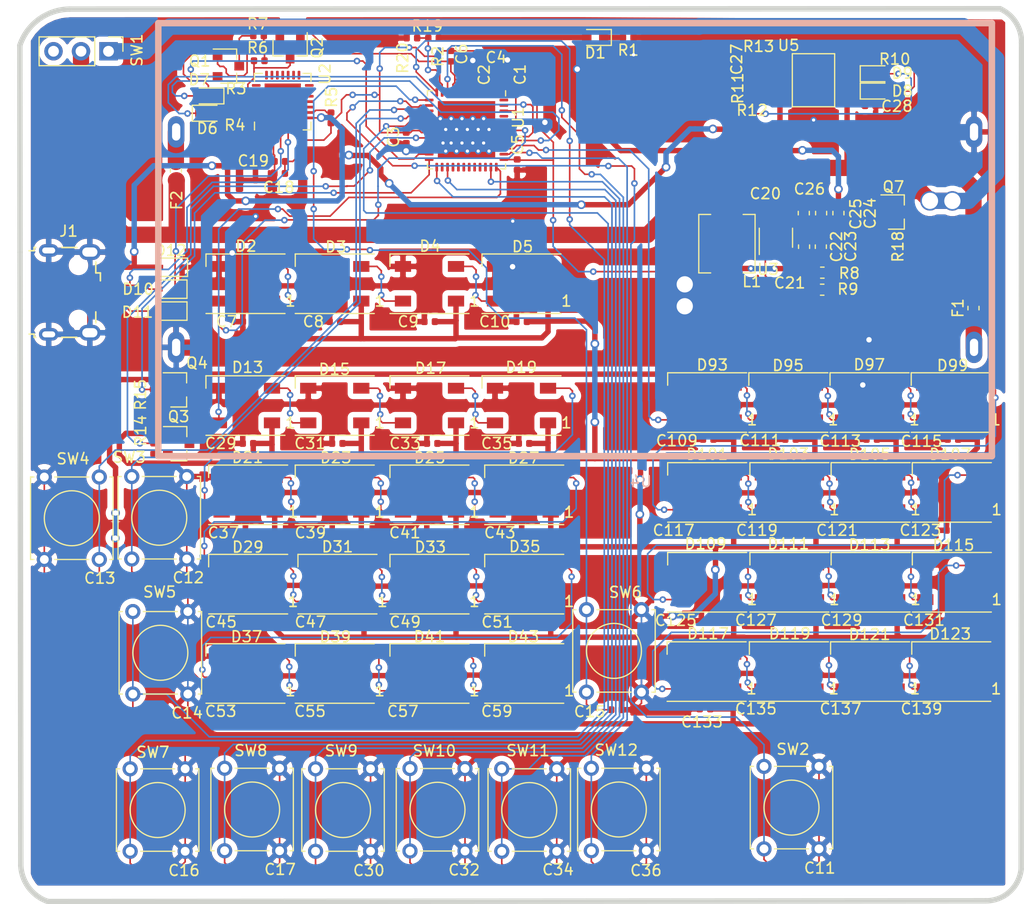
<source format=kicad_pcb>
(kicad_pcb (version 20171130) (host pcbnew "(5.1.6)-1")
  (layers (0 F.Cu signal) (31 B.Cu signal) (34 B.Paste user) (35 F.Paste user) (36 B.SilkS user) (37 F.SilkS user) (38 B.Mask user) (39 F.Mask user) (44 Edge.Cuts user))
  (net 0 "")
  (net 1 BTN_END)
  (net 2 GND)
  (net 3 EN)
  (net 4 V_BAT_1)
  (net 5 "Net-(C20-Pad2)")
  (net 6 "Net-(C20-Pad1)")
  (net 7 "Net-(C21-Pad1)")
  (net 8 V_BAT)
  (net 9 "Net-(C27-Pad1)")
  (net 10 V_BAT_PRIME)
  (net 11 V_BAT_2)
  (net 12 "Net-(D1-Pad1)")
  (net 13 "Net-(D2-Pad2)")
  (net 14 DATA_zadani_LED)
  (net 15 "Net-(D3-Pad2)")
  (net 16 "Net-(D4-Pad2)")
  (net 17 RX_ESP)
  (net 18 "Net-(D6-Pad1)")
  (net 19 "Net-(D7-Pad2)")
  (net 20 TX_ESP)
  (net 21 "Net-(D8-Pad2)")
  (net 22 "Net-(D8-Pad1)")
  (net 23 "Net-(D9-Pad2)")
  (net 24 "Net-(D9-Pad1)")
  (net 25 D-)
  (net 26 D+)
  (net 27 VBUS)
  (net 28 "Net-(D13-Pad2)")
  (net 29 DATA_herni_LED)
  (net 30 "Net-(D15-Pad2)")
  (net 31 "Net-(D17-Pad2)")
  (net 32 /herni_LED.sch/2.sch/DATA_IN)
  (net 33 "Net-(D21-Pad2)")
  (net 34 "Net-(D23-Pad2)")
  (net 35 "Net-(D25-Pad2)")
  (net 36 /herni_LED.sch/3.sch/DATA_IN)
  (net 37 "Net-(D29-Pad2)")
  (net 38 "Net-(D31-Pad2)")
  (net 39 "Net-(D33-Pad2)")
  (net 40 /herni_LED.sch/4.ch/DATA_IN)
  (net 41 "Net-(D37-Pad2)")
  (net 42 "Net-(D39-Pad2)")
  (net 43 "Net-(D41-Pad2)")
  (net 44 "Net-(D93-Pad2)")
  (net 45 DATA_hodnoceni_LED)
  (net 46 "Net-(D95-Pad2)")
  (net 47 /hodnoceni_LED.sch/2.sch/DATA_IN)
  (net 48 "Net-(D101-Pad2)")
  (net 49 "Net-(D103-Pad2)")
  (net 50 "Net-(D105-Pad2)")
  (net 51 /hodnoceni_LED.sch/3.sch/DATA_IN)
  (net 52 "Net-(D109-Pad2)")
  (net 53 "Net-(D111-Pad2)")
  (net 54 "Net-(D113-Pad2)")
  (net 55 /hodnoceni_LED.sch/4.ch/DATA_IN)
  (net 56 "Net-(D117-Pad2)")
  (net 57 "Net-(D119-Pad2)")
  (net 58 "Net-(D121-Pad2)")
  (net 59 "Net-(F1-Pad1)")
  (net 60 "Net-(F2-Pad1)")
  (net 61 "Net-(Q1-Pad3)")
  (net 62 IO0)
  (net 63 "Net-(Q1-Pad1)")
  (net 64 "Net-(Q2-Pad3)")
  (net 65 "Net-(Q2-Pad1)")
  (net 66 "Net-(Q3-Pad2)")
  (net 67 "Net-(Q4-Pad2)")
  (net 68 "Net-(Q7-Pad2)")
  (net 69 V_BAT_SPINANE)
  (net 70 "Net-(R3-Pad2)")
  (net 71 "Net-(R4-Pad2)")
  (net 72 "Net-(R5-Pad2)")
  (net 73 "Net-(R13-Pad1)")
  (net 74 ZAPINANI_1_CAST_LED)
  (net 75 ZAPINANI_2_CAST_LED)
  (net 76 MERENI_BATERKY)
  (net 77 "Net-(D97-Pad2)")
  (net 78 +3V3)
  (net 79 BTN_ENTER)
  (net 80 BTN_NEW_GAME)
  (net 81 BTN_SIPKA_VLEVO)
  (net 82 BTN_SIPKA_VPRAVO)
  (net 83 BARVA_1)
  (net 84 BARVA_2)
  (net 85 BARVA_3)
  (net 86 BARVA_4)
  (net 87 BARVA_5)
  (net 88 BARVA_6)
  (module Capacitor_SMD:C_0402_1005Metric (layer F.Cu) (at 108.98 75.22)
    (fp_text reference C18 (at -0.08 1.28) (layer F.SilkS))
    (fp_text value 4u7)
    (pad 2 smd roundrect (at 0.485 0) (size 0.59 0.64) (layers F.Cu F.Paste F.Mask) (net 78 +3V3))
    (pad 1 smd roundrect (at -0.485 0) (size 0.59 0.64) (layers F.Cu F.Paste F.Mask) (net 2 GND))
  )
  (module my_library:battery_dock (layer B.Cu) (at 136.27 81.335)
    (fp_text reference U4 (at 6.075 22.35) (layer B.SilkS) (effects (justify mirror)))
    (fp_text value Dual_battery)
    (pad 4 thru_hole oval (at 36.85 -9.95) (size 1.524 2.9) (drill oval 0.762 1.6) (layers *.Cu *.Mask) (net 2 GND))
    (pad 3 thru_hole oval (at -36.85 -9.95) (size 1.524 2.9) (drill oval 0.762 1.6) (layers *.Cu *.Mask) (net 60 "Net-(F2-Pad1)"))
    (pad 2 thru_hole oval (at -36.85 9.95) (size 1.524 2.9) (drill oval 0.762 1.6) (layers *.Cu *.Mask) (net 2 GND))
    (pad 1 thru_hole oval (at 36.85 9.95) (size 1.524 2.9) (drill oval 0.762 1.6) (layers *.Cu *.Mask) (net 59 "Net-(F1-Pad1)"))
  )
  (module Button_Switch_THT:SW_Tactile_Straight_KSL0Axx1LFTR (layer F.Cu) (at 129.495 137.835 90)
    (fp_text reference SW11 (at 9.3 2.425 180) (layer F.SilkS))
    (fp_text value button)
    (pad 2 thru_hole circle (at 0 5.08 90) (size 1.397 1.397) (drill 0.8128) (layers *.Cu *.Mask) (net 2 GND))
    (pad 1 thru_hole circle (at 0 0 90) (size 1.397 1.397) (drill 0.8128) (layers *.Cu *.Mask) (net 87 BARVA_5))
    (pad 2 thru_hole circle (at 7.62 5.08 90) (size 1.397 1.397) (drill 0.8128) (layers *.Cu *.Mask) (net 2 GND))
    (pad 1 thru_hole circle (at 7.62 0 90) (size 1.397 1.397) (drill 0.8128) (layers *.Cu *.Mask) (net 87 BARVA_5))
  )
  (module Button_Switch_THT:SW_Tactile_Straight_KSL0Axx1LFTR (layer F.Cu) (at 137.77 137.785 90)
    (fp_text reference SW12 (at 9.3 2.3 180) (layer F.SilkS))
    (fp_text value button)
    (pad 2 thru_hole circle (at 0 5.08 90) (size 1.397 1.397) (drill 0.8128) (layers *.Cu *.Mask) (net 2 GND))
    (pad 1 thru_hole circle (at 0 0 90) (size 1.397 1.397) (drill 0.8128) (layers *.Cu *.Mask) (net 88 BARVA_6))
    (pad 2 thru_hole circle (at 7.62 5.08 90) (size 1.397 1.397) (drill 0.8128) (layers *.Cu *.Mask) (net 2 GND))
    (pad 1 thru_hole circle (at 7.62 0 90) (size 1.397 1.397) (drill 0.8128) (layers *.Cu *.Mask) (net 88 BARVA_6))
  )
  (module Resistor_SMD:R_0402_1005Metric (layer F.Cu) (at 123.195 62.71 180)
    (fp_text reference R19 (at 0.575 1.1) (layer F.SilkS))
    (fp_text value 39k)
    (pad 2 smd roundrect (at 0.485 0 180) (size 0.59 0.64) (layers F.Cu F.Paste F.Mask) (net 76 MERENI_BATERKY))
    (pad 1 smd roundrect (at -0.485 0 180) (size 0.59 0.64) (layers F.Cu F.Paste F.Mask) (net 8 V_BAT))
  )
  (module Button_Switch_THT:SW_Tactile_Straight_KSL0Axx1LFTR (layer F.Cu) (at 95.32 110.835 90)
    (fp_text reference SW3 (at 9.4 -0.225 180) (layer F.SilkS))
    (fp_text value button)
    (pad 2 thru_hole circle (at 0 5.08 90) (size 1.397 1.397) (drill 0.8128) (layers *.Cu *.Mask) (net 2 GND))
    (pad 1 thru_hole circle (at 0 0 90) (size 1.397 1.397) (drill 0.8128) (layers *.Cu *.Mask) (net 1 BTN_END))
    (pad 2 thru_hole circle (at 7.62 5.08 90) (size 1.397 1.397) (drill 0.8128) (layers *.Cu *.Mask) (net 2 GND))
    (pad 1 thru_hole circle (at 7.62 0 90) (size 1.397 1.397) (drill 0.8128) (layers *.Cu *.Mask) (net 1 BTN_END))
  )
  (module Button_Switch_THT:SW_Tactile_Straight_KSL0Axx1LFTR (layer F.Cu) (at 121.02 137.81 90)
    (fp_text reference SW10 (at 9.25 2.25 180) (layer F.SilkS))
    (fp_text value button)
    (pad 2 thru_hole circle (at 0 5.08 90) (size 1.397 1.397) (drill 0.8128) (layers *.Cu *.Mask) (net 2 GND))
    (pad 1 thru_hole circle (at 0 0 90) (size 1.397 1.397) (drill 0.8128) (layers *.Cu *.Mask) (net 86 BARVA_4))
    (pad 2 thru_hole circle (at 7.62 5.08 90) (size 1.397 1.397) (drill 0.8128) (layers *.Cu *.Mask) (net 2 GND))
    (pad 1 thru_hole circle (at 7.62 0 90) (size 1.397 1.397) (drill 0.8128) (layers *.Cu *.Mask) (net 86 BARVA_4))
  )
  (module Button_Switch_THT:SW_Tactile_Straight_KSL0Axx1LFTR (layer F.Cu) (at 112.295 137.835 90)
    (fp_text reference SW9 (at 9.275 2.375 180) (layer F.SilkS))
    (fp_text value button)
    (pad 2 thru_hole circle (at 0 5.08 90) (size 1.397 1.397) (drill 0.8128) (layers *.Cu *.Mask) (net 2 GND))
    (pad 1 thru_hole circle (at 0 0 90) (size 1.397 1.397) (drill 0.8128) (layers *.Cu *.Mask) (net 85 BARVA_3))
    (pad 2 thru_hole circle (at 7.62 5.08 90) (size 1.397 1.397) (drill 0.8128) (layers *.Cu *.Mask) (net 2 GND))
    (pad 1 thru_hole circle (at 7.62 0 90) (size 1.397 1.397) (drill 0.8128) (layers *.Cu *.Mask) (net 85 BARVA_3))
  )
  (module Capacitor_SMD:C_0402_1005Metric (layer F.Cu) (at 140.305 139.41 180)
    (fp_text reference C36 (at -2.515 -0.2) (layer F.SilkS))
    (fp_text value 10n)
    (pad 2 smd roundrect (at 0.485 0 180) (size 0.59 0.64) (layers F.Cu F.Paste F.Mask) (net 88 BARVA_6))
    (pad 1 smd roundrect (at -0.485 0 180) (size 0.59 0.64) (layers F.Cu F.Paste F.Mask) (net 2 GND))
  )
  (module Capacitor_SMD:C_0402_1005Metric (layer F.Cu) (at 132.22 139.41 180)
    (fp_text reference C34 (at -2.475 -0.125) (layer F.SilkS))
    (fp_text value 10n)
    (pad 2 smd roundrect (at 0.485 0 180) (size 0.59 0.64) (layers F.Cu F.Paste F.Mask) (net 87 BARVA_5))
    (pad 1 smd roundrect (at -0.485 0 180) (size 0.59 0.64) (layers F.Cu F.Paste F.Mask) (net 2 GND))
  )
  (module Capacitor_SMD:C_0402_1005Metric (layer F.Cu) (at 123.62 139.435 180)
    (fp_text reference C32 (at -2.4 -0.125) (layer F.SilkS))
    (fp_text value 10n)
    (pad 2 smd roundrect (at 0.485 0 180) (size 0.59 0.64) (layers F.Cu F.Paste F.Mask) (net 86 BARVA_4))
    (pad 1 smd roundrect (at -0.485 0 180) (size 0.59 0.64) (layers F.Cu F.Paste F.Mask) (net 2 GND))
  )
  (module Capacitor_SMD:C_0402_1005Metric (layer F.Cu) (at 114.795 139.385 180)
    (fp_text reference C30 (at -2.425 -0.225) (layer F.SilkS))
    (fp_text value 10n)
    (pad 2 smd roundrect (at 0.485 0 180) (size 0.59 0.64) (layers F.Cu F.Paste F.Mask) (net 85 BARVA_3))
    (pad 1 smd roundrect (at -0.485 0 180) (size 0.59 0.64) (layers F.Cu F.Paste F.Mask) (net 2 GND))
  )
  (module Resistor_SMD:R_0603_1608Metric (layer F.Cu) (at 159.095 85.96)
    (fp_text reference R9 (at 2.375 -0.05) (layer F.SilkS))
    (fp_text value 36k)
    (pad 2 smd roundrect (at 0.7875 0) (size 0.875 0.95) (layers F.Cu F.Paste F.Mask) (net 2 GND))
    (pad 1 smd roundrect (at -0.7875 0) (size 0.875 0.95) (layers F.Cu F.Paste F.Mask) (net 7 "Net-(C21-Pad1)"))
  )
  (module Resistor_SMD:R_0603_1608Metric (layer F.Cu) (at 159.1075 84.385 180)
    (fp_text reference R8 (at -2.4875 -0.05) (layer F.SilkS))
    (fp_text value 160k)
    (pad 2 smd roundrect (at 0.7875 0 180) (size 0.875 0.95) (layers F.Cu F.Paste F.Mask) (net 7 "Net-(C21-Pad1)"))
    (pad 1 smd roundrect (at -0.7875 0 180) (size 0.875 0.95) (layers F.Cu F.Paste F.Mask) (net 78 +3V3))
  )
  (module my_library:TP4056 (layer F.Cu) (at 158.295 66.61)
    (fp_text reference U5 (at -2.3 -3.225) (layer F.SilkS))
    (fp_text value TP4056)
    (pad 9 smd rect (at 0 0) (size 2.4 3.3) (layers F.Cu F.Paste F.Mask) (net 2 GND))
    (pad 8 smd rect (at 3.1 -1.905) (size 1.5 0.6) (layers F.Cu F.Paste F.Mask) (net 27 VBUS))
    (pad 7 smd rect (at 3.1 -0.635) (size 1.5 0.6) (layers F.Cu F.Paste F.Mask) (net 24 "Net-(D9-Pad1)"))
    (pad 6 smd rect (at 3.1 0.635) (size 1.5 0.6) (layers F.Cu F.Paste F.Mask) (net 22 "Net-(D8-Pad1)"))
    (pad 5 smd rect (at 3.1 1.905) (size 1.5 0.6) (layers F.Cu F.Paste F.Mask) (net 10 V_BAT_PRIME))
    (pad 4 smd rect (at -3.1 1.905) (size 1.5 0.6) (layers F.Cu F.Paste F.Mask) (net 27 VBUS))
    (pad 3 smd rect (at -3.1 0.635) (size 1.5 0.6) (layers F.Cu F.Paste F.Mask) (net 2 GND))
    (pad 2 smd rect (at -3.1 -0.635) (size 1.5 0.6) (layers F.Cu F.Paste F.Mask) (net 73 "Net-(R13-Pad1)"))
    (pad 1 smd rect (at -3.1 -1.905) (size 1.5 0.6) (layers F.Cu F.Paste F.Mask) (net 2 GND))
  )
  (module Connector_PinHeader_2.54mm:PinHeader_1x03_P2.54mm_Vertical (layer F.Cu) (at 93.17 63.935 270)
    (fp_text reference SW1 (at -0.1 -2.625 90) (layer F.SilkS))
    (fp_text value SW_SPDT)
    (pad 3 thru_hole oval (at 0 5.08 270) (size 1.7 1.7) (drill 1) (layers *.Cu *.Mask))
    (pad 2 thru_hole oval (at 0 2.54 270) (size 1.7 1.7) (drill 1) (layers *.Cu *.Mask) (net 10 V_BAT_PRIME))
    (pad 1 thru_hole rect (at 0 0 270) (size 1.7 1.7) (drill 1) (layers *.Cu *.Mask) (net 69 V_BAT_SPINANE))
  )
  (module Package_TO_SOT_SMD:TSOT-23-6 (layer F.Cu) (at 154.795 81.16 90)
    (fp_text reference U3 (at -2.925 -0.7 180) (layer F.SilkS))
    (fp_text value SY8105)
    (pad 6 smd rect (at 1.31 -0.95 90) (size 1.22 0.65) (layers F.Cu F.Paste F.Mask) (net 5 "Net-(C20-Pad2)"))
    (pad 5 smd rect (at 1.31 0 90) (size 1.22 0.65) (layers F.Cu F.Paste F.Mask) (net 6 "Net-(C20-Pad1)"))
    (pad 4 smd rect (at 1.31 0.95 90) (size 1.22 0.65) (layers F.Cu F.Paste F.Mask) (net 8 V_BAT))
    (pad 3 smd rect (at -1.31 0.95 90) (size 1.22 0.65) (layers F.Cu F.Paste F.Mask) (net 2 GND))
    (pad 2 smd rect (at -1.31 0 90) (size 1.22 0.65) (layers F.Cu F.Paste F.Mask) (net 8 V_BAT))
    (pad 1 smd rect (at -1.31 -0.95 90) (size 1.22 0.65) (layers F.Cu F.Paste F.Mask) (net 7 "Net-(C21-Pad1)"))
  )
  (module Package_DFN_QFN:QFN-28-1EP_5x5mm_P0.5mm_EP3.35x3.35mm (layer F.Cu) (at 109.265 68.59 90)
    (fp_text reference U2 (at 2.555 3.905 90) (layer F.SilkS))
    (fp_text value CP2102N-A01-GQFN28)
    (pad 29 smd rect (at 0 0 90) (size 3.35 3.35) (layers F.Cu F.Mask) (net 2 GND))
    (pad 28 smd roundrect (at -1.5 -2.45 90) (size 0.25 0.8) (layers F.Cu F.Paste F.Mask) (net 61 "Net-(Q1-Pad3)"))
    (pad 27 smd roundrect (at -1 -2.45 90) (size 0.25 0.8) (layers F.Cu F.Paste F.Mask))
    (pad 26 smd roundrect (at -0.5 -2.45 90) (size 0.25 0.8) (layers F.Cu F.Paste F.Mask) (net 71 "Net-(R4-Pad2)"))
    (pad 25 smd roundrect (at 0 -2.45 90) (size 0.25 0.8) (layers F.Cu F.Paste F.Mask) (net 70 "Net-(R3-Pad2)"))
    (pad 24 smd roundrect (at 0.5 -2.45 90) (size 0.25 0.8) (layers F.Cu F.Paste F.Mask) (net 64 "Net-(Q2-Pad3)"))
    (pad 23 smd roundrect (at 1 -2.45 90) (size 0.25 0.8) (layers F.Cu F.Paste F.Mask))
    (pad 22 smd roundrect (at 1.5 -2.45 90) (size 0.25 0.8) (layers F.Cu F.Paste F.Mask))
    (pad 21 smd roundrect (at 2.45 -1.5 90) (size 0.8 0.25) (layers F.Cu F.Paste F.Mask))
    (pad 20 smd roundrect (at 2.45 -1 90) (size 0.8 0.25) (layers F.Cu F.Paste F.Mask))
    (pad 19 smd roundrect (at 2.45 -0.5 90) (size 0.8 0.25) (layers F.Cu F.Paste F.Mask))
    (pad 18 smd roundrect (at 2.45 0 90) (size 0.8 0.25) (layers F.Cu F.Paste F.Mask))
    (pad 17 smd roundrect (at 2.45 0.5 90) (size 0.8 0.25) (layers F.Cu F.Paste F.Mask))
    (pad 16 smd roundrect (at 2.45 1 90) (size 0.8 0.25) (layers F.Cu F.Paste F.Mask))
    (pad 15 smd roundrect (at 2.45 1.5 90) (size 0.8 0.25) (layers F.Cu F.Paste F.Mask))
    (pad 14 smd roundrect (at 1.5 2.45 90) (size 0.25 0.8) (layers F.Cu F.Paste F.Mask))
    (pad 13 smd roundrect (at 1 2.45 90) (size 0.25 0.8) (layers F.Cu F.Paste F.Mask))
    (pad 12 smd roundrect (at 0.5 2.45 90) (size 0.25 0.8) (layers F.Cu F.Paste F.Mask))
    (pad 11 smd roundrect (at 0 2.45 90) (size 0.25 0.8) (layers F.Cu F.Paste F.Mask))
    (pad 10 smd roundrect (at -0.5 2.45 90) (size 0.25 0.8) (layers F.Cu F.Paste F.Mask))
    (pad 9 smd roundrect (at -1 2.45 90) (size 0.25 0.8) (layers F.Cu F.Paste F.Mask) (net 72 "Net-(R5-Pad2)"))
    (pad 8 smd roundrect (at -1.5 2.45 90) (size 0.25 0.8) (layers F.Cu F.Paste F.Mask) (net 27 VBUS))
    (pad 7 smd roundrect (at -2.45 1.5 90) (size 0.8 0.25) (layers F.Cu F.Paste F.Mask) (net 78 +3V3))
    (pad 6 smd roundrect (at -2.45 1 90) (size 0.8 0.25) (layers F.Cu F.Paste F.Mask) (net 78 +3V3))
    (pad 5 smd roundrect (at -2.45 0.5 90) (size 0.8 0.25) (layers F.Cu F.Paste F.Mask) (net 25 D-))
    (pad 4 smd roundrect (at -2.45 0 90) (size 0.8 0.25) (layers F.Cu F.Paste F.Mask) (net 26 D+))
    (pad 3 smd roundrect (at -2.45 -0.5 90) (size 0.8 0.25) (layers F.Cu F.Paste F.Mask) (net 2 GND))
    (pad 2 smd roundrect (at -2.45 -1 90) (size 0.8 0.25) (layers F.Cu F.Paste F.Mask))
    (pad 1 smd roundrect (at -2.45 -1.5 90) (size 0.8 0.25) (layers F.Cu F.Paste F.Mask))
  )
  (module Package_DFN_QFN:QFN-48-1EP_7x7mm_P0.5mm_EP5.3x5.3mm (layer F.Cu) (at 126.24 71.19 270)
    (fp_text reference U1 (at -1.13 -4.78 90) (layer F.SilkS))
    (fp_text value ESP32-PICO-D4)
    (pad 49 smd rect (at 0 0 270) (size 5.3 5.3) (layers F.Cu F.Mask) (net 2 GND))
    (pad 48 smd roundrect (at -2.75 -3.45 270) (size 0.25 0.8) (layers F.Cu F.Paste F.Mask))
    (pad 47 smd roundrect (at -2.25 -3.45 270) (size 0.25 0.8) (layers F.Cu F.Paste F.Mask))
    (pad 46 smd roundrect (at -1.75 -3.45 270) (size 0.25 0.8) (layers F.Cu F.Paste F.Mask) (net 78 +3V3))
    (pad 45 smd roundrect (at -1.25 -3.45 270) (size 0.25 0.8) (layers F.Cu F.Paste F.Mask))
    (pad 44 smd roundrect (at -0.75 -3.45 270) (size 0.25 0.8) (layers F.Cu F.Paste F.Mask))
    (pad 43 smd roundrect (at -0.25 -3.45 270) (size 0.25 0.8) (layers F.Cu F.Paste F.Mask) (net 78 +3V3))
    (pad 42 smd roundrect (at 0.25 -3.45 270) (size 0.25 0.8) (layers F.Cu F.Paste F.Mask) (net 14 DATA_zadani_LED))
    (pad 41 smd roundrect (at 0.75 -3.45 270) (size 0.25 0.8) (layers F.Cu F.Paste F.Mask) (net 20 TX_ESP))
    (pad 40 smd roundrect (at 1.25 -3.45 270) (size 0.25 0.8) (layers F.Cu F.Paste F.Mask) (net 17 RX_ESP))
    (pad 39 smd roundrect (at 1.75 -3.45 270) (size 0.25 0.8) (layers F.Cu F.Paste F.Mask) (net 45 DATA_hodnoceni_LED))
    (pad 38 smd roundrect (at 2.25 -3.45 270) (size 0.25 0.8) (layers F.Cu F.Paste F.Mask) (net 88 BARVA_6))
    (pad 37 smd roundrect (at 2.75 -3.45 270) (size 0.25 0.8) (layers F.Cu F.Paste F.Mask) (net 78 +3V3))
    (pad 36 smd roundrect (at 3.45 -2.75 270) (size 0.8 0.25) (layers F.Cu F.Paste F.Mask) (net 29 DATA_herni_LED))
    (pad 35 smd roundrect (at 3.45 -2.25 270) (size 0.8 0.25) (layers F.Cu F.Paste F.Mask) (net 86 BARVA_4))
    (pad 34 smd roundrect (at 3.45 -1.75 270) (size 0.8 0.25) (layers F.Cu F.Paste F.Mask))
    (pad 33 smd roundrect (at 3.45 -1.25 270) (size 0.8 0.25) (layers F.Cu F.Paste F.Mask))
    (pad 32 smd roundrect (at 3.45 -0.75 270) (size 0.8 0.25) (layers F.Cu F.Paste F.Mask))
    (pad 31 smd roundrect (at 3.45 -0.25 270) (size 0.8 0.25) (layers F.Cu F.Paste F.Mask))
    (pad 30 smd roundrect (at 3.45 0.25 270) (size 0.8 0.25) (layers F.Cu F.Paste F.Mask))
    (pad 29 smd roundrect (at 3.45 0.75 270) (size 0.8 0.25) (layers F.Cu F.Paste F.Mask))
    (pad 28 smd roundrect (at 3.45 1.25 270) (size 0.8 0.25) (layers F.Cu F.Paste F.Mask))
    (pad 27 smd roundrect (at 3.45 1.75 270) (size 0.8 0.25) (layers F.Cu F.Paste F.Mask) (net 85 BARVA_3))
    (pad 26 smd roundrect (at 3.45 2.25 270) (size 0.8 0.25) (layers F.Cu F.Paste F.Mask))
    (pad 25 smd roundrect (at 3.45 2.75 270) (size 0.8 0.25) (layers F.Cu F.Paste F.Mask) (net 84 BARVA_2))
    (pad 24 smd roundrect (at 2.75 3.45 270) (size 0.25 0.8) (layers F.Cu F.Paste F.Mask) (net 75 ZAPINANI_2_CAST_LED))
    (pad 23 smd roundrect (at 2.25 3.45 270) (size 0.25 0.8) (layers F.Cu F.Paste F.Mask) (net 62 IO0))
    (pad 22 smd roundrect (at 1.75 3.45 270) (size 0.25 0.8) (layers F.Cu F.Paste F.Mask))
    (pad 21 smd roundrect (at 1.25 3.45 270) (size 0.25 0.8) (layers F.Cu F.Paste F.Mask))
    (pad 20 smd roundrect (at 0.75 3.45 270) (size 0.25 0.8) (layers F.Cu F.Paste F.Mask) (net 74 ZAPINANI_1_CAST_LED))
    (pad 19 smd roundrect (at 0.25 3.45 270) (size 0.25 0.8) (layers F.Cu F.Paste F.Mask) (net 78 +3V3))
    (pad 18 smd roundrect (at -0.25 3.45 270) (size 0.25 0.8) (layers F.Cu F.Paste F.Mask))
    (pad 17 smd roundrect (at -0.75 3.45 270) (size 0.25 0.8) (layers F.Cu F.Paste F.Mask) (net 83 BARVA_1))
    (pad 16 smd roundrect (at -1.25 3.45 270) (size 0.25 0.8) (layers F.Cu F.Paste F.Mask) (net 1 BTN_END))
    (pad 15 smd roundrect (at -1.75 3.45 270) (size 0.25 0.8) (layers F.Cu F.Paste F.Mask) (net 80 BTN_NEW_GAME))
    (pad 14 smd roundrect (at -2.25 3.45 270) (size 0.25 0.8) (layers F.Cu F.Paste F.Mask) (net 79 BTN_ENTER))
    (pad 13 smd roundrect (at -2.75 3.45 270) (size 0.25 0.8) (layers F.Cu F.Paste F.Mask) (net 82 BTN_SIPKA_VPRAVO))
    (pad 12 smd roundrect (at -3.45 2.75 270) (size 0.8 0.25) (layers F.Cu F.Paste F.Mask) (net 81 BTN_SIPKA_VLEVO))
    (pad 11 smd roundrect (at -3.45 2.25 270) (size 0.8 0.25) (layers F.Cu F.Paste F.Mask) (net 76 MERENI_BATERKY))
    (pad 10 smd roundrect (at -3.45 1.75 270) (size 0.8 0.25) (layers F.Cu F.Paste F.Mask) (net 87 BARVA_5))
    (pad 9 smd roundrect (at -3.45 1.25 270) (size 0.8 0.25) (layers F.Cu F.Paste F.Mask) (net 3 EN))
    (pad 8 smd roundrect (at -3.45 0.75 270) (size 0.8 0.25) (layers F.Cu F.Paste F.Mask))
    (pad 7 smd roundrect (at -3.45 0.25 270) (size 0.8 0.25) (layers F.Cu F.Paste F.Mask))
    (pad 6 smd roundrect (at -3.45 -0.25 270) (size 0.8 0.25) (layers F.Cu F.Paste F.Mask))
    (pad 5 smd roundrect (at -3.45 -0.75 270) (size 0.8 0.25) (layers F.Cu F.Paste F.Mask))
    (pad 4 smd roundrect (at -3.45 -1.25 270) (size 0.8 0.25) (layers F.Cu F.Paste F.Mask) (net 78 +3V3))
    (pad 3 smd roundrect (at -3.45 -1.75 270) (size 0.8 0.25) (layers F.Cu F.Paste F.Mask) (net 78 +3V3))
    (pad 2 smd roundrect (at -3.45 -2.25 270) (size 0.8 0.25) (layers F.Cu F.Paste F.Mask))
    (pad 1 smd roundrect (at -3.45 -2.75 270) (size 0.8 0.25) (layers F.Cu F.Paste F.Mask) (net 78 +3V3))
  )
  (module Button_Switch_THT:SW_Tactile_Straight_KSL0Axx1LFTR (layer F.Cu) (at 103.895 137.785 90)
    (fp_text reference SW8 (at 9.25 2.425) (layer F.SilkS))
    (fp_text value button)
    (pad 2 thru_hole circle (at 0 5.08 90) (size 1.397 1.397) (drill 0.8128) (layers *.Cu *.Mask) (net 2 GND))
    (pad 1 thru_hole circle (at 0 0 90) (size 1.397 1.397) (drill 0.8128) (layers *.Cu *.Mask) (net 84 BARVA_2))
    (pad 2 thru_hole circle (at 7.62 5.08 90) (size 1.397 1.397) (drill 0.8128) (layers *.Cu *.Mask) (net 2 GND))
    (pad 1 thru_hole circle (at 7.62 0 90) (size 1.397 1.397) (drill 0.8128) (layers *.Cu *.Mask) (net 84 BARVA_2))
  )
  (module Button_Switch_THT:SW_Tactile_Straight_KSL0Axx1LFTR (layer F.Cu) (at 95.17 137.835 90)
    (fp_text reference SW7 (at 9.15 2.1) (layer F.SilkS))
    (fp_text value button)
    (pad 2 thru_hole circle (at 0 5.08 90) (size 1.397 1.397) (drill 0.8128) (layers *.Cu *.Mask) (net 2 GND))
    (pad 1 thru_hole circle (at 0 0 90) (size 1.397 1.397) (drill 0.8128) (layers *.Cu *.Mask) (net 83 BARVA_1))
    (pad 2 thru_hole circle (at 7.62 5.08 90) (size 1.397 1.397) (drill 0.8128) (layers *.Cu *.Mask) (net 2 GND))
    (pad 1 thru_hole circle (at 7.62 0 90) (size 1.397 1.397) (drill 0.8128) (layers *.Cu *.Mask) (net 83 BARVA_1))
  )
  (module Button_Switch_THT:SW_Tactile_Straight_KSL0Axx1LFTR (layer F.Cu) (at 137.32 123.135 90)
    (fp_text reference SW6 (at 9.225 3.6 180) (layer F.SilkS))
    (fp_text value button)
    (pad 2 thru_hole circle (at 0 5.08 90) (size 1.397 1.397) (drill 0.8128) (layers *.Cu *.Mask) (net 2 GND))
    (pad 1 thru_hole circle (at 0 0 90) (size 1.397 1.397) (drill 0.8128) (layers *.Cu *.Mask) (net 82 BTN_SIPKA_VPRAVO))
    (pad 2 thru_hole circle (at 7.62 5.08 90) (size 1.397 1.397) (drill 0.8128) (layers *.Cu *.Mask) (net 2 GND))
    (pad 1 thru_hole circle (at 7.62 0 90) (size 1.397 1.397) (drill 0.8128) (layers *.Cu *.Mask) (net 82 BTN_SIPKA_VPRAVO))
  )
  (module Button_Switch_THT:SW_Tactile_Straight_KSL0Axx1LFTR (layer F.Cu) (at 95.42 123.31 90)
    (fp_text reference SW5 (at 9.425 2.475 180) (layer F.SilkS))
    (fp_text value button)
    (pad 2 thru_hole circle (at 0 5.08 90) (size 1.397 1.397) (drill 0.8128) (layers *.Cu *.Mask) (net 2 GND))
    (pad 1 thru_hole circle (at 0 0 90) (size 1.397 1.397) (drill 0.8128) (layers *.Cu *.Mask) (net 81 BTN_SIPKA_VLEVO))
    (pad 2 thru_hole circle (at 7.62 5.08 90) (size 1.397 1.397) (drill 0.8128) (layers *.Cu *.Mask) (net 2 GND))
    (pad 1 thru_hole circle (at 7.62 0 90) (size 1.397 1.397) (drill 0.8128) (layers *.Cu *.Mask) (net 81 BTN_SIPKA_VLEVO))
  )
  (module Button_Switch_THT:SW_Tactile_Straight_KSL0Axx1LFTR (layer F.Cu) (at 92.32 103.26 270)
    (fp_text reference SW4 (at -1.675 2.425) (layer F.SilkS))
    (fp_text value button)
    (pad 2 thru_hole circle (at 0 5.08 270) (size 1.397 1.397) (drill 0.8128) (layers *.Cu *.Mask) (net 2 GND))
    (pad 1 thru_hole circle (at 0 0 270) (size 1.397 1.397) (drill 0.8128) (layers *.Cu *.Mask) (net 80 BTN_NEW_GAME))
    (pad 2 thru_hole circle (at 7.62 5.08 270) (size 1.397 1.397) (drill 0.8128) (layers *.Cu *.Mask) (net 2 GND))
    (pad 1 thru_hole circle (at 7.62 0 270) (size 1.397 1.397) (drill 0.8128) (layers *.Cu *.Mask) (net 80 BTN_NEW_GAME))
  )
  (module Button_Switch_THT:SW_Tactile_Straight_KSL0Axx1LFTR (layer F.Cu) (at 153.72 137.61 90)
    (fp_text reference SW2 (at 9.2 2.675 180) (layer F.SilkS))
    (fp_text value button)
    (pad 2 thru_hole circle (at 0 5.08 90) (size 1.397 1.397) (drill 0.8128) (layers *.Cu *.Mask) (net 2 GND))
    (pad 1 thru_hole circle (at 0 0 90) (size 1.397 1.397) (drill 0.8128) (layers *.Cu *.Mask) (net 79 BTN_ENTER))
    (pad 2 thru_hole circle (at 7.62 5.08 90) (size 1.397 1.397) (drill 0.8128) (layers *.Cu *.Mask) (net 2 GND))
    (pad 1 thru_hole circle (at 7.62 0 90) (size 1.397 1.397) (drill 0.8128) (layers *.Cu *.Mask) (net 79 BTN_ENTER))
  )
  (module Resistor_SMD:R_0402_1005Metric (layer F.Cu) (at 121.195 62.71 180)
    (fp_text reference R20 (at 0.85 -1.85 270) (layer F.SilkS))
    (fp_text value 10k)
    (pad 2 smd roundrect (at 0.485 0 180) (size 0.59 0.64) (layers F.Cu F.Paste F.Mask) (net 2 GND))
    (pad 1 smd roundrect (at -0.485 0 180) (size 0.59 0.64) (layers F.Cu F.Paste F.Mask) (net 76 MERENI_BATERKY))
  )
  (module Resistor_SMD:R_0402_1005Metric (layer F.Cu) (at 164.92 81.985 270)
    (fp_text reference R18 (at 0 -1.17 90) (layer F.SilkS))
    (fp_text value 10k)
    (pad 2 smd roundrect (at 0.485 0 270) (size 0.59 0.64) (layers F.Cu F.Paste F.Mask) (net 2 GND))
    (pad 1 smd roundrect (at -0.485 0 270) (size 0.59 0.64) (layers F.Cu F.Paste F.Mask) (net 68 "Net-(Q7-Pad2)"))
  )
  (module Resistor_SMD:R_0402_1005Metric (layer F.Cu) (at 97.295 95.66 90)
    (fp_text reference R15 (at 0 -1.17 90) (layer F.SilkS))
    (fp_text value 10k)
    (pad 2 smd roundrect (at 0.485 0 90) (size 0.59 0.64) (layers F.Cu F.Paste F.Mask) (net 75 ZAPINANI_2_CAST_LED))
    (pad 1 smd roundrect (at -0.485 0 90) (size 0.59 0.64) (layers F.Cu F.Paste F.Mask) (net 67 "Net-(Q4-Pad2)"))
  )
  (module Resistor_SMD:R_0402_1005Metric (layer F.Cu) (at 97.345 100.635 90)
    (fp_text reference R14 (at 1.65 -1.2 90) (layer F.SilkS))
    (fp_text value 10k)
    (pad 2 smd roundrect (at 0.485 0 90) (size 0.59 0.64) (layers F.Cu F.Paste F.Mask) (net 74 ZAPINANI_1_CAST_LED))
    (pad 1 smd roundrect (at -0.485 0 90) (size 0.59 0.64) (layers F.Cu F.Paste F.Mask) (net 66 "Net-(Q3-Pad2)"))
  )
  (module Resistor_SMD:R_0402_1005Metric (layer F.Cu) (at 153.42 65.21 90)
    (fp_text reference R13 (at 1.725 -0.2 180) (layer F.SilkS))
    (fp_text value 2k)
    (pad 2 smd roundrect (at 0.485 0 90) (size 0.59 0.64) (layers F.Cu F.Paste F.Mask) (net 2 GND))
    (pad 1 smd roundrect (at -0.485 0 90) (size 0.59 0.64) (layers F.Cu F.Paste F.Mask) (net 73 "Net-(R13-Pad1)"))
  )
  (module Resistor_SMD:R_0402_1005Metric (layer F.Cu) (at 152.97 68.26)
    (fp_text reference R12 (at -0.35 1.125) (layer F.SilkS))
    (fp_text value 1k)
    (pad 2 smd roundrect (at 0.485 0) (size 0.59 0.64) (layers F.Cu F.Paste F.Mask) (net 27 VBUS))
    (pad 1 smd roundrect (at -0.485 0) (size 0.59 0.64) (layers F.Cu F.Paste F.Mask) (net 23 "Net-(D9-Pad2)"))
  )
  (module Resistor_SMD:R_0402_1005Metric (layer F.Cu) (at 152.97 67.16 180)
    (fp_text reference R11 (at 1.675 -0.2 270) (layer F.SilkS))
    (fp_text value 1)
    (pad 2 smd roundrect (at 0.485 0 180) (size 0.59 0.64) (layers F.Cu F.Paste F.Mask) (net 9 "Net-(C27-Pad1)"))
    (pad 1 smd roundrect (at -0.485 0 180) (size 0.59 0.64) (layers F.Cu F.Paste F.Mask) (net 27 VBUS))
  )
  (module Resistor_SMD:R_0402_1005Metric (layer F.Cu) (at 163.495 64.71 180)
    (fp_text reference R10 (at -2.3 0.05) (layer F.SilkS))
    (fp_text value 1k)
    (pad 2 smd roundrect (at 0.485 0 180) (size 0.59 0.64) (layers F.Cu F.Paste F.Mask) (net 27 VBUS))
    (pad 1 smd roundrect (at -0.485 0 180) (size 0.59 0.64) (layers F.Cu F.Paste F.Mask) (net 21 "Net-(D8-Pad2)"))
  )
  (module Resistor_SMD:R_0402_1005Metric (layer F.Cu) (at 107.03 62.51 180)
    (fp_text reference R7 (at 0.085 1.1) (layer F.SilkS))
    (fp_text value 10k)
    (pad 2 smd roundrect (at 0.485 0 180) (size 0.59 0.64) (layers F.Cu F.Paste F.Mask) (net 61 "Net-(Q1-Pad3)"))
    (pad 1 smd roundrect (at -0.485 0 180) (size 0.59 0.64) (layers F.Cu F.Paste F.Mask) (net 65 "Net-(Q2-Pad1)"))
  )
  (module Resistor_SMD:R_0402_1005Metric (layer F.Cu) (at 107.095 64.81 180)
    (fp_text reference R6 (at 0.15 1.2) (layer F.SilkS))
    (fp_text value 10k)
    (pad 2 smd roundrect (at 0.485 0 180) (size 0.59 0.64) (layers F.Cu F.Paste F.Mask) (net 64 "Net-(Q2-Pad3)"))
    (pad 1 smd roundrect (at -0.485 0 180) (size 0.59 0.64) (layers F.Cu F.Paste F.Mask) (net 63 "Net-(Q1-Pad1)"))
  )
  (module Resistor_SMD:R_0402_1005Metric (layer F.Cu) (at 113.72 70.085 90)
    (fp_text reference R5 (at 1.9 0.05 90) (layer F.SilkS))
    (fp_text value 2k)
    (pad 2 smd roundrect (at 0.485 0 90) (size 0.59 0.64) (layers F.Cu F.Paste F.Mask) (net 72 "Net-(R5-Pad2)"))
    (pad 1 smd roundrect (at -0.485 0 90) (size 0.59 0.64) (layers F.Cu F.Paste F.Mask) (net 78 +3V3))
  )
  (module Resistor_SMD:R_0402_1005Metric (layer F.Cu) (at 104.945 69.66)
    (fp_text reference R4 (at -0.1 1.1) (layer F.SilkS))
    (fp_text value 47k)
    (pad 2 smd roundrect (at 0.485 0) (size 0.59 0.64) (layers F.Cu F.Paste F.Mask) (net 71 "Net-(R4-Pad2)"))
    (pad 1 smd roundrect (at -0.485 0) (size 0.59 0.64) (layers F.Cu F.Paste F.Mask) (net 19 "Net-(D7-Pad2)"))
  )
  (module Resistor_SMD:R_0402_1005Metric (layer F.Cu) (at 104.945 68.56)
    (fp_text reference R3 (at 0 -1.17) (layer F.SilkS))
    (fp_text value 47k)
    (pad 2 smd roundrect (at 0.485 0) (size 0.59 0.64) (layers F.Cu F.Paste F.Mask) (net 70 "Net-(R3-Pad2)"))
    (pad 1 smd roundrect (at -0.485 0) (size 0.59 0.64) (layers F.Cu F.Paste F.Mask) (net 18 "Net-(D6-Pad1)"))
  )
  (module Resistor_SMD:R_0402_1005Metric (layer F.Cu) (at 124.795 64.385 270)
    (fp_text reference R2 (at 0.025 1.2 90) (layer F.SilkS))
    (fp_text value 10k)
    (pad 2 smd roundrect (at 0.485 0 270) (size 0.59 0.64) (layers F.Cu F.Paste F.Mask) (net 3 EN))
    (pad 1 smd roundrect (at -0.485 0 270) (size 0.59 0.64) (layers F.Cu F.Paste F.Mask) (net 78 +3V3))
  )
  (module Resistor_SMD:R_0402_1005Metric (layer F.Cu) (at 141.18 62.66 180)
    (fp_text reference R1 (at 0 -1.17) (layer F.SilkS))
    (fp_text value 10k)
    (pad 2 smd roundrect (at 0.485 0 180) (size 0.59 0.64) (layers F.Cu F.Paste F.Mask) (net 12 "Net-(D1-Pad1)"))
    (pad 1 smd roundrect (at -0.485 0 180) (size 0.59 0.64) (layers F.Cu F.Paste F.Mask) (net 2 GND))
  )
  (module Package_TO_SOT_SMD:SOT-23 (layer F.Cu) (at 165.92 78.785)
    (fp_text reference Q7 (at -0.25 -2.325) (layer F.SilkS))
    (fp_text value Q_PMOS_DGS)
    (pad 3 smd rect (at 1 0) (size 0.9 0.8) (layers F.Cu F.Paste F.Mask) (net 8 V_BAT))
    (pad 2 smd rect (at -1 0.95) (size 0.9 0.8) (layers F.Cu F.Paste F.Mask) (net 68 "Net-(Q7-Pad2)"))
    (pad 1 smd rect (at -1 -0.95) (size 0.9 0.8) (layers F.Cu F.Paste F.Mask) (net 69 V_BAT_SPINANE))
  )
  (module Package_TO_SOT_SMD:SOT-23 (layer F.Cu) (at 99.625 95.215)
    (fp_text reference Q4 (at 1.72 -2.48) (layer F.SilkS))
    (fp_text value Q_PMOS_DGS)
    (pad 3 smd rect (at 1 0) (size 0.9 0.8) (layers F.Cu F.Paste F.Mask) (net 8 V_BAT))
    (pad 2 smd rect (at -1 0.95) (size 0.9 0.8) (layers F.Cu F.Paste F.Mask) (net 67 "Net-(Q4-Pad2)"))
    (pad 1 smd rect (at -1 -0.95) (size 0.9 0.8) (layers F.Cu F.Paste F.Mask) (net 11 V_BAT_2))
  )
  (module Package_TO_SOT_SMD:SOT-23 (layer F.Cu) (at 99.645 100.185)
    (fp_text reference Q3 (at 0 -2.5) (layer F.SilkS))
    (fp_text value Q_PMOS_DGS)
    (pad 3 smd rect (at 1 0) (size 0.9 0.8) (layers F.Cu F.Paste F.Mask) (net 8 V_BAT))
    (pad 2 smd rect (at -1 0.95) (size 0.9 0.8) (layers F.Cu F.Paste F.Mask) (net 66 "Net-(Q3-Pad2)"))
    (pad 1 smd rect (at -1 -0.95) (size 0.9 0.8) (layers F.Cu F.Paste F.Mask) (net 4 V_BAT_1))
  )
  (module Package_TO_SOT_SMD:SOT-23 (layer F.Cu) (at 109.945 63.61 270)
    (fp_text reference Q2 (at 0 -2.5 90) (layer F.SilkS))
    (fp_text value Q_NPN_BCE)
    (pad 3 smd rect (at 1 0 270) (size 0.9 0.8) (layers F.Cu F.Paste F.Mask) (net 64 "Net-(Q2-Pad3)"))
    (pad 2 smd rect (at -1 0.95 270) (size 0.9 0.8) (layers F.Cu F.Paste F.Mask) (net 3 EN))
    (pad 1 smd rect (at -1 -0.95 270) (size 0.9 0.8) (layers F.Cu F.Paste F.Mask) (net 65 "Net-(Q2-Pad1)"))
  )
  (module Package_TO_SOT_SMD:SOT-23 (layer F.Cu) (at 104.245 65.31)
    (fp_text reference Q1 (at -2.65 -0.475) (layer F.SilkS))
    (fp_text value Q_NPN_BCE)
    (pad 3 smd rect (at 1 0) (size 0.9 0.8) (layers F.Cu F.Paste F.Mask) (net 61 "Net-(Q1-Pad3)"))
    (pad 2 smd rect (at -1 0.95) (size 0.9 0.8) (layers F.Cu F.Paste F.Mask) (net 62 IO0))
    (pad 1 smd rect (at -1 -0.95) (size 0.9 0.8) (layers F.Cu F.Paste F.Mask) (net 63 "Net-(Q1-Pad1)"))
  )
  (module my_library:MWSA0503S (layer F.Cu) (at 150.295 81.71 90)
    (fp_text reference L1 (at -3.5 2.3 180) (layer F.SilkS))
    (fp_text value 4u7)
    (pad 2 smd rect (at -2.3 0 90) (size 1.9 2.5) (layers F.Cu F.Paste F.Mask) (net 78 +3V3))
    (pad 1 smd rect (at 2.3 0 90) (size 1.9 2.5) (layers F.Cu F.Paste F.Mask) (net 6 "Net-(C20-Pad1)"))
  )
  (module Connector_USB:USB_Micro-B_Wuerth_629105150521 (layer F.Cu) (at 89.595 86.21 270)
    (fp_text reference J1 (at -5.66 0.115 180) (layer F.SilkS))
    (fp_text value USB_B_Micro)
    (pad "" np_thru_hole oval (at 2.5 -0.8 270) (size 0.8 0.8) (drill 0.8) (layers *.Cu *.Mask))
    (pad "" np_thru_hole oval (at -2.5 -0.8 270) (size 0.8 0.8) (drill 0.8) (layers *.Cu *.Mask))
    (pad 6 thru_hole oval (at 3.875 1.95 270) (size 1.15 1.8) (drill oval 0.55 1.2) (layers *.Cu *.Mask) (net 2 GND))
    (pad 6 thru_hole oval (at -3.875 1.95 270) (size 1.15 1.8) (drill oval 0.55 1.2) (layers *.Cu *.Mask) (net 2 GND))
    (pad 6 thru_hole oval (at 3.725 -1.85 270) (size 1.45 2) (drill oval 0.85 1.4) (layers *.Cu *.Mask) (net 2 GND))
    (pad 6 thru_hole oval (at -3.725 -1.85 270) (size 1.45 2) (drill oval 0.85 1.4) (layers *.Cu *.Mask) (net 2 GND))
    (pad 5 smd rect (at 1.3 -1.9 270) (size 0.45 1.3) (layers F.Cu F.Paste F.Mask) (net 2 GND))
    (pad 4 smd rect (at 0.65 -1.9 270) (size 0.45 1.3) (layers F.Cu F.Paste F.Mask))
    (pad 3 smd rect (at 0 -1.9 270) (size 0.45 1.3) (layers F.Cu F.Paste F.Mask) (net 26 D+))
    (pad 2 smd rect (at -0.65 -1.9 270) (size 0.45 1.3) (layers F.Cu F.Paste F.Mask) (net 25 D-))
    (pad 1 smd rect (at -1.3 -1.9 270) (size 0.45 1.3) (layers F.Cu F.Paste F.Mask) (net 27 VBUS))
  )
  (module Fuse:Fuse_0603_1608Metric (layer F.Cu) (at 99.395 74.9475 270)
    (fp_text reference F2 (at 2.75 -0.075 90) (layer F.SilkS))
    (fp_text value Polyfuse)
    (pad 2 smd roundrect (at 0.7875 0 270) (size 0.875 0.95) (layers F.Cu F.Paste F.Mask) (net 10 V_BAT_PRIME))
    (pad 1 smd roundrect (at -0.7875 0 270) (size 0.875 0.95) (layers F.Cu F.Paste F.Mask) (net 60 "Net-(F2-Pad1)"))
  )
  (module Fuse:Fuse_0603_1608Metric (layer F.Cu) (at 173.07 87.66 90)
    (fp_text reference F1 (at 0 -1.43 90) (layer F.SilkS))
    (fp_text value Polyfuse)
    (pad 2 smd roundrect (at 0.7875 0 90) (size 0.875 0.95) (layers F.Cu F.Paste F.Mask) (net 10 V_BAT_PRIME))
    (pad 1 smd roundrect (at -0.7875 0 90) (size 0.875 0.95) (layers F.Cu F.Paste F.Mask) (net 59 "Net-(F1-Pad1)"))
  )
  (module LED_SMD:LED_WS2812B_PLCC4_5.0x5.0mm_P3.2mm (layer F.Cu) (at 171.02 121.235 180)
    (fp_text reference D123 (at 0.1 3.475) (layer F.SilkS))
    (fp_text value WS2812B)
    (fp_text user 1 (at -4.15 -1.6) (layer F.SilkS))
    (pad 1 smd rect (at -2.45 -1.6 180) (size 1.5 1) (layers F.Cu F.Paste F.Mask) (net 11 V_BAT_2))
    (pad 2 smd rect (at -2.45 1.6 180) (size 1.5 1) (layers F.Cu F.Paste F.Mask))
    (pad 4 smd rect (at 2.45 -1.6 180) (size 1.5 1) (layers F.Cu F.Paste F.Mask) (net 58 "Net-(D121-Pad2)"))
    (pad 3 smd rect (at 2.45 1.6 180) (size 1.5 1) (layers F.Cu F.Paste F.Mask) (net 2 GND))
  )
  (module LED_SMD:LED_WS2812B_PLCC4_5.0x5.0mm_P3.2mm (layer F.Cu) (at 163.52 121.235 180)
    (fp_text reference D121 (at 0.05 3.425) (layer F.SilkS))
    (fp_text value WS2812B)
    (fp_text user 1 (at -4.15 -1.6) (layer F.SilkS))
    (pad 1 smd rect (at -2.45 -1.6 180) (size 1.5 1) (layers F.Cu F.Paste F.Mask) (net 11 V_BAT_2))
    (pad 2 smd rect (at -2.45 1.6 180) (size 1.5 1) (layers F.Cu F.Paste F.Mask) (net 58 "Net-(D121-Pad2)"))
    (pad 4 smd rect (at 2.45 -1.6 180) (size 1.5 1) (layers F.Cu F.Paste F.Mask) (net 57 "Net-(D119-Pad2)"))
    (pad 3 smd rect (at 2.45 1.6 180) (size 1.5 1) (layers F.Cu F.Paste F.Mask) (net 2 GND))
  )
  (module LED_SMD:LED_WS2812B_PLCC4_5.0x5.0mm_P3.2mm (layer F.Cu) (at 156.02 121.235 180)
    (fp_text reference D119 (at -0.075 3.5) (layer F.SilkS))
    (fp_text value WS2812B)
    (fp_text user 1 (at -4.15 -1.6) (layer F.SilkS))
    (pad 1 smd rect (at -2.45 -1.6 180) (size 1.5 1) (layers F.Cu F.Paste F.Mask) (net 11 V_BAT_2))
    (pad 2 smd rect (at -2.45 1.6 180) (size 1.5 1) (layers F.Cu F.Paste F.Mask) (net 57 "Net-(D119-Pad2)"))
    (pad 4 smd rect (at 2.45 -1.6 180) (size 1.5 1) (layers F.Cu F.Paste F.Mask) (net 56 "Net-(D117-Pad2)"))
    (pad 3 smd rect (at 2.45 1.6 180) (size 1.5 1) (layers F.Cu F.Paste F.Mask) (net 2 GND))
  )
  (module LED_SMD:LED_WS2812B_PLCC4_5.0x5.0mm_P3.2mm (layer F.Cu) (at 148.42 121.235 180)
    (fp_text reference D117 (at -0.125 3.5) (layer F.SilkS))
    (fp_text value WS2812B)
    (fp_text user 1 (at -4.15 -1.6) (layer F.SilkS))
    (pad 1 smd rect (at -2.45 -1.6 180) (size 1.5 1) (layers F.Cu F.Paste F.Mask) (net 11 V_BAT_2))
    (pad 2 smd rect (at -2.45 1.6 180) (size 1.5 1) (layers F.Cu F.Paste F.Mask) (net 56 "Net-(D117-Pad2)"))
    (pad 4 smd rect (at 2.45 -1.6 180) (size 1.5 1) (layers F.Cu F.Paste F.Mask) (net 55 /hodnoceni_LED.sch/4.ch/DATA_IN))
    (pad 3 smd rect (at 2.45 1.6 180) (size 1.5 1) (layers F.Cu F.Paste F.Mask) (net 2 GND))
  )
  (module LED_SMD:LED_WS2812B_PLCC4_5.0x5.0mm_P3.2mm (layer F.Cu) (at 171.07 112.985 180)
    (fp_text reference D115 (at -0.15 3.425) (layer F.SilkS))
    (fp_text value WS2812B)
    (fp_text user 1 (at -4.15 -1.6) (layer F.SilkS))
    (pad 1 smd rect (at -2.45 -1.6 180) (size 1.5 1) (layers F.Cu F.Paste F.Mask) (net 4 V_BAT_1))
    (pad 2 smd rect (at -2.45 1.6 180) (size 1.5 1) (layers F.Cu F.Paste F.Mask) (net 55 /hodnoceni_LED.sch/4.ch/DATA_IN))
    (pad 4 smd rect (at 2.45 -1.6 180) (size 1.5 1) (layers F.Cu F.Paste F.Mask) (net 54 "Net-(D113-Pad2)"))
    (pad 3 smd rect (at 2.45 1.6 180) (size 1.5 1) (layers F.Cu F.Paste F.Mask) (net 2 GND))
  )
  (module LED_SMD:LED_WS2812B_PLCC4_5.0x5.0mm_P3.2mm (layer F.Cu) (at 163.57 112.985 180)
    (fp_text reference D113 (at 0.1 3.45) (layer F.SilkS))
    (fp_text value WS2812B)
    (fp_text user 1 (at -4.15 -1.6) (layer F.SilkS))
    (pad 1 smd rect (at -2.45 -1.6 180) (size 1.5 1) (layers F.Cu F.Paste F.Mask) (net 4 V_BAT_1))
    (pad 2 smd rect (at -2.45 1.6 180) (size 1.5 1) (layers F.Cu F.Paste F.Mask) (net 54 "Net-(D113-Pad2)"))
    (pad 4 smd rect (at 2.45 -1.6 180) (size 1.5 1) (layers F.Cu F.Paste F.Mask) (net 53 "Net-(D111-Pad2)"))
    (pad 3 smd rect (at 2.45 1.6 180) (size 1.5 1) (layers F.Cu F.Paste F.Mask) (net 2 GND))
  )
  (module LED_SMD:LED_WS2812B_PLCC4_5.0x5.0mm_P3.2mm (layer F.Cu) (at 156.07 112.985 180)
    (fp_text reference D111 (at 0.1 3.55) (layer F.SilkS))
    (fp_text value WS2812B)
    (fp_text user 1 (at -4.15 -1.6) (layer F.SilkS))
    (pad 1 smd rect (at -2.45 -1.6 180) (size 1.5 1) (layers F.Cu F.Paste F.Mask) (net 4 V_BAT_1))
    (pad 2 smd rect (at -2.45 1.6 180) (size 1.5 1) (layers F.Cu F.Paste F.Mask) (net 53 "Net-(D111-Pad2)"))
    (pad 4 smd rect (at 2.45 -1.6 180) (size 1.5 1) (layers F.Cu F.Paste F.Mask) (net 52 "Net-(D109-Pad2)"))
    (pad 3 smd rect (at 2.45 1.6 180) (size 1.5 1) (layers F.Cu F.Paste F.Mask) (net 2 GND))
  )
  (module LED_SMD:LED_WS2812B_PLCC4_5.0x5.0mm_P3.2mm (layer F.Cu) (at 148.47 112.985 180)
    (fp_text reference D109 (at 0.15 3.55) (layer F.SilkS))
    (fp_text value WS2812B)
    (fp_text user 1 (at -4.15 -1.6) (layer F.SilkS))
    (pad 1 smd rect (at -2.45 -1.6 180) (size 1.5 1) (layers F.Cu F.Paste F.Mask) (net 4 V_BAT_1))
    (pad 2 smd rect (at -2.45 1.6 180) (size 1.5 1) (layers F.Cu F.Paste F.Mask) (net 52 "Net-(D109-Pad2)"))
    (pad 4 smd rect (at 2.45 -1.6 180) (size 1.5 1) (layers F.Cu F.Paste F.Mask) (net 51 /hodnoceni_LED.sch/3.sch/DATA_IN))
    (pad 3 smd rect (at 2.45 1.6 180) (size 1.5 1) (layers F.Cu F.Paste F.Mask) (net 2 GND))
  )
  (module LED_SMD:LED_WS2812B_PLCC4_5.0x5.0mm_P3.2mm (layer F.Cu) (at 171.07 104.685 180)
    (fp_text reference D107 (at 0.15 3.525) (layer F.SilkS))
    (fp_text value WS2812B)
    (fp_text user 1 (at -4.15 -1.6) (layer F.SilkS))
    (pad 1 smd rect (at -2.45 -1.6 180) (size 1.5 1) (layers F.Cu F.Paste F.Mask) (net 4 V_BAT_1))
    (pad 2 smd rect (at -2.45 1.6 180) (size 1.5 1) (layers F.Cu F.Paste F.Mask) (net 51 /hodnoceni_LED.sch/3.sch/DATA_IN))
    (pad 4 smd rect (at 2.45 -1.6 180) (size 1.5 1) (layers F.Cu F.Paste F.Mask) (net 50 "Net-(D105-Pad2)"))
    (pad 3 smd rect (at 2.45 1.6 180) (size 1.5 1) (layers F.Cu F.Paste F.Mask) (net 2 GND))
  )
  (module LED_SMD:LED_WS2812B_PLCC4_5.0x5.0mm_P3.2mm (layer F.Cu) (at 163.57 104.685 180)
    (fp_text reference D105 (at 0.075 3.525) (layer F.SilkS))
    (fp_text value WS2812B)
    (fp_text user 1 (at -4.15 -1.6) (layer F.SilkS))
    (pad 1 smd rect (at -2.45 -1.6 180) (size 1.5 1) (layers F.Cu F.Paste F.Mask) (net 4 V_BAT_1))
    (pad 2 smd rect (at -2.45 1.6 180) (size 1.5 1) (layers F.Cu F.Paste F.Mask) (net 50 "Net-(D105-Pad2)"))
    (pad 4 smd rect (at 2.45 -1.6 180) (size 1.5 1) (layers F.Cu F.Paste F.Mask) (net 49 "Net-(D103-Pad2)"))
    (pad 3 smd rect (at 2.45 1.6 180) (size 1.5 1) (layers F.Cu F.Paste F.Mask) (net 2 GND))
  )
  (module LED_SMD:LED_WS2812B_PLCC4_5.0x5.0mm_P3.2mm (layer F.Cu) (at 156.07 104.685 180)
    (fp_text reference D103 (at 0.1 3.55) (layer F.SilkS))
    (fp_text value WS2812B)
    (fp_text user 1 (at -4.15 -1.6) (layer F.SilkS))
    (pad 1 smd rect (at -2.45 -1.6 180) (size 1.5 1) (layers F.Cu F.Paste F.Mask) (net 4 V_BAT_1))
    (pad 2 smd rect (at -2.45 1.6 180) (size 1.5 1) (layers F.Cu F.Paste F.Mask) (net 49 "Net-(D103-Pad2)"))
    (pad 4 smd rect (at 2.45 -1.6 180) (size 1.5 1) (layers F.Cu F.Paste F.Mask) (net 48 "Net-(D101-Pad2)"))
    (pad 3 smd rect (at 2.45 1.6 180) (size 1.5 1) (layers F.Cu F.Paste F.Mask) (net 2 GND))
  )
  (module LED_SMD:LED_WS2812B_PLCC4_5.0x5.0mm_P3.2mm (layer F.Cu) (at 148.47 104.685 180)
    (fp_text reference D101 (at 0 3.525) (layer F.SilkS))
    (fp_text value WS2812B)
    (fp_text user 1 (at -4.15 -1.6) (layer F.SilkS))
    (pad 1 smd rect (at -2.45 -1.6 180) (size 1.5 1) (layers F.Cu F.Paste F.Mask) (net 4 V_BAT_1))
    (pad 2 smd rect (at -2.45 1.6 180) (size 1.5 1) (layers F.Cu F.Paste F.Mask) (net 48 "Net-(D101-Pad2)"))
    (pad 4 smd rect (at 2.45 -1.6 180) (size 1.5 1) (layers F.Cu F.Paste F.Mask) (net 47 /hodnoceni_LED.sch/2.sch/DATA_IN))
    (pad 3 smd rect (at 2.45 1.6 180) (size 1.5 1) (layers F.Cu F.Paste F.Mask) (net 2 GND))
  )
  (module LED_SMD:LED_WS2812B_PLCC4_5.0x5.0mm_P3.2mm (layer F.Cu) (at 170.97 96.385 180)
    (fp_text reference D99 (at -0.175 3.425) (layer F.SilkS))
    (fp_text value WS2812B)
    (fp_text user 1 (at -4.15 -1.6) (layer F.SilkS))
    (pad 1 smd rect (at -2.45 -1.6 180) (size 1.5 1) (layers F.Cu F.Paste F.Mask) (net 4 V_BAT_1))
    (pad 2 smd rect (at -2.45 1.6 180) (size 1.5 1) (layers F.Cu F.Paste F.Mask) (net 47 /hodnoceni_LED.sch/2.sch/DATA_IN))
    (pad 4 smd rect (at 2.45 -1.6 180) (size 1.5 1) (layers F.Cu F.Paste F.Mask) (net 77 "Net-(D97-Pad2)"))
    (pad 3 smd rect (at 2.45 1.6 180) (size 1.5 1) (layers F.Cu F.Paste F.Mask) (net 2 GND))
  )
  (module LED_SMD:LED_WS2812B_PLCC4_5.0x5.0mm_P3.2mm (layer F.Cu) (at 163.47 96.385 180)
    (fp_text reference D97 (at 0.025 3.5) (layer F.SilkS))
    (fp_text value WS2812B)
    (fp_text user 1 (at -4.15 -1.6) (layer F.SilkS))
    (pad 1 smd rect (at -2.45 -1.6 180) (size 1.5 1) (layers F.Cu F.Paste F.Mask) (net 4 V_BAT_1))
    (pad 2 smd rect (at -2.45 1.6 180) (size 1.5 1) (layers F.Cu F.Paste F.Mask) (net 77 "Net-(D97-Pad2)"))
    (pad 4 smd rect (at 2.45 -1.6 180) (size 1.5 1) (layers F.Cu F.Paste F.Mask) (net 46 "Net-(D95-Pad2)"))
    (pad 3 smd rect (at 2.45 1.6 180) (size 1.5 1) (layers F.Cu F.Paste F.Mask) (net 2 GND))
  )
  (module LED_SMD:LED_WS2812B_PLCC4_5.0x5.0mm_P3.2mm (layer F.Cu) (at 155.97 96.385 180)
    (fp_text reference D95 (at 0.025 3.425) (layer F.SilkS))
    (fp_text value WS2812B)
    (fp_text user 1 (at -4.15 -1.6) (layer F.SilkS))
    (pad 1 smd rect (at -2.45 -1.6 180) (size 1.5 1) (layers F.Cu F.Paste F.Mask) (net 4 V_BAT_1))
    (pad 2 smd rect (at -2.45 1.6 180) (size 1.5 1) (layers F.Cu F.Paste F.Mask) (net 46 "Net-(D95-Pad2)"))
    (pad 4 smd rect (at 2.45 -1.6 180) (size 1.5 1) (layers F.Cu F.Paste F.Mask) (net 44 "Net-(D93-Pad2)"))
    (pad 3 smd rect (at 2.45 1.6 180) (size 1.5 1) (layers F.Cu F.Paste F.Mask) (net 2 GND))
  )
  (module LED_SMD:LED_WS2812B_PLCC4_5.0x5.0mm_P3.2mm (layer F.Cu) (at 148.47 96.385 180)
    (fp_text reference D93 (at -0.475 3.475) (layer F.SilkS))
    (fp_text value WS2812B)
    (fp_text user 1 (at -4.15 -1.6) (layer F.SilkS))
    (pad 1 smd rect (at -2.45 -1.6 180) (size 1.5 1) (layers F.Cu F.Paste F.Mask) (net 4 V_BAT_1))
    (pad 2 smd rect (at -2.45 1.6 180) (size 1.5 1) (layers F.Cu F.Paste F.Mask) (net 44 "Net-(D93-Pad2)"))
    (pad 4 smd rect (at 2.45 -1.6 180) (size 1.5 1) (layers F.Cu F.Paste F.Mask) (net 45 DATA_hodnoceni_LED))
    (pad 3 smd rect (at 2.45 1.6 180) (size 1.5 1) (layers F.Cu F.Paste F.Mask) (net 2 GND))
  )
  (module LED_SMD:LED_WS2812B_PLCC4_5.0x5.0mm_P3.2mm (layer F.Cu) (at 131.57 121.41 180)
    (fp_text reference D43 (at 0.075 3.4) (layer F.SilkS))
    (fp_text value WS2812B)
    (fp_text user 1 (at -4.15 -1.6) (layer F.SilkS))
    (pad 1 smd rect (at -2.45 -1.6 180) (size 1.5 1) (layers F.Cu F.Paste F.Mask) (net 11 V_BAT_2))
    (pad 2 smd rect (at -2.45 1.6 180) (size 1.5 1) (layers F.Cu F.Paste F.Mask))
    (pad 4 smd rect (at 2.45 -1.6 180) (size 1.5 1) (layers F.Cu F.Paste F.Mask) (net 43 "Net-(D41-Pad2)"))
    (pad 3 smd rect (at 2.45 1.6 180) (size 1.5 1) (layers F.Cu F.Paste F.Mask) (net 2 GND))
  )
  (module LED_SMD:LED_WS2812B_PLCC4_5.0x5.0mm_P3.2mm (layer F.Cu) (at 122.82 121.41 180)
    (fp_text reference D41 (at 0 3.4) (layer F.SilkS))
    (fp_text value WS2812B)
    (fp_text user 1 (at -4.15 -1.6) (layer F.SilkS))
    (pad 1 smd rect (at -2.45 -1.6 180) (size 1.5 1) (layers F.Cu F.Paste F.Mask) (net 11 V_BAT_2))
    (pad 2 smd rect (at -2.45 1.6 180) (size 1.5 1) (layers F.Cu F.Paste F.Mask) (net 43 "Net-(D41-Pad2)"))
    (pad 4 smd rect (at 2.45 -1.6 180) (size 1.5 1) (layers F.Cu F.Paste F.Mask) (net 42 "Net-(D39-Pad2)"))
    (pad 3 smd rect (at 2.45 1.6 180) (size 1.5 1) (layers F.Cu F.Paste F.Mask) (net 2 GND))
  )
  (module LED_SMD:LED_WS2812B_PLCC4_5.0x5.0mm_P3.2mm (layer F.Cu) (at 114.07 121.41 180)
    (fp_text reference D39 (at -0.05 3.375) (layer F.SilkS))
    (fp_text value WS2812B)
    (fp_text user 1 (at -4.15 -1.6) (layer F.SilkS))
    (pad 1 smd rect (at -2.45 -1.6 180) (size 1.5 1) (layers F.Cu F.Paste F.Mask) (net 11 V_BAT_2))
    (pad 2 smd rect (at -2.45 1.6 180) (size 1.5 1) (layers F.Cu F.Paste F.Mask) (net 42 "Net-(D39-Pad2)"))
    (pad 4 smd rect (at 2.45 -1.6 180) (size 1.5 1) (layers F.Cu F.Paste F.Mask) (net 41 "Net-(D37-Pad2)"))
    (pad 3 smd rect (at 2.45 1.6 180) (size 1.5 1) (layers F.Cu F.Paste F.Mask) (net 2 GND))
  )
  (module LED_SMD:LED_WS2812B_PLCC4_5.0x5.0mm_P3.2mm (layer F.Cu) (at 105.82 121.41 180)
    (fp_text reference D37 (at -0.1 3.4) (layer F.SilkS))
    (fp_text value WS2812B)
    (fp_text user 1 (at -4.15 -1.6) (layer F.SilkS))
    (pad 1 smd rect (at -2.45 -1.6 180) (size 1.5 1) (layers F.Cu F.Paste F.Mask) (net 11 V_BAT_2))
    (pad 2 smd rect (at -2.45 1.6 180) (size 1.5 1) (layers F.Cu F.Paste F.Mask) (net 41 "Net-(D37-Pad2)"))
    (pad 4 smd rect (at 2.45 -1.6 180) (size 1.5 1) (layers F.Cu F.Paste F.Mask) (net 40 /herni_LED.sch/4.ch/DATA_IN))
    (pad 3 smd rect (at 2.45 1.6 180) (size 1.5 1) (layers F.Cu F.Paste F.Mask) (net 2 GND))
  )
  (module LED_SMD:LED_WS2812B_PLCC4_5.0x5.0mm_P3.2mm (layer F.Cu) (at 131.57 113.16 180)
    (fp_text reference D35 (at -0.05 3.475) (layer F.SilkS))
    (fp_text value WS2812B)
    (fp_text user 1 (at -4.15 -1.6) (layer F.SilkS))
    (pad 1 smd rect (at -2.45 -1.6 180) (size 1.5 1) (layers F.Cu F.Paste F.Mask) (net 4 V_BAT_1))
    (pad 2 smd rect (at -2.45 1.6 180) (size 1.5 1) (layers F.Cu F.Paste F.Mask) (net 40 /herni_LED.sch/4.ch/DATA_IN))
    (pad 4 smd rect (at 2.45 -1.6 180) (size 1.5 1) (layers F.Cu F.Paste F.Mask) (net 39 "Net-(D33-Pad2)"))
    (pad 3 smd rect (at 2.45 1.6 180) (size 1.5 1) (layers F.Cu F.Paste F.Mask) (net 2 GND))
  )
  (module LED_SMD:LED_WS2812B_PLCC4_5.0x5.0mm_P3.2mm (layer F.Cu) (at 122.82 113.16 180)
    (fp_text reference D33 (at -0.075 3.425) (layer F.SilkS))
    (fp_text value WS2812B)
    (fp_text user 1 (at -4.15 -1.6) (layer F.SilkS))
    (pad 1 smd rect (at -2.45 -1.6 180) (size 1.5 1) (layers F.Cu F.Paste F.Mask) (net 4 V_BAT_1))
    (pad 2 smd rect (at -2.45 1.6 180) (size 1.5 1) (layers F.Cu F.Paste F.Mask) (net 39 "Net-(D33-Pad2)"))
    (pad 4 smd rect (at 2.45 -1.6 180) (size 1.5 1) (layers F.Cu F.Paste F.Mask) (net 38 "Net-(D31-Pad2)"))
    (pad 3 smd rect (at 2.45 1.6 180) (size 1.5 1) (layers F.Cu F.Paste F.Mask) (net 2 GND))
  )
  (module LED_SMD:LED_WS2812B_PLCC4_5.0x5.0mm_P3.2mm (layer F.Cu) (at 114.32 113.16 180)
    (fp_text reference D31 (at 0 3.45) (layer F.SilkS))
    (fp_text value WS2812B)
    (fp_text user 1 (at -4.15 -1.6) (layer F.SilkS))
    (pad 1 smd rect (at -2.45 -1.6 180) (size 1.5 1) (layers F.Cu F.Paste F.Mask) (net 4 V_BAT_1))
    (pad 2 smd rect (at -2.45 1.6 180) (size 1.5 1) (layers F.Cu F.Paste F.Mask) (net 38 "Net-(D31-Pad2)"))
    (pad 4 smd rect (at 2.45 -1.6 180) (size 1.5 1) (layers F.Cu F.Paste F.Mask) (net 37 "Net-(D29-Pad2)"))
    (pad 3 smd rect (at 2.45 1.6 180) (size 1.5 1) (layers F.Cu F.Paste F.Mask) (net 2 GND))
  )
  (module LED_SMD:LED_WS2812B_PLCC4_5.0x5.0mm_P3.2mm (layer F.Cu) (at 106.07 113.16 180)
    (fp_text reference D29 (at 0.025 3.425) (layer F.SilkS))
    (fp_text value WS2812B)
    (fp_text user 1 (at -4.15 -1.6) (layer F.SilkS))
    (pad 1 smd rect (at -2.45 -1.6 180) (size 1.5 1) (layers F.Cu F.Paste F.Mask) (net 4 V_BAT_1))
    (pad 2 smd rect (at -2.45 1.6 180) (size 1.5 1) (layers F.Cu F.Paste F.Mask) (net 37 "Net-(D29-Pad2)"))
    (pad 4 smd rect (at 2.45 -1.6 180) (size 1.5 1) (layers F.Cu F.Paste F.Mask) (net 36 /herni_LED.sch/3.sch/DATA_IN))
    (pad 3 smd rect (at 2.45 1.6 180) (size 1.5 1) (layers F.Cu F.Paste F.Mask) (net 2 GND))
  )
  (module LED_SMD:LED_WS2812B_PLCC4_5.0x5.0mm_P3.2mm (layer F.Cu) (at 131.57 104.91 180)
    (fp_text reference D27 (at 0.05 3.4) (layer F.SilkS))
    (fp_text value WS2812B)
    (fp_text user 1 (at -4.15 -1.6) (layer F.SilkS))
    (pad 1 smd rect (at -2.45 -1.6 180) (size 1.5 1) (layers F.Cu F.Paste F.Mask) (net 4 V_BAT_1))
    (pad 2 smd rect (at -2.45 1.6 180) (size 1.5 1) (layers F.Cu F.Paste F.Mask) (net 36 /herni_LED.sch/3.sch/DATA_IN))
    (pad 4 smd rect (at 2.45 -1.6 180) (size 1.5 1) (layers F.Cu F.Paste F.Mask) (net 35 "Net-(D25-Pad2)"))
    (pad 3 smd rect (at 2.45 1.6 180) (size 1.5 1) (layers F.Cu F.Paste F.Mask) (net 2 GND))
  )
  (module LED_SMD:LED_WS2812B_PLCC4_5.0x5.0mm_P3.2mm (layer F.Cu) (at 122.82 104.91 180)
    (fp_text reference D25 (at -0.025 3.425) (layer F.SilkS))
    (fp_text value WS2812B)
    (fp_text user 1 (at -4.15 -1.6) (layer F.SilkS))
    (pad 1 smd rect (at -2.45 -1.6 180) (size 1.5 1) (layers F.Cu F.Paste F.Mask) (net 4 V_BAT_1))
    (pad 2 smd rect (at -2.45 1.6 180) (size 1.5 1) (layers F.Cu F.Paste F.Mask) (net 35 "Net-(D25-Pad2)"))
    (pad 4 smd rect (at 2.45 -1.6 180) (size 1.5 1) (layers F.Cu F.Paste F.Mask) (net 34 "Net-(D23-Pad2)"))
    (pad 3 smd rect (at 2.45 1.6 180) (size 1.5 1) (layers F.Cu F.Paste F.Mask) (net 2 GND))
  )
  (module LED_SMD:LED_WS2812B_PLCC4_5.0x5.0mm_P3.2mm (layer F.Cu) (at 114.07 104.91 180)
    (fp_text reference D23 (at -0.1 3.425) (layer F.SilkS))
    (fp_text value WS2812B)
    (fp_text user 1 (at -4.15 -1.6) (layer F.SilkS))
    (pad 1 smd rect (at -2.45 -1.6 180) (size 1.5 1) (layers F.Cu F.Paste F.Mask) (net 4 V_BAT_1))
    (pad 2 smd rect (at -2.45 1.6 180) (size 1.5 1) (layers F.Cu F.Paste F.Mask) (net 34 "Net-(D23-Pad2)"))
    (pad 4 smd rect (at 2.45 -1.6 180) (size 1.5 1) (layers F.Cu F.Paste F.Mask) (net 33 "Net-(D21-Pad2)"))
    (pad 3 smd rect (at 2.45 1.6 180) (size 1.5 1) (layers F.Cu F.Paste F.Mask) (net 2 GND))
  )
  (module LED_SMD:LED_WS2812B_PLCC4_5.0x5.0mm_P3.2mm (layer F.Cu) (at 106.07 104.91 180)
    (fp_text reference D21 (at 0.05 3.45) (layer F.SilkS))
    (fp_text value WS2812B)
    (fp_text user 1 (at -4.15 -1.6) (layer F.SilkS))
    (pad 1 smd rect (at -2.45 -1.6 180) (size 1.5 1) (layers F.Cu F.Paste F.Mask) (net 4 V_BAT_1))
    (pad 2 smd rect (at -2.45 1.6 180) (size 1.5 1) (layers F.Cu F.Paste F.Mask) (net 33 "Net-(D21-Pad2)"))
    (pad 4 smd rect (at 2.45 -1.6 180) (size 1.5 1) (layers F.Cu F.Paste F.Mask) (net 32 /herni_LED.sch/2.sch/DATA_IN))
    (pad 3 smd rect (at 2.45 1.6 180) (size 1.5 1) (layers F.Cu F.Paste F.Mask) (net 2 GND))
  )
  (module LED_SMD:LED_WS2812B_PLCC4_5.0x5.0mm_P3.2mm (layer F.Cu) (at 131.32 96.66 180)
    (fp_text reference D19 (at 0.025 3.525) (layer F.SilkS))
    (fp_text value WS2812B)
    (fp_text user 1 (at -4.15 -1.6) (layer F.SilkS))
    (pad 1 smd rect (at -2.45 -1.6 180) (size 1.5 1) (layers F.Cu F.Paste F.Mask) (net 4 V_BAT_1))
    (pad 2 smd rect (at -2.45 1.6 180) (size 1.5 1) (layers F.Cu F.Paste F.Mask) (net 32 /herni_LED.sch/2.sch/DATA_IN))
    (pad 4 smd rect (at 2.45 -1.6 180) (size 1.5 1) (layers F.Cu F.Paste F.Mask) (net 31 "Net-(D17-Pad2)"))
    (pad 3 smd rect (at 2.45 1.6 180) (size 1.5 1) (layers F.Cu F.Paste F.Mask) (net 2 GND))
  )
  (module LED_SMD:LED_WS2812B_PLCC4_5.0x5.0mm_P3.2mm (layer F.Cu) (at 122.82 96.66 180)
    (fp_text reference D17 (at -0.1 3.45) (layer F.SilkS))
    (fp_text value WS2812B)
    (fp_text user 1 (at -4.15 -1.6) (layer F.SilkS))
    (pad 1 smd rect (at -2.45 -1.6 180) (size 1.5 1) (layers F.Cu F.Paste F.Mask) (net 4 V_BAT_1))
    (pad 2 smd rect (at -2.45 1.6 180) (size 1.5 1) (layers F.Cu F.Paste F.Mask) (net 31 "Net-(D17-Pad2)"))
    (pad 4 smd rect (at 2.45 -1.6 180) (size 1.5 1) (layers F.Cu F.Paste F.Mask) (net 30 "Net-(D15-Pad2)"))
    (pad 3 smd rect (at 2.45 1.6 180) (size 1.5 1) (layers F.Cu F.Paste F.Mask) (net 2 GND))
  )
  (module LED_SMD:LED_WS2812B_PLCC4_5.0x5.0mm_P3.2mm (layer F.Cu) (at 114.07 96.66 180)
    (fp_text reference D15 (at 0.025 3.35) (layer F.SilkS))
    (fp_text value WS2812B)
    (fp_text user 1 (at -4.15 -1.6) (layer F.SilkS))
    (pad 1 smd rect (at -2.45 -1.6 180) (size 1.5 1) (layers F.Cu F.Paste F.Mask) (net 4 V_BAT_1))
    (pad 2 smd rect (at -2.45 1.6 180) (size 1.5 1) (layers F.Cu F.Paste F.Mask) (net 30 "Net-(D15-Pad2)"))
    (pad 4 smd rect (at 2.45 -1.6 180) (size 1.5 1) (layers F.Cu F.Paste F.Mask) (net 28 "Net-(D13-Pad2)"))
    (pad 3 smd rect (at 2.45 1.6 180) (size 1.5 1) (layers F.Cu F.Paste F.Mask) (net 2 GND))
  )
  (module LED_SMD:LED_WS2812B_PLCC4_5.0x5.0mm_P3.2mm (layer F.Cu) (at 105.82 96.66 180)
    (fp_text reference D13 (at -0.2 3.525) (layer F.SilkS))
    (fp_text value WS2812B)
    (fp_text user 1 (at -4.15 -1.6) (layer F.SilkS))
    (pad 1 smd rect (at -2.45 -1.6 180) (size 1.5 1) (layers F.Cu F.Paste F.Mask) (net 4 V_BAT_1))
    (pad 2 smd rect (at -2.45 1.6 180) (size 1.5 1) (layers F.Cu F.Paste F.Mask) (net 28 "Net-(D13-Pad2)"))
    (pad 4 smd rect (at 2.45 -1.6 180) (size 1.5 1) (layers F.Cu F.Paste F.Mask) (net 29 DATA_herni_LED))
    (pad 3 smd rect (at 2.45 1.6 180) (size 1.5 1) (layers F.Cu F.Paste F.Mask) (net 2 GND))
  )
  (module Diode_SMD:D_SOD-323 (layer F.Cu) (at 98.97 83.885 180)
    (fp_text reference D12 (at 0.05 1.55) (layer F.SilkS))
    (fp_text value SD05_SOD323)
    (pad 2 smd rect (at 1.05 0 180) (size 0.6 0.45) (layers F.Cu F.Paste F.Mask) (net 27 VBUS))
    (pad 1 smd rect (at -1.05 0 180) (size 0.6 0.45) (layers F.Cu F.Paste F.Mask) (net 2 GND))
  )
  (module Diode_SMD:D_SOD-323 (layer F.Cu) (at 98.92 87.935 180)
    (fp_text reference D11 (at 3.075 -0.1 180) (layer F.SilkS))
    (fp_text value SD05_SOD323)
    (pad 2 smd rect (at 1.05 0 180) (size 0.6 0.45) (layers F.Cu F.Paste F.Mask) (net 26 D+))
    (pad 1 smd rect (at -1.05 0 180) (size 0.6 0.45) (layers F.Cu F.Paste F.Mask) (net 2 GND))
  )
  (module Diode_SMD:D_SOD-323 (layer F.Cu) (at 98.92 85.91 180)
    (fp_text reference D10 (at 3.025 0) (layer F.SilkS))
    (fp_text value SD05_SOD323)
    (pad 2 smd rect (at 1.05 0 180) (size 0.6 0.45) (layers F.Cu F.Paste F.Mask) (net 25 D-))
    (pad 1 smd rect (at -1.05 0 180) (size 0.6 0.45) (layers F.Cu F.Paste F.Mask) (net 2 GND))
  )
  (module LED_SMD:LED_0603_1608Metric (layer F.Cu) (at 164.095 66.01)
    (fp_text reference D9 (at 2.4 -0.05) (layer F.SilkS))
    (fp_text value red)
    (pad 2 smd roundrect (at 0.7875 0) (size 0.875 0.95) (layers F.Cu F.Paste F.Mask) (net 23 "Net-(D9-Pad2)"))
    (pad 1 smd roundrect (at -0.7875 0) (size 0.875 0.95) (layers F.Cu F.Paste F.Mask) (net 24 "Net-(D9-Pad1)"))
  )
  (module LED_SMD:LED_0603_1608Metric (layer F.Cu) (at 164.095 67.61)
    (fp_text reference D8 (at 2.4 0) (layer F.SilkS))
    (fp_text value green)
    (pad 2 smd roundrect (at 0.7875 0) (size 0.875 0.95) (layers F.Cu F.Paste F.Mask) (net 21 "Net-(D8-Pad2)"))
    (pad 1 smd roundrect (at -0.7875 0) (size 0.875 0.95) (layers F.Cu F.Paste F.Mask) (net 22 "Net-(D8-Pad1)"))
  )
  (module LED_SMD:LED_0603_1608Metric (layer F.Cu) (at 102.395 69.66)
    (fp_text reference D7 (at -0.85 -3.1) (layer F.SilkS))
    (fp_text value green)
    (pad 2 smd roundrect (at 0.7875 0) (size 0.875 0.95) (layers F.Cu F.Paste F.Mask) (net 19 "Net-(D7-Pad2)"))
    (pad 1 smd roundrect (at -0.7875 0) (size 0.875 0.95) (layers F.Cu F.Paste F.Mask) (net 20 TX_ESP))
  )
  (module LED_SMD:LED_0603_1608Metric (layer F.Cu) (at 102.345 68.06 180)
    (fp_text reference D6 (at 0.05 -3) (layer F.SilkS))
    (fp_text value green)
    (pad 2 smd roundrect (at 0.7875 0 180) (size 0.875 0.95) (layers F.Cu F.Paste F.Mask) (net 17 RX_ESP))
    (pad 1 smd roundrect (at -0.7875 0 180) (size 0.875 0.95) (layers F.Cu F.Paste F.Mask) (net 18 "Net-(D6-Pad1)"))
  )
  (module LED_SMD:LED_WS2812B_PLCC4_5.0x5.0mm_P3.2mm (layer F.Cu) (at 131.32 85.41 180)
    (fp_text reference D5 (at -0.1 3.425) (layer F.SilkS))
    (fp_text value WS2812B)
    (fp_text user 1 (at -4.15 -1.6) (layer F.SilkS))
    (pad 1 smd rect (at -2.45 -1.6 180) (size 1.5 1) (layers F.Cu F.Paste F.Mask) (net 4 V_BAT_1))
    (pad 2 smd rect (at -2.45 1.6 180) (size 1.5 1) (layers F.Cu F.Paste F.Mask))
    (pad 4 smd rect (at 2.45 -1.6 180) (size 1.5 1) (layers F.Cu F.Paste F.Mask) (net 16 "Net-(D4-Pad2)"))
    (pad 3 smd rect (at 2.45 1.6 180) (size 1.5 1) (layers F.Cu F.Paste F.Mask) (net 2 GND))
  )
  (module LED_SMD:LED_WS2812B_PLCC4_5.0x5.0mm_P3.2mm (layer F.Cu) (at 122.82 85.41 180)
    (fp_text reference D4 (at -0.05 3.475) (layer F.SilkS))
    (fp_text value WS2812B)
    (fp_text user 1 (at -4.15 -1.6) (layer F.SilkS))
    (pad 1 smd rect (at -2.45 -1.6 180) (size 1.5 1) (layers F.Cu F.Paste F.Mask) (net 4 V_BAT_1))
    (pad 2 smd rect (at -2.45 1.6 180) (size 1.5 1) (layers F.Cu F.Paste F.Mask) (net 16 "Net-(D4-Pad2)"))
    (pad 4 smd rect (at 2.45 -1.6 180) (size 1.5 1) (layers F.Cu F.Paste F.Mask) (net 15 "Net-(D3-Pad2)"))
    (pad 3 smd rect (at 2.45 1.6 180) (size 1.5 1) (layers F.Cu F.Paste F.Mask) (net 2 GND))
  )
  (module LED_SMD:LED_WS2812B_PLCC4_5.0x5.0mm_P3.2mm (layer F.Cu) (at 114.07 85.41 180)
    (fp_text reference D3 (at -0.1 3.4) (layer F.SilkS))
    (fp_text value WS2812B)
    (fp_text user 1 (at -4.15 -1.6) (layer F.SilkS))
    (pad 1 smd rect (at -2.45 -1.6 180) (size 1.5 1) (layers F.Cu F.Paste F.Mask) (net 4 V_BAT_1))
    (pad 2 smd rect (at -2.45 1.6 180) (size 1.5 1) (layers F.Cu F.Paste F.Mask) (net 15 "Net-(D3-Pad2)"))
    (pad 4 smd rect (at 2.45 -1.6 180) (size 1.5 1) (layers F.Cu F.Paste F.Mask) (net 13 "Net-(D2-Pad2)"))
    (pad 3 smd rect (at 2.45 1.6 180) (size 1.5 1) (layers F.Cu F.Paste F.Mask) (net 2 GND))
  )
  (module LED_SMD:LED_WS2812B_PLCC4_5.0x5.0mm_P3.2mm (layer F.Cu) (at 105.825 85.41 180)
    (fp_text reference D2 (at -0.045 3.475) (layer F.SilkS))
    (fp_text value WS2812B)
    (fp_text user 1 (at -4.15 -1.6) (layer F.SilkS))
    (pad 1 smd rect (at -2.45 -1.6 180) (size 1.5 1) (layers F.Cu F.Paste F.Mask) (net 4 V_BAT_1))
    (pad 2 smd rect (at -2.45 1.6 180) (size 1.5 1) (layers F.Cu F.Paste F.Mask) (net 13 "Net-(D2-Pad2)"))
    (pad 4 smd rect (at 2.45 -1.6 180) (size 1.5 1) (layers F.Cu F.Paste F.Mask) (net 14 DATA_zadani_LED))
    (pad 3 smd rect (at 2.45 1.6 180) (size 1.5 1) (layers F.Cu F.Paste F.Mask) (net 2 GND))
  )
  (module LED_SMD:LED_0603_1608Metric (layer F.Cu) (at 138.1325 62.66 180)
    (fp_text reference D1 (at 0 -1.43) (layer F.SilkS))
    (fp_text value green)
    (pad 2 smd roundrect (at 0.7875 0 180) (size 0.875 0.95) (layers F.Cu F.Paste F.Mask) (net 8 V_BAT))
    (pad 1 smd roundrect (at -0.7875 0 180) (size 0.875 0.95) (layers F.Cu F.Paste F.Mask) (net 12 "Net-(D1-Pad1)"))
  )
  (module Capacitor_SMD:C_0402_1005Metric (layer F.Cu) (at 171.07 124.685 180)
    (fp_text reference C139 (at 2.8 0) (layer F.SilkS))
    (fp_text value 100n)
    (pad 2 smd roundrect (at 0.485 0 180) (size 0.59 0.64) (layers F.Cu F.Paste F.Mask) (net 2 GND))
    (pad 1 smd roundrect (at -0.485 0 180) (size 0.59 0.64) (layers F.Cu F.Paste F.Mask) (net 11 V_BAT_2))
  )
  (module Capacitor_SMD:C_0402_1005Metric (layer F.Cu) (at 163.605 124.685 180)
    (fp_text reference C137 (at 2.815 0) (layer F.SilkS))
    (fp_text value 100n)
    (pad 2 smd roundrect (at 0.485 0 180) (size 0.59 0.64) (layers F.Cu F.Paste F.Mask) (net 2 GND))
    (pad 1 smd roundrect (at -0.485 0 180) (size 0.59 0.64) (layers F.Cu F.Paste F.Mask) (net 11 V_BAT_2))
  )
  (module Capacitor_SMD:C_0402_1005Metric (layer F.Cu) (at 155.87 124.685 180)
    (fp_text reference C135 (at 2.9 0) (layer F.SilkS))
    (fp_text value 100n)
    (pad 2 smd roundrect (at 0.485 0 180) (size 0.59 0.64) (layers F.Cu F.Paste F.Mask) (net 2 GND))
    (pad 1 smd roundrect (at -0.485 0 180) (size 0.59 0.64) (layers F.Cu F.Paste F.Mask) (net 11 V_BAT_2))
  )
  (module Capacitor_SMD:C_0402_1005Metric (layer F.Cu) (at 148.27 124.685 180)
    (fp_text reference C133 (at 0.275 -1.2) (layer F.SilkS))
    (fp_text value 100n)
    (pad 2 smd roundrect (at 0.485 0 180) (size 0.59 0.64) (layers F.Cu F.Paste F.Mask) (net 2 GND))
    (pad 1 smd roundrect (at -0.485 0 180) (size 0.59 0.64) (layers F.Cu F.Paste F.Mask) (net 11 V_BAT_2))
  )
  (module Capacitor_SMD:C_0402_1005Metric (layer F.Cu) (at 171.345 116.485 180)
    (fp_text reference C131 (at 2.85 0) (layer F.SilkS))
    (fp_text value 100n)
    (pad 2 smd roundrect (at 0.485 0 180) (size 0.59 0.64) (layers F.Cu F.Paste F.Mask) (net 2 GND))
    (pad 1 smd roundrect (at -0.485 0 180) (size 0.59 0.64) (layers F.Cu F.Paste F.Mask) (net 4 V_BAT_1))
  )
  (module Capacitor_SMD:C_0402_1005Metric (layer F.Cu) (at 163.755 116.485 180)
    (fp_text reference C129 (at 2.865 0) (layer F.SilkS))
    (fp_text value 100n)
    (pad 2 smd roundrect (at 0.485 0 180) (size 0.59 0.64) (layers F.Cu F.Paste F.Mask) (net 2 GND))
    (pad 1 smd roundrect (at -0.485 0 180) (size 0.59 0.64) (layers F.Cu F.Paste F.Mask) (net 4 V_BAT_1))
  )
  (module Capacitor_SMD:C_0402_1005Metric (layer F.Cu) (at 155.87 116.485 180)
    (fp_text reference C127 (at 2.9 0) (layer F.SilkS))
    (fp_text value 100n)
    (pad 2 smd roundrect (at 0.485 0 180) (size 0.59 0.64) (layers F.Cu F.Paste F.Mask) (net 2 GND))
    (pad 1 smd roundrect (at -0.485 0 180) (size 0.59 0.64) (layers F.Cu F.Paste F.Mask) (net 4 V_BAT_1))
  )
  (module Capacitor_SMD:C_0402_1005Metric (layer F.Cu) (at 148.42 116.535 180)
    (fp_text reference C125 (at 2.85 0.025) (layer F.SilkS))
    (fp_text value 100n)
    (pad 2 smd roundrect (at 0.485 0 180) (size 0.59 0.64) (layers F.Cu F.Paste F.Mask) (net 2 GND))
    (pad 1 smd roundrect (at -0.485 0 180) (size 0.59 0.64) (layers F.Cu F.Paste F.Mask) (net 4 V_BAT_1))
  )
  (module Capacitor_SMD:C_0402_1005Metric (layer F.Cu) (at 171.07 108.185 180)
    (fp_text reference C123 (at 2.9 0) (layer F.SilkS))
    (fp_text value 100n)
    (pad 2 smd roundrect (at 0.485 0 180) (size 0.59 0.64) (layers F.Cu F.Paste F.Mask) (net 2 GND))
    (pad 1 smd roundrect (at -0.485 0 180) (size 0.59 0.64) (layers F.Cu F.Paste F.Mask) (net 4 V_BAT_1))
  )
  (module Capacitor_SMD:C_0402_1005Metric (layer F.Cu) (at 163.37 108.185 180)
    (fp_text reference C121 (at 2.9 0) (layer F.SilkS))
    (fp_text value 100n)
    (pad 2 smd roundrect (at 0.485 0 180) (size 0.59 0.64) (layers F.Cu F.Paste F.Mask) (net 2 GND))
    (pad 1 smd roundrect (at -0.485 0 180) (size 0.59 0.64) (layers F.Cu F.Paste F.Mask) (net 4 V_BAT_1))
  )
  (module Capacitor_SMD:C_0402_1005Metric (layer F.Cu) (at 155.97 108.185 180)
    (fp_text reference C119 (at 2.9 0) (layer F.SilkS))
    (fp_text value 100n)
    (pad 2 smd roundrect (at 0.485 0 180) (size 0.59 0.64) (layers F.Cu F.Paste F.Mask) (net 2 GND))
    (pad 1 smd roundrect (at -0.485 0 180) (size 0.59 0.64) (layers F.Cu F.Paste F.Mask) (net 4 V_BAT_1))
  )
  (module Capacitor_SMD:C_0402_1005Metric (layer F.Cu) (at 148.27 108.185 180)
    (fp_text reference C117 (at 2.9 0) (layer F.SilkS))
    (fp_text value 100n)
    (pad 2 smd roundrect (at 0.485 0 180) (size 0.59 0.64) (layers F.Cu F.Paste F.Mask) (net 2 GND))
    (pad 1 smd roundrect (at -0.485 0 180) (size 0.59 0.64) (layers F.Cu F.Paste F.Mask) (net 4 V_BAT_1))
  )
  (module Capacitor_SMD:C_0402_1005Metric (layer F.Cu) (at 171.17 99.785 180)
    (fp_text reference C115 (at 2.9 -0.175) (layer F.SilkS))
    (fp_text value 100n)
    (pad 2 smd roundrect (at 0.485 0 180) (size 0.59 0.64) (layers F.Cu F.Paste F.Mask) (net 2 GND))
    (pad 1 smd roundrect (at -0.485 0 180) (size 0.59 0.64) (layers F.Cu F.Paste F.Mask) (net 4 V_BAT_1))
  )
  (module Capacitor_SMD:C_0402_1005Metric (layer F.Cu) (at 163.67 99.785 180)
    (fp_text reference C113 (at 2.9 -0.15) (layer F.SilkS))
    (fp_text value 100n)
    (pad 2 smd roundrect (at 0.485 0 180) (size 0.59 0.64) (layers F.Cu F.Paste F.Mask) (net 2 GND))
    (pad 1 smd roundrect (at -0.485 0 180) (size 0.59 0.64) (layers F.Cu F.Paste F.Mask) (net 4 V_BAT_1))
  )
  (module Capacitor_SMD:C_0402_1005Metric (layer F.Cu) (at 156.17 99.785 180)
    (fp_text reference C111 (at 2.8 -0.1) (layer F.SilkS))
    (fp_text value 100n)
    (pad 2 smd roundrect (at 0.485 0 180) (size 0.59 0.64) (layers F.Cu F.Paste F.Mask) (net 2 GND))
    (pad 1 smd roundrect (at -0.485 0 180) (size 0.59 0.64) (layers F.Cu F.Paste F.Mask) (net 4 V_BAT_1))
  )
  (module Capacitor_SMD:C_0402_1005Metric (layer F.Cu) (at 148.57 99.785 180)
    (fp_text reference C109 (at 2.9 -0.125) (layer F.SilkS))
    (fp_text value 100n)
    (pad 2 smd roundrect (at 0.485 0 180) (size 0.59 0.64) (layers F.Cu F.Paste F.Mask) (net 2 GND))
    (pad 1 smd roundrect (at -0.485 0 180) (size 0.59 0.64) (layers F.Cu F.Paste F.Mask) (net 4 V_BAT_1))
  )
  (module Capacitor_SMD:C_0402_1005Metric (layer F.Cu) (at 131.555 124.91 180)
    (fp_text reference C59 (at 2.515 0) (layer F.SilkS))
    (fp_text value 100n)
    (pad 2 smd roundrect (at 0.485 0 180) (size 0.59 0.64) (layers F.Cu F.Paste F.Mask) (net 2 GND))
    (pad 1 smd roundrect (at -0.485 0 180) (size 0.59 0.64) (layers F.Cu F.Paste F.Mask) (net 11 V_BAT_2))
  )
  (module Capacitor_SMD:C_0402_1005Metric (layer F.Cu) (at 122.835 124.91 180)
    (fp_text reference C57 (at 2.485 0) (layer F.SilkS))
    (fp_text value 100n)
    (pad 2 smd roundrect (at 0.485 0 180) (size 0.59 0.64) (layers F.Cu F.Paste F.Mask) (net 2 GND))
    (pad 1 smd roundrect (at -0.485 0 180) (size 0.59 0.64) (layers F.Cu F.Paste F.Mask) (net 11 V_BAT_2))
  )
  (module Capacitor_SMD:C_0402_1005Metric (layer F.Cu) (at 114.305 124.91 180)
    (fp_text reference C55 (at 2.515 0) (layer F.SilkS))
    (fp_text value 100n)
    (pad 2 smd roundrect (at 0.485 0 180) (size 0.59 0.64) (layers F.Cu F.Paste F.Mask) (net 2 GND))
    (pad 1 smd roundrect (at -0.485 0 180) (size 0.59 0.64) (layers F.Cu F.Paste F.Mask) (net 11 V_BAT_2))
  )
  (module Capacitor_SMD:C_0402_1005Metric (layer F.Cu) (at 106.055 124.91 180)
    (fp_text reference C53 (at 2.515 0) (layer F.SilkS))
    (fp_text value 100n)
    (pad 2 smd roundrect (at 0.485 0 180) (size 0.59 0.64) (layers F.Cu F.Paste F.Mask) (net 2 GND))
    (pad 1 smd roundrect (at -0.485 0 180) (size 0.59 0.64) (layers F.Cu F.Paste F.Mask) (net 11 V_BAT_2))
  )
  (module Capacitor_SMD:C_0402_1005Metric (layer F.Cu) (at 131.57 116.66 180)
    (fp_text reference C51 (at 2.5 0) (layer F.SilkS))
    (fp_text value 100n)
    (pad 2 smd roundrect (at 0.485 0 180) (size 0.59 0.64) (layers F.Cu F.Paste F.Mask) (net 2 GND))
    (pad 1 smd roundrect (at -0.485 0 180) (size 0.59 0.64) (layers F.Cu F.Paste F.Mask) (net 4 V_BAT_1))
  )
  (module Capacitor_SMD:C_0402_1005Metric (layer F.Cu) (at 123.07 116.66 180)
    (fp_text reference C49 (at 2.5 0) (layer F.SilkS))
    (fp_text value 100n)
    (pad 2 smd roundrect (at 0.485 0 180) (size 0.59 0.64) (layers F.Cu F.Paste F.Mask) (net 2 GND))
    (pad 1 smd roundrect (at -0.485 0 180) (size 0.59 0.64) (layers F.Cu F.Paste F.Mask) (net 4 V_BAT_1))
  )
  (module Capacitor_SMD:C_0402_1005Metric (layer F.Cu) (at 114.32 116.66 180)
    (fp_text reference C47 (at 2.5 0) (layer F.SilkS))
    (fp_text value 100n)
    (pad 2 smd roundrect (at 0.485 0 180) (size 0.59 0.64) (layers F.Cu F.Paste F.Mask) (net 2 GND))
    (pad 1 smd roundrect (at -0.485 0 180) (size 0.59 0.64) (layers F.Cu F.Paste F.Mask) (net 4 V_BAT_1))
  )
  (module Capacitor_SMD:C_0402_1005Metric (layer F.Cu) (at 106.07 116.66 180)
    (fp_text reference C45 (at 2.5 0) (layer F.SilkS))
    (fp_text value 100n)
    (pad 2 smd roundrect (at 0.485 0 180) (size 0.59 0.64) (layers F.Cu F.Paste F.Mask) (net 2 GND))
    (pad 1 smd roundrect (at -0.485 0 180) (size 0.59 0.64) (layers F.Cu F.Paste F.Mask) (net 4 V_BAT_1))
  )
  (module Capacitor_SMD:C_0402_1005Metric (layer F.Cu) (at 131.82 108.41 180)
    (fp_text reference C43 (at 2.5 0) (layer F.SilkS))
    (fp_text value 100n)
    (pad 2 smd roundrect (at 0.485 0 180) (size 0.59 0.64) (layers F.Cu F.Paste F.Mask) (net 2 GND))
    (pad 1 smd roundrect (at -0.485 0 180) (size 0.59 0.64) (layers F.Cu F.Paste F.Mask) (net 4 V_BAT_1))
  )
  (module Capacitor_SMD:C_0402_1005Metric (layer F.Cu) (at 123.055 108.41 180)
    (fp_text reference C41 (at 2.515 0) (layer F.SilkS))
    (fp_text value 100n)
    (pad 2 smd roundrect (at 0.485 0 180) (size 0.59 0.64) (layers F.Cu F.Paste F.Mask) (net 2 GND))
    (pad 1 smd roundrect (at -0.485 0 180) (size 0.59 0.64) (layers F.Cu F.Paste F.Mask) (net 4 V_BAT_1))
  )
  (module Capacitor_SMD:C_0402_1005Metric (layer F.Cu) (at 114.32 108.41 180)
    (fp_text reference C39 (at 2.5 0) (layer F.SilkS))
    (fp_text value 100n)
    (pad 2 smd roundrect (at 0.485 0 180) (size 0.59 0.64) (layers F.Cu F.Paste F.Mask) (net 2 GND))
    (pad 1 smd roundrect (at -0.485 0 180) (size 0.59 0.64) (layers F.Cu F.Paste F.Mask) (net 4 V_BAT_1))
  )
  (module Capacitor_SMD:C_0402_1005Metric (layer F.Cu) (at 106.305 108.41 180)
    (fp_text reference C37 (at 2.515 0) (layer F.SilkS))
    (fp_text value 100n)
    (pad 2 smd roundrect (at 0.485 0 180) (size 0.59 0.64) (layers F.Cu F.Paste F.Mask) (net 2 GND))
    (pad 1 smd roundrect (at -0.485 0 180) (size 0.59 0.64) (layers F.Cu F.Paste F.Mask) (net 4 V_BAT_1))
  )
  (module Capacitor_SMD:C_0402_1005Metric (layer F.Cu) (at 131.555 100.16 180)
    (fp_text reference C35 (at 2.515 0) (layer F.SilkS))
    (fp_text value 100n)
    (pad 2 smd roundrect (at 0.485 0 180) (size 0.59 0.64) (layers F.Cu F.Paste F.Mask) (net 2 GND))
    (pad 1 smd roundrect (at -0.485 0 180) (size 0.59 0.64) (layers F.Cu F.Paste F.Mask) (net 4 V_BAT_1))
  )
  (module Capacitor_SMD:C_0402_1005Metric (layer F.Cu) (at 123.07 100.16 180)
    (fp_text reference C33 (at 2.5 0) (layer F.SilkS))
    (fp_text value 100n)
    (pad 2 smd roundrect (at 0.485 0 180) (size 0.59 0.64) (layers F.Cu F.Paste F.Mask) (net 2 GND))
    (pad 1 smd roundrect (at -0.485 0 180) (size 0.59 0.64) (layers F.Cu F.Paste F.Mask) (net 4 V_BAT_1))
  )
  (module Capacitor_SMD:C_0402_1005Metric (layer F.Cu) (at 114.305 100.16 180)
    (fp_text reference C31 (at 2.515 0) (layer F.SilkS))
    (fp_text value 100n)
    (pad 2 smd roundrect (at 0.485 0 180) (size 0.59 0.64) (layers F.Cu F.Paste F.Mask) (net 2 GND))
    (pad 1 smd roundrect (at -0.485 0 180) (size 0.59 0.64) (layers F.Cu F.Paste F.Mask) (net 4 V_BAT_1))
  )
  (module Capacitor_SMD:C_0402_1005Metric (layer F.Cu) (at 106.055 100.16 180)
    (fp_text reference C29 (at 2.515 0) (layer F.SilkS))
    (fp_text value 100n)
    (pad 2 smd roundrect (at 0.485 0 180) (size 0.59 0.64) (layers F.Cu F.Paste F.Mask) (net 2 GND))
    (pad 1 smd roundrect (at -0.485 0 180) (size 0.59 0.64) (layers F.Cu F.Paste F.Mask) (net 4 V_BAT_1))
  )
  (module Capacitor_SMD:C_0402_1005Metric (layer F.Cu) (at 163.545 68.96)
    (fp_text reference C28 (at 2.45 0.05) (layer F.SilkS))
    (fp_text value 10u)
    (pad 2 smd roundrect (at 0.485 0) (size 0.59 0.64) (layers F.Cu F.Paste F.Mask) (net 2 GND))
    (pad 1 smd roundrect (at -0.485 0) (size 0.59 0.64) (layers F.Cu F.Paste F.Mask) (net 10 V_BAT_PRIME))
  )
  (module Capacitor_SMD:C_0402_1005Metric (layer F.Cu) (at 152.37 65.21 90)
    (fp_text reference C27 (at 0.525 -1.175 90) (layer F.SilkS))
    (fp_text value 10u)
    (pad 2 smd roundrect (at 0.485 0 90) (size 0.59 0.64) (layers F.Cu F.Paste F.Mask) (net 2 GND))
    (pad 1 smd roundrect (at -0.485 0 90) (size 0.59 0.64) (layers F.Cu F.Paste F.Mask) (net 9 "Net-(C27-Pad1)"))
  )
  (module Capacitor_SMD:C_0603_1608Metric (layer F.Cu) (at 157.395 78.885 270)
    (fp_text reference C26 (at -2.225 -0.525 180) (layer F.SilkS))
    (fp_text value 22u)
    (pad 2 smd roundrect (at 0.7875 0 270) (size 0.875 0.95) (layers F.Cu F.Paste F.Mask) (net 2 GND))
    (pad 1 smd roundrect (at -0.7875 0 270) (size 0.875 0.95) (layers F.Cu F.Paste F.Mask) (net 8 V_BAT))
  )
  (module Capacitor_SMD:C_0603_1608Metric (layer F.Cu) (at 158.995 78.885 270)
    (fp_text reference C25 (at 0.075 -3.2 270) (layer F.SilkS))
    (fp_text value 22u)
    (pad 2 smd roundrect (at 0.7875 0 270) (size 0.875 0.95) (layers F.Cu F.Paste F.Mask) (net 2 GND))
    (pad 1 smd roundrect (at -0.7875 0 270) (size 0.875 0.95) (layers F.Cu F.Paste F.Mask) (net 8 V_BAT))
  )
  (module Capacitor_SMD:C_0603_1608Metric (layer F.Cu) (at 160.595 78.885 270)
    (fp_text reference C24 (at 0.025 -2.925 270) (layer F.SilkS))
    (fp_text value 22u)
    (pad 2 smd roundrect (at 0.7875 0 270) (size 0.875 0.95) (layers F.Cu F.Paste F.Mask) (net 2 GND))
    (pad 1 smd roundrect (at -0.7875 0 270) (size 0.875 0.95) (layers F.Cu F.Paste F.Mask) (net 8 V_BAT))
  )
  (module Capacitor_SMD:C_0603_1608Metric (layer F.Cu) (at 158.97 81.985 270)
    (fp_text reference C23 (at -0.025 -2.75 90) (layer F.SilkS))
    (fp_text value 22u)
    (pad 2 smd roundrect (at 0.7875 0 270) (size 0.875 0.95) (layers F.Cu F.Paste F.Mask) (net 78 +3V3))
    (pad 1 smd roundrect (at -0.7875 0 270) (size 0.875 0.95) (layers F.Cu F.Paste F.Mask) (net 2 GND))
  )
  (module Capacitor_SMD:C_0603_1608Metric (layer F.Cu) (at 157.42 81.985 270)
    (fp_text reference C22 (at 0 -3 270) (layer F.SilkS))
    (fp_text value 22u)
    (pad 2 smd roundrect (at 0.7875 0 270) (size 0.875 0.95) (layers F.Cu F.Paste F.Mask) (net 78 +3V3))
    (pad 1 smd roundrect (at -0.7875 0 270) (size 0.875 0.95) (layers F.Cu F.Paste F.Mask) (net 2 GND))
  )
  (module Capacitor_SMD:C_0402_1005Metric (layer F.Cu) (at 156.495 84.01 180)
    (fp_text reference C21 (at 0.4 -1.325 180) (layer F.SilkS))
    (fp_text value 47p)
    (pad 2 smd roundrect (at 0.485 0 180) (size 0.59 0.64) (layers F.Cu F.Paste F.Mask) (net 78 +3V3))
    (pad 1 smd roundrect (at -0.485 0 180) (size 0.59 0.64) (layers F.Cu F.Paste F.Mask) (net 7 "Net-(C21-Pad1)"))
  )
  (module Capacitor_SMD:C_0402_1005Metric (layer F.Cu) (at 154.345 78.285 180)
    (fp_text reference C20 (at 0.5 1.2) (layer F.SilkS))
    (fp_text value 100n)
    (pad 2 smd roundrect (at 0.485 0 180) (size 0.59 0.64) (layers F.Cu F.Paste F.Mask) (net 5 "Net-(C20-Pad2)"))
    (pad 1 smd roundrect (at -0.485 0 180) (size 0.59 0.64) (layers F.Cu F.Paste F.Mask) (net 6 "Net-(C20-Pad1)"))
  )
  (module Capacitor_SMD:C_0402_1005Metric (layer F.Cu) (at 108.995 74.11)
    (fp_text reference C19 (at -2.45 -0.05) (layer F.SilkS))
    (fp_text value 100n)
    (pad 2 smd roundrect (at 0.485 0) (size 0.59 0.64) (layers F.Cu F.Paste F.Mask) (net 78 +3V3))
    (pad 1 smd roundrect (at -0.485 0) (size 0.59 0.64) (layers F.Cu F.Paste F.Mask) (net 2 GND))
  )
  (module Capacitor_SMD:C_0402_1005Metric (layer F.Cu) (at 106.62 139.385 180)
    (fp_text reference C17 (at -2.4 -0.125) (layer F.SilkS))
    (fp_text value 10n)
    (pad 2 smd roundrect (at 0.485 0 180) (size 0.59 0.64) (layers F.Cu F.Paste F.Mask) (net 84 BARVA_2))
    (pad 1 smd roundrect (at -0.485 0 180) (size 0.59 0.64) (layers F.Cu F.Paste F.Mask) (net 2 GND))
  )
  (module Capacitor_SMD:C_0402_1005Metric (layer F.Cu) (at 97.745 139.41 180)
    (fp_text reference C16 (at -2.4 -0.2) (layer F.SilkS))
    (fp_text value 10n)
    (pad 2 smd roundrect (at 0.485 0 180) (size 0.59 0.64) (layers F.Cu F.Paste F.Mask) (net 83 BARVA_1))
    (pad 1 smd roundrect (at -0.485 0 180) (size 0.59 0.64) (layers F.Cu F.Paste F.Mask) (net 2 GND))
  )
  (module Capacitor_SMD:C_0402_1005Metric (layer F.Cu) (at 140.095 124.76 180)
    (fp_text reference C15 (at 2.475 -0.175) (layer F.SilkS))
    (fp_text value 10n)
    (pad 2 smd roundrect (at 0.485 0 180) (size 0.59 0.64) (layers F.Cu F.Paste F.Mask) (net 82 BTN_SIPKA_VPRAVO))
    (pad 1 smd roundrect (at -0.485 0 180) (size 0.59 0.64) (layers F.Cu F.Paste F.Mask) (net 2 GND))
  )
  (module Capacitor_SMD:C_0402_1005Metric (layer F.Cu) (at 97.97 124.96 180)
    (fp_text reference C14 (at -2.465 -0.1) (layer F.SilkS))
    (fp_text value 10n)
    (pad 2 smd roundrect (at 0.485 0 180) (size 0.59 0.64) (layers F.Cu F.Paste F.Mask) (net 81 BTN_SIPKA_VLEVO))
    (pad 1 smd roundrect (at -0.485 0 180) (size 0.59 0.64) (layers F.Cu F.Paste F.Mask) (net 2 GND))
  )
  (module Capacitor_SMD:C_0402_1005Metric (layer F.Cu) (at 89.82 112.71)
    (fp_text reference C13 (at 2.55 -0.1) (layer F.SilkS))
    (fp_text value 10n)
    (pad 2 smd roundrect (at 0.485 0) (size 0.59 0.64) (layers F.Cu F.Paste F.Mask) (net 80 BTN_NEW_GAME))
    (pad 1 smd roundrect (at -0.485 0) (size 0.59 0.64) (layers F.Cu F.Paste F.Mask) (net 2 GND))
  )
  (module Capacitor_SMD:C_0402_1005Metric (layer F.Cu) (at 98.045 112.685 180)
    (fp_text reference C12 (at -2.5 0.125 180) (layer F.SilkS))
    (fp_text value 10n)
    (pad 2 smd roundrect (at 0.485 0 180) (size 0.59 0.64) (layers F.Cu F.Paste F.Mask) (net 1 BTN_END))
    (pad 1 smd roundrect (at -0.485 0 180) (size 0.59 0.64) (layers F.Cu F.Paste F.Mask) (net 2 GND))
  )
  (module Capacitor_SMD:C_0402_1005Metric (layer F.Cu) (at 156.495 139.26 180)
    (fp_text reference C11 (at -2.375 -0.125) (layer F.SilkS))
    (fp_text value 10n)
    (pad 2 smd roundrect (at 0.485 0 180) (size 0.59 0.64) (layers F.Cu F.Paste F.Mask) (net 79 BTN_ENTER))
    (pad 1 smd roundrect (at -0.485 0 180) (size 0.59 0.64) (layers F.Cu F.Paste F.Mask) (net 2 GND))
  )
  (module Capacitor_SMD:C_0402_1005Metric (layer F.Cu) (at 131.335 88.91 180)
    (fp_text reference C10 (at 2.485 0) (layer F.SilkS))
    (fp_text value 100n)
    (pad 2 smd roundrect (at 0.485 0 180) (size 0.59 0.64) (layers F.Cu F.Paste F.Mask) (net 2 GND))
    (pad 1 smd roundrect (at -0.485 0 180) (size 0.59 0.64) (layers F.Cu F.Paste F.Mask) (net 4 V_BAT_1))
  )
  (module Capacitor_SMD:C_0402_1005Metric (layer F.Cu) (at 122.835 88.91 180)
    (fp_text reference C9 (at 1.985 0) (layer F.SilkS))
    (fp_text value 100n)
    (pad 2 smd roundrect (at 0.485 0 180) (size 0.59 0.64) (layers F.Cu F.Paste F.Mask) (net 2 GND))
    (pad 1 smd roundrect (at -0.485 0 180) (size 0.59 0.64) (layers F.Cu F.Paste F.Mask) (net 4 V_BAT_1))
  )
  (module Capacitor_SMD:C_0402_1005Metric (layer F.Cu) (at 114.085 88.91 180)
    (fp_text reference C8 (at 1.985 0) (layer F.SilkS))
    (fp_text value 100n)
    (pad 2 smd roundrect (at 0.485 0 180) (size 0.59 0.64) (layers F.Cu F.Paste F.Mask) (net 2 GND))
    (pad 1 smd roundrect (at -0.485 0 180) (size 0.59 0.64) (layers F.Cu F.Paste F.Mask) (net 4 V_BAT_1))
  )
  (module Capacitor_SMD:C_0402_1005Metric (layer F.Cu) (at 106.07 88.91 180)
    (fp_text reference C7 (at 2 0) (layer F.SilkS))
    (fp_text value 100n)
    (pad 2 smd roundrect (at 0.485 0 180) (size 0.59 0.64) (layers F.Cu F.Paste F.Mask) (net 2 GND))
    (pad 1 smd roundrect (at -0.485 0 180) (size 0.59 0.64) (layers F.Cu F.Paste F.Mask) (net 4 V_BAT_1))
  )
  (module Capacitor_SMD:C_0402_1005Metric (layer F.Cu) (at 125.77 66.06 270)
    (fp_text reference C6 (at -1.875 -0.025 90) (layer F.SilkS))
    (fp_text value 100n)
    (pad 2 smd roundrect (at 0.485 0 270) (size 0.59 0.64) (layers F.Cu F.Paste F.Mask) (net 3 EN))
    (pad 1 smd roundrect (at -0.485 0 270) (size 0.59 0.64) (layers F.Cu F.Paste F.Mask) (net 2 GND))
  )
  (module Capacitor_SMD:C_0402_1005Metric (layer F.Cu) (at 130.92 74.41 90)
    (fp_text reference C5 (at 1.85 0.05 90) (layer F.SilkS))
    (fp_text value 100n)
    (pad 2 smd roundrect (at 0.485 0 90) (size 0.59 0.64) (layers F.Cu F.Paste F.Mask) (net 78 +3V3))
    (pad 1 smd roundrect (at -0.485 0 90) (size 0.59 0.64) (layers F.Cu F.Paste F.Mask) (net 2 GND))
  )
  (module Capacitor_SMD:C_0402_1005Metric (layer F.Cu) (at 128.97 66.085 90)
    (fp_text reference C4 (at 1.575 0) (layer F.SilkS))
    (fp_text value 100n)
    (pad 2 smd roundrect (at 0.485 0 90) (size 0.59 0.64) (layers F.Cu F.Paste F.Mask) (net 2 GND))
    (pad 1 smd roundrect (at -0.485 0 90) (size 0.59 0.64) (layers F.Cu F.Paste F.Mask) (net 78 +3V3))
  )
  (module Capacitor_SMD:C_0402_1005Metric (layer F.Cu) (at 120.67 71.935 90)
    (fp_text reference C3 (at 0.075 -1.175 90) (layer F.SilkS))
    (fp_text value 100n)
    (pad 2 smd roundrect (at 0.485 0 90) (size 0.59 0.64) (layers F.Cu F.Paste F.Mask) (net 78 +3V3))
    (pad 1 smd roundrect (at -0.485 0 90) (size 0.59 0.64) (layers F.Cu F.Paste F.Mask) (net 2 GND))
  )
  (module Capacitor_SMD:C_0402_1005Metric (layer F.Cu) (at 126.82 66.06 90)
    (fp_text reference C2 (at -0.05 1.05 90) (layer F.SilkS))
    (fp_text value 100n)
    (pad 2 smd roundrect (at 0.485 0 90) (size 0.59 0.64) (layers F.Cu F.Paste F.Mask) (net 2 GND))
    (pad 1 smd roundrect (at -0.485 0 90) (size 0.59 0.64) (layers F.Cu F.Paste F.Mask) (net 78 +3V3))
  )
  (module Capacitor_SMD:C_0402_1005Metric (layer F.Cu) (at 130.02 66.085 270)
    (fp_text reference C1 (at 0 -1.17 90) (layer F.SilkS))
    (fp_text value 10u)
    (pad 2 smd roundrect (at 0.485 0 270) (size 0.59 0.64) (layers F.Cu F.Paste F.Mask) (net 78 +3V3))
    (pad 1 smd roundrect (at -0.485 0 270) (size 0.59 0.64) (layers F.Cu F.Paste F.Mask) (net 2 GND))
  )
  (gr_arc (start 88.75 138.98) (end 85.070001 139.149999) (angle -69.01839307) (layer Edge.Cuts) (width 0.5))
  (gr_arc (start 174.23 139.15) (end 174.200001 142.409999) (angle -84.87282607) (layer Edge.Cuts) (width 0.5))
  (gr_arc (start 174.14 63.08) (end 177.509999 63.129999) (angle -66.73582484) (layer Edge.Cuts) (width 0.5))
  (gr_arc (start 89.63 64.94) (end 89.570001 60.040001) (angle -70.82670644) (layer Edge.Cuts) (width 0.5))
  (gr_line (start 89.570001 60.040001) (end 175.516986 60.003752) (layer Edge.Cuts) (width 0.5))
  (gr_line (start 85 82.5) (end 84.982101 63.387382) (layer Edge.Cuts) (width 0.5))
  (gr_line (start 85.070001 139.149999) (end 85 82.5) (layer Edge.Cuts) (width 0.5))
  (gr_line (start 174.200001 142.409999) (end 87.591037 142.476869) (layer Edge.Cuts) (width 0.5))
  (gr_line (start 177.509999 63.129999) (end 177.474274 139.471214) (layer Edge.Cuts) (width 0.5))
  (segment (start 97.56 112.685) (end 96.02 112.685) (width 0.15) (layer F.Cu) (net 1))
  (segment (start 95.32 111.985) (end 95.32 110.835) (width 0.15) (layer F.Cu) (net 1))
  (segment (start 96.02 112.685) (end 95.32 111.985) (width 0.15) (layer F.Cu) (net 1))
  (segment (start 95.32 110.835) (end 95.32 103.215) (width 0.15) (layer B.Cu) (net 1))
  (via (at 120.157174 70.150725) (size 0.6) (drill 0.3) (layers F.Cu B.Cu) (net 1))
  (segment (start 120.272898 70.035001) (end 120.157174 70.150725) (width 0.15) (layer F.Cu) (net 1))
  (segment (start 120.157174 70.150725) (end 120.654275 70.150725) (width 0.15) (layer F.Cu) (net 1))
  (segment (start 120.865 69.94) (end 122.79 69.94) (width 0.15) (layer F.Cu) (net 1))
  (segment (start 120.654275 70.150725) (end 120.865 69.94) (width 0.15) (layer F.Cu) (net 1))
  (segment (start 117.004275 70.150725) (end 120.157174 70.150725) (width 0.15) (layer B.Cu) (net 1))
  (segment (start 95.32 102.23) (end 96.1 101.45) (width 0.15) (layer B.Cu) (net 1))
  (segment (start 95.32 103.215) (end 95.32 102.23) (width 0.15) (layer B.Cu) (net 1))
  (segment (start 116.395001 70.759999) (end 117.004275 70.150725) (width 0.15) (layer B.Cu) (net 1))
  (segment (start 96.1 101.45) (end 102.08 101.45) (width 0.15) (layer B.Cu) (net 1))
  (segment (start 102.08 101.45) (end 116.395001 87.134999) (width 0.15) (layer B.Cu) (net 1))
  (segment (start 116.395001 87.134999) (end 116.395001 70.759999) (width 0.15) (layer B.Cu) (net 1))
  (via (at 127.82 70.16) (size 0.6) (drill 0.3) (layers F.Cu B.Cu) (net 2))
  (via (at 126.82 70.16) (size 0.6) (drill 0.3) (layers F.Cu B.Cu) (net 2))
  (via (at 125.82 70.16) (size 0.6) (drill 0.3) (layers F.Cu B.Cu) (net 2))
  (via (at 124.82 70.16) (size 0.6) (drill 0.3) (layers F.Cu B.Cu) (net 2))
  (via (at 123.82 70.16) (size 0.6) (drill 0.3) (layers F.Cu B.Cu) (net 2))
  (via (at 124.32 73.16) (size 0.6) (drill 0.3) (layers F.Cu B.Cu) (net 2))
  (via (at 125.32 73.16) (size 0.6) (drill 0.3) (layers F.Cu B.Cu) (net 2))
  (via (at 126.32 73.16) (size 0.6) (drill 0.3) (layers F.Cu B.Cu) (net 2))
  (via (at 128.32 73.16) (size 0.6) (drill 0.3) (layers F.Cu B.Cu) (net 2))
  (via (at 127.32 73.16) (size 0.6) (drill 0.3) (layers F.Cu B.Cu) (net 2))
  (via (at 128.32 71.16) (size 0.6) (drill 0.3) (layers F.Cu B.Cu) (net 2))
  (via (at 127.82 72.41) (size 0.6) (drill 0.3) (layers F.Cu B.Cu) (net 2))
  (via (at 126.82 72.41) (size 0.6) (drill 0.3) (layers F.Cu B.Cu) (net 2))
  (via (at 125.82 72.41) (size 0.6) (drill 0.3) (layers F.Cu B.Cu) (net 2))
  (via (at 124.82 72.41) (size 0.6) (drill 0.3) (layers F.Cu B.Cu) (net 2))
  (via (at 124.07 72.41) (size 0.6) (drill 0.3) (layers F.Cu B.Cu) (net 2))
  (via (at 124.32 71.16) (size 0.6) (drill 0.3) (layers F.Cu B.Cu) (net 2))
  (via (at 125.32 71.16) (size 0.6) (drill 0.3) (layers F.Cu B.Cu) (net 2))
  (via (at 126.32 71.16) (size 0.6) (drill 0.3) (layers F.Cu B.Cu) (net 2))
  (via (at 127.32 71.16) (size 0.6) (drill 0.3) (layers F.Cu B.Cu) (net 2))
  (segment (start 142.37 139.41) (end 140.79 139.41) (width 0.15) (layer F.Cu) (net 2))
  (segment (start 142.85 137.785) (end 142.85 138.93) (width 0.15) (layer F.Cu) (net 2))
  (segment (start 142.85 138.93) (end 142.37 139.41) (width 0.15) (layer F.Cu) (net 2))
  (segment (start 158.8 137.61) (end 158.8 138.855) (width 0.15) (layer F.Cu) (net 2))
  (segment (start 158.395 139.26) (end 156.98 139.26) (width 0.15) (layer F.Cu) (net 2))
  (segment (start 158.8 138.855) (end 158.395 139.26) (width 0.15) (layer F.Cu) (net 2))
  (segment (start 134.575 137.835) (end 134.575 139.03) (width 0.15) (layer F.Cu) (net 2))
  (segment (start 134.195 139.41) (end 132.705 139.41) (width 0.15) (layer F.Cu) (net 2))
  (segment (start 134.575 139.03) (end 134.195 139.41) (width 0.15) (layer F.Cu) (net 2))
  (segment (start 126.1 137.81) (end 126.1 139.23) (width 0.15) (layer F.Cu) (net 2))
  (segment (start 125.895 139.435) (end 124.105 139.435) (width 0.15) (layer F.Cu) (net 2))
  (segment (start 126.1 139.23) (end 125.895 139.435) (width 0.15) (layer F.Cu) (net 2))
  (segment (start 115.28 139.385) (end 116.995 139.385) (width 0.15) (layer F.Cu) (net 2))
  (segment (start 117.375 139.005) (end 117.375 137.835) (width 0.15) (layer F.Cu) (net 2))
  (segment (start 116.995 139.385) (end 117.375 139.005) (width 0.15) (layer F.Cu) (net 2))
  (segment (start 107.105 139.385) (end 108.545 139.385) (width 0.15) (layer F.Cu) (net 2))
  (segment (start 108.975 138.955) (end 108.975 137.785) (width 0.15) (layer F.Cu) (net 2))
  (segment (start 108.545 139.385) (end 108.975 138.955) (width 0.15) (layer F.Cu) (net 2))
  (segment (start 98.23 139.41) (end 99.645 139.41) (width 0.15) (layer F.Cu) (net 2))
  (segment (start 100.25 138.805) (end 100.25 137.835) (width 0.15) (layer F.Cu) (net 2))
  (segment (start 99.645 139.41) (end 100.25 138.805) (width 0.15) (layer F.Cu) (net 2))
  (segment (start 100.5 124.53) (end 100.5 123.31) (width 0.15) (layer F.Cu) (net 2))
  (segment (start 89.335 112.71) (end 87.87 112.71) (width 0.15) (layer F.Cu) (net 2))
  (segment (start 87.24 112.08) (end 87.24 110.88) (width 0.15) (layer F.Cu) (net 2))
  (segment (start 87.87 112.71) (end 87.24 112.08) (width 0.15) (layer F.Cu) (net 2))
  (segment (start 100.4 112.205) (end 100.4 110.835) (width 0.15) (layer F.Cu) (net 2))
  (segment (start 140.58 124.76) (end 141.795 124.76) (width 0.15) (layer F.Cu) (net 2))
  (segment (start 142.4 124.155) (end 142.4 123.135) (width 0.15) (layer F.Cu) (net 2))
  (segment (start 141.795 124.76) (end 142.4 124.155) (width 0.15) (layer F.Cu) (net 2))
  (segment (start 163.16 121.625) (end 163.12 121.585) (width 0.5) (layer F.Cu) (net 2))
  (segment (start 170.585 124.685) (end 170.585 121.625) (width 0.5) (layer F.Cu) (net 2))
  (segment (start 163.12 121.585) (end 163.12 124.685) (width 0.5) (layer F.Cu) (net 2))
  (segment (start 155.57 121.585) (end 155.385 121.4) (width 0.5) (layer F.Cu) (net 2))
  (segment (start 155.385 124.685) (end 155.385 121.4) (width 0.5) (layer F.Cu) (net 2))
  (segment (start 147.835 121.4) (end 147.785 121.35) (width 0.5) (layer F.Cu) (net 2))
  (segment (start 147.785 124.685) (end 147.785 121.35) (width 0.5) (layer F.Cu) (net 2))
  (segment (start 131.07 124.91) (end 131.07 121.56) (width 0.5) (layer F.Cu) (net 2))
  (segment (start 122.38 121.56) (end 122.35 121.59) (width 0.5) (layer F.Cu) (net 2))
  (segment (start 122.35 124.91) (end 122.35 121.59) (width 0.5) (layer F.Cu) (net 2))
  (segment (start 113.82 124.91) (end 113.82 121.635) (width 0.5) (layer F.Cu) (net 2))
  (segment (start 105.57 124.91) (end 105.57 121.835) (width 0.5) (layer F.Cu) (net 2))
  (segment (start 105.77 121.635) (end 105.57 121.835) (width 0.5) (layer F.Cu) (net 2))
  (segment (start 163.305 113.32) (end 163.27 113.285) (width 0.5) (layer F.Cu) (net 2))
  (segment (start 170.86 116.485) (end 170.86 113.32) (width 0.5) (layer F.Cu) (net 2))
  (segment (start 163.27 116.485) (end 163.27 113.285) (width 0.5) (layer F.Cu) (net 2))
  (segment (start 155.425 113.285) (end 155.385 113.325) (width 0.5) (layer F.Cu) (net 2))
  (segment (start 155.385 116.485) (end 155.385 113.325) (width 0.5) (layer F.Cu) (net 2))
  (segment (start 147.94 113.325) (end 147.935 113.32) (width 0.5) (layer F.Cu) (net 2))
  (segment (start 147.935 116.535) (end 147.935 113.32) (width 0.5) (layer F.Cu) (net 2))
  (segment (start 122.61 113.32) (end 122.585 113.345) (width 0.5) (layer F.Cu) (net 2))
  (segment (start 122.585 116.66) (end 122.585 113.345) (width 0.5) (layer F.Cu) (net 2))
  (segment (start 113.905 113.345) (end 113.835 113.275) (width 0.5) (layer F.Cu) (net 2))
  (segment (start 113.835 116.66) (end 113.835 113.275) (width 0.5) (layer F.Cu) (net 2))
  (segment (start 105.665 113.275) (end 105.585 113.195) (width 0.5) (layer F.Cu) (net 2))
  (segment (start 105.585 116.66) (end 105.585 113.195) (width 0.5) (layer F.Cu) (net 2))
  (segment (start 131.085 113.47) (end 131.235 113.32) (width 0.5) (layer F.Cu) (net 2))
  (segment (start 131.085 116.66) (end 131.085 113.47) (width 0.5) (layer F.Cu) (net 2))
  (segment (start 170.585 108.185) (end 170.585 104.6) (width 0.5) (layer F.Cu) (net 2))
  (segment (start 162.815 104.725) (end 162.885 104.795) (width 0.5) (layer F.Cu) (net 2))
  (segment (start 155.485 108.185) (end 155.485 104.725) (width 0.5) (layer F.Cu) (net 2))
  (segment (start 162.885 108.185) (end 162.885 104.795) (width 0.5) (layer F.Cu) (net 2))
  (segment (start 147.815 104.725) (end 147.785 104.695) (width 0.5) (layer F.Cu) (net 2))
  (segment (start 147.785 108.185) (end 147.785 104.695) (width 0.5) (layer F.Cu) (net 2))
  (segment (start 113.835 108.41) (end 113.835 104.875) (width 0.5) (layer F.Cu) (net 2))
  (segment (start 113.835 104.875) (end 113.655 104.695) (width 0.5) (layer F.Cu) (net 2))
  (segment (start 122.57 104.83) (end 122.435 104.695) (width 0.5) (layer F.Cu) (net 2))
  (segment (start 122.57 108.41) (end 122.57 104.83) (width 0.5) (layer F.Cu) (net 2))
  (segment (start 131.335 108.41) (end 131.335 104.77) (width 0.5) (layer F.Cu) (net 2))
  (segment (start 131.335 104.77) (end 131.41 104.695) (width 0.5) (layer F.Cu) (net 2))
  (segment (start 122.51 85.605) (end 122.35 85.765) (width 0.5) (layer F.Cu) (net 2))
  (segment (start 122.35 88.91) (end 122.35 85.765) (width 0.5) (layer F.Cu) (net 2))
  (segment (start 113.775 85.605) (end 113.6 85.78) (width 0.5) (layer F.Cu) (net 2))
  (segment (start 113.6 88.91) (end 113.6 85.78) (width 0.5) (layer F.Cu) (net 2))
  (segment (start 163.21 96.6) (end 163.185 96.625) (width 0.5) (layer F.Cu) (net 2))
  (segment (start 163.185 99.785) (end 163.185 96.625) (width 0.5) (layer F.Cu) (net 2))
  (segment (start 155.735 96.625) (end 155.685 96.575) (width 0.5) (layer F.Cu) (net 2))
  (segment (start 155.685 96.575) (end 155.685 99.785) (width 0.5) (layer F.Cu) (net 2))
  (segment (start 148.13 96.575) (end 148.085 96.62) (width 0.5) (layer F.Cu) (net 2))
  (segment (start 148.085 99.785) (end 148.085 96.62) (width 0.5) (layer F.Cu) (net 2))
  (segment (start 122.64 96.62) (end 122.585 96.675) (width 0.5) (layer F.Cu) (net 2))
  (segment (start 122.585 100.16) (end 122.585 96.675) (width 0.5) (layer F.Cu) (net 2))
  (segment (start 113.82 100.16) (end 113.82 96.535) (width 0.5) (layer F.Cu) (net 2))
  (segment (start 113.905 96.62) (end 113.82 96.535) (width 0.5) (layer F.Cu) (net 2))
  (segment (start 105.57 100.16) (end 105.57 96.86) (width 0.5) (layer F.Cu) (net 2))
  (segment (start 105.595 96.535) (end 105.57 96.56) (width 0.5) (layer F.Cu) (net 2))
  (segment (start 105.57 96.86) (end 105.57 96.56) (width 0.5) (layer F.Cu) (net 2))
  (segment (start 108.9 134.53) (end 108.975 134.605) (width 0.15) (layer F.Cu) (net 2))
  (segment (start 100.25 134.53) (end 108.9 134.53) (width 0.15) (layer F.Cu) (net 2))
  (segment (start 100.25 137.835) (end 100.25 134.53) (width 0.15) (layer F.Cu) (net 2))
  (segment (start 100.25 134.53) (end 100.25 130.215) (width 0.15) (layer F.Cu) (net 2))
  (segment (start 108.975 134.605) (end 108.975 137.785) (width 0.15) (layer F.Cu) (net 2))
  (segment (start 117.35 134.465) (end 117.375 134.44) (width 0.15) (layer F.Cu) (net 2))
  (segment (start 108.975 134.465) (end 117.35 134.465) (width 0.15) (layer F.Cu) (net 2))
  (segment (start 108.975 130.165) (end 108.975 134.465) (width 0.15) (layer F.Cu) (net 2))
  (segment (start 108.975 134.465) (end 108.975 134.605) (width 0.15) (layer F.Cu) (net 2))
  (segment (start 117.375 130.215) (end 117.375 134.44) (width 0.15) (layer F.Cu) (net 2))
  (segment (start 117.375 134.44) (end 117.375 137.835) (width 0.15) (layer F.Cu) (net 2))
  (segment (start 126.015 134.465) (end 126.1 134.38) (width 0.15) (layer F.Cu) (net 2))
  (segment (start 117.35 134.465) (end 126.015 134.465) (width 0.15) (layer F.Cu) (net 2))
  (segment (start 126.1 130.19) (end 126.1 134.38) (width 0.15) (layer F.Cu) (net 2))
  (segment (start 134.5 134.505) (end 134.575 134.43) (width 0.15) (layer F.Cu) (net 2))
  (segment (start 126.1 134.38) (end 126.1 134.505) (width 0.15) (layer F.Cu) (net 2))
  (segment (start 126.1 134.505) (end 134.5 134.505) (width 0.15) (layer F.Cu) (net 2))
  (segment (start 126.1 134.505) (end 126.1 137.81) (width 0.15) (layer F.Cu) (net 2))
  (segment (start 134.575 134.43) (end 134.575 137.835) (width 0.15) (layer F.Cu) (net 2))
  (segment (start 134.575 130.215) (end 134.575 134.43) (width 0.15) (layer F.Cu) (net 2))
  (segment (start 134.575 134.43) (end 142.835 134.43) (width 0.15) (layer F.Cu) (net 2))
  (segment (start 142.835 134.43) (end 142.85 134.415) (width 0.15) (layer F.Cu) (net 2))
  (segment (start 142.85 130.165) (end 142.85 134.415) (width 0.15) (layer F.Cu) (net 2))
  (segment (start 142.85 134.415) (end 142.85 137.785) (width 0.15) (layer F.Cu) (net 2))
  (segment (start 158.75 134.415) (end 158.8 134.465) (width 0.15) (layer F.Cu) (net 2))
  (segment (start 142.85 134.415) (end 158.75 134.415) (width 0.15) (layer F.Cu) (net 2))
  (segment (start 158.8 129.99) (end 158.8 134.465) (width 0.15) (layer F.Cu) (net 2))
  (segment (start 158.8 134.465) (end 158.8 137.61) (width 0.15) (layer F.Cu) (net 2))
  (segment (start 100.47 124.96) (end 100.5 124.93) (width 0.15) (layer F.Cu) (net 2))
  (segment (start 98.455 124.96) (end 100.47 124.96) (width 0.15) (layer F.Cu) (net 2))
  (segment (start 100.5 124.93) (end 100.5 124.53) (width 0.15) (layer F.Cu) (net 2))
  (segment (start 87.315 107.29) (end 87.24 107.215) (width 0.15) (layer F.Cu) (net 2))
  (segment (start 100.4 107.29) (end 87.315 107.29) (width 0.15) (layer F.Cu) (net 2))
  (segment (start 100.4 107.29) (end 100.4 110.835) (width 0.15) (layer F.Cu) (net 2))
  (segment (start 87.24 103.26) (end 87.24 107.215) (width 0.15) (layer F.Cu) (net 2))
  (segment (start 100.4 103.215) (end 100.4 107.29) (width 0.15) (layer F.Cu) (net 2))
  (segment (start 87.24 107.215) (end 87.24 110.88) (width 0.15) (layer F.Cu) (net 2))
  (segment (start 100.37 112.685) (end 100.4 112.655) (width 0.15) (layer F.Cu) (net 2))
  (segment (start 98.53 112.685) (end 100.37 112.685) (width 0.15) (layer F.Cu) (net 2))
  (segment (start 100.4 112.655) (end 100.4 112.205) (width 0.15) (layer F.Cu) (net 2))
  (segment (start 105.57 96.56) (end 103.845 96.56) (width 0.5) (layer F.Cu) (net 2))
  (segment (start 103.37 96.085) (end 103.37 95.06) (width 0.5) (layer F.Cu) (net 2))
  (segment (start 103.845 96.56) (end 103.37 96.085) (width 0.5) (layer F.Cu) (net 2))
  (segment (start 111.62 95.06) (end 111.62 96.535) (width 0.5) (layer F.Cu) (net 2))
  (segment (start 113.82 96.535) (end 111.62 96.535) (width 0.5) (layer F.Cu) (net 2))
  (segment (start 111.62 96.535) (end 105.595 96.535) (width 0.5) (layer F.Cu) (net 2))
  (segment (start 120.37 96.53) (end 120.28 96.62) (width 0.5) (layer F.Cu) (net 2))
  (segment (start 120.37 95.06) (end 120.37 96.53) (width 0.5) (layer F.Cu) (net 2))
  (segment (start 122.64 96.62) (end 120.28 96.62) (width 0.5) (layer F.Cu) (net 2))
  (segment (start 120.28 96.62) (end 113.905 96.62) (width 0.5) (layer F.Cu) (net 2))
  (segment (start 128.87 95.06) (end 128.87 96.605) (width 0.5) (layer F.Cu) (net 2))
  (segment (start 128.87 96.605) (end 128.855 96.62) (width 0.5) (layer F.Cu) (net 2))
  (segment (start 128.855 96.62) (end 122.64 96.62) (width 0.5) (layer F.Cu) (net 2))
  (segment (start 131.07 100.16) (end 131.07 96.78) (width 0.5) (layer F.Cu) (net 2))
  (segment (start 131.07 96.78) (end 130.91 96.62) (width 0.5) (layer F.Cu) (net 2))
  (segment (start 131.18 96.62) (end 130.91 96.62) (width 0.5) (layer F.Cu) (net 2))
  (segment (start 130.91 96.62) (end 128.855 96.62) (width 0.5) (layer F.Cu) (net 2))
  (segment (start 146.02 96.48) (end 146.16 96.62) (width 0.5) (layer F.Cu) (net 2))
  (segment (start 146.02 94.785) (end 146.02 96.48) (width 0.5) (layer F.Cu) (net 2))
  (segment (start 148.085 96.62) (end 146.16 96.62) (width 0.5) (layer F.Cu) (net 2))
  (segment (start 146.16 96.62) (end 131.18 96.62) (width 0.5) (layer F.Cu) (net 2))
  (segment (start 153.52 96.49) (end 153.435 96.575) (width 0.5) (layer F.Cu) (net 2))
  (segment (start 153.52 94.785) (end 153.52 96.49) (width 0.5) (layer F.Cu) (net 2))
  (segment (start 155.685 96.575) (end 153.435 96.575) (width 0.5) (layer F.Cu) (net 2))
  (segment (start 153.435 96.575) (end 148.13 96.575) (width 0.5) (layer F.Cu) (net 2))
  (segment (start 161.02 94.785) (end 161.02 96.51) (width 0.5) (layer F.Cu) (net 2))
  (segment (start 163.185 96.625) (end 161.135 96.625) (width 0.5) (layer F.Cu) (net 2))
  (segment (start 161.02 96.51) (end 161.135 96.625) (width 0.5) (layer F.Cu) (net 2))
  (segment (start 161.135 96.625) (end 155.735 96.625) (width 0.5) (layer F.Cu) (net 2))
  (segment (start 168.52 96.44) (end 168.68 96.6) (width 0.5) (layer F.Cu) (net 2))
  (segment (start 168.52 94.785) (end 168.52 96.44) (width 0.5) (layer F.Cu) (net 2))
  (segment (start 168.68 96.6) (end 163.21 96.6) (width 0.5) (layer F.Cu) (net 2))
  (segment (start 170.235 96.6) (end 168.68 96.6) (width 0.5) (layer F.Cu) (net 2))
  (segment (start 174.720001 104.259999) (end 174.720001 97.110001) (width 0.5) (layer F.Cu) (net 2))
  (segment (start 174.720001 97.110001) (end 174.21 96.6) (width 0.5) (layer F.Cu) (net 2))
  (segment (start 170.685 96.645) (end 170.73 96.6) (width 0.5) (layer F.Cu) (net 2))
  (segment (start 170.685 99.785) (end 170.685 96.645) (width 0.5) (layer F.Cu) (net 2))
  (segment (start 174.21 96.6) (end 170.73 96.6) (width 0.5) (layer F.Cu) (net 2))
  (segment (start 170.73 96.6) (end 170.235 96.6) (width 0.5) (layer F.Cu) (net 2))
  (segment (start 170.585 121.625) (end 174.58 121.625) (width 0.5) (layer F.Cu) (net 2))
  (segment (start 174.58 121.625) (end 174.720001 121.484999) (width 0.5) (layer F.Cu) (net 2))
  (segment (start 170.585 104.6) (end 174.655 104.6) (width 0.5) (layer F.Cu) (net 2))
  (segment (start 174.655 104.6) (end 174.720001 104.534999) (width 0.5) (layer F.Cu) (net 2))
  (segment (start 174.720001 104.534999) (end 174.720001 104.259999) (width 0.5) (layer F.Cu) (net 2))
  (segment (start 168.62 103.085) (end 168.62 104.535) (width 0.5) (layer F.Cu) (net 2))
  (segment (start 168.62 104.535) (end 168.555 104.6) (width 0.5) (layer F.Cu) (net 2))
  (segment (start 170.585 104.6) (end 168.555 104.6) (width 0.5) (layer F.Cu) (net 2))
  (segment (start 161.12 104.71) (end 161.105 104.725) (width 0.5) (layer F.Cu) (net 2))
  (segment (start 161.12 103.085) (end 161.12 104.71) (width 0.5) (layer F.Cu) (net 2))
  (segment (start 155.485 104.725) (end 161.105 104.725) (width 0.5) (layer F.Cu) (net 2))
  (segment (start 161.105 104.725) (end 162.815 104.725) (width 0.5) (layer F.Cu) (net 2))
  (segment (start 153.62 104.64) (end 153.535 104.725) (width 0.5) (layer F.Cu) (net 2))
  (segment (start 153.62 103.085) (end 153.62 104.64) (width 0.5) (layer F.Cu) (net 2))
  (segment (start 155.485 104.725) (end 153.535 104.725) (width 0.5) (layer F.Cu) (net 2))
  (segment (start 153.535 104.725) (end 147.815 104.725) (width 0.5) (layer F.Cu) (net 2))
  (segment (start 162.815 104.725) (end 167.43 104.725) (width 0.5) (layer F.Cu) (net 2))
  (segment (start 167.555 104.6) (end 168.555 104.6) (width 0.5) (layer F.Cu) (net 2))
  (segment (start 167.43 104.725) (end 167.555 104.6) (width 0.5) (layer F.Cu) (net 2))
  (segment (start 146.02 104.635) (end 145.96 104.695) (width 0.5) (layer F.Cu) (net 2))
  (segment (start 146.02 103.085) (end 146.02 104.635) (width 0.5) (layer F.Cu) (net 2))
  (segment (start 147.785 104.695) (end 145.96 104.695) (width 0.5) (layer F.Cu) (net 2))
  (segment (start 145.96 104.695) (end 131.41 104.695) (width 0.5) (layer F.Cu) (net 2))
  (segment (start 129.12 104.68) (end 129.135 104.695) (width 0.5) (layer F.Cu) (net 2))
  (segment (start 129.12 103.31) (end 129.12 104.68) (width 0.5) (layer F.Cu) (net 2))
  (segment (start 131.41 104.695) (end 129.135 104.695) (width 0.5) (layer F.Cu) (net 2))
  (segment (start 129.135 104.695) (end 122.435 104.695) (width 0.5) (layer F.Cu) (net 2))
  (segment (start 120.37 104.61) (end 120.285 104.695) (width 0.5) (layer F.Cu) (net 2))
  (segment (start 120.37 103.31) (end 120.37 104.61) (width 0.5) (layer F.Cu) (net 2))
  (segment (start 122.435 104.695) (end 120.285 104.695) (width 0.5) (layer F.Cu) (net 2))
  (segment (start 120.285 104.695) (end 113.655 104.695) (width 0.5) (layer F.Cu) (net 2))
  (segment (start 111.62 104.61) (end 111.705 104.695) (width 0.5) (layer F.Cu) (net 2))
  (segment (start 111.62 103.31) (end 111.62 104.61) (width 0.5) (layer F.Cu) (net 2))
  (segment (start 113.655 104.695) (end 111.705 104.695) (width 0.5) (layer F.Cu) (net 2))
  (segment (start 103.62 104.335) (end 103.62 103.31) (width 0.5) (layer F.Cu) (net 2))
  (segment (start 103.98 104.695) (end 103.62 104.335) (width 0.5) (layer F.Cu) (net 2))
  (segment (start 105.82 108.41) (end 105.82 104.835) (width 0.5) (layer F.Cu) (net 2))
  (segment (start 105.82 104.835) (end 105.96 104.695) (width 0.5) (layer F.Cu) (net 2))
  (segment (start 111.705 104.695) (end 105.96 104.695) (width 0.5) (layer F.Cu) (net 2))
  (segment (start 105.96 104.695) (end 103.98 104.695) (width 0.5) (layer F.Cu) (net 2))
  (segment (start 128.87 83.81) (end 128.87 85.575) (width 0.5) (layer F.Cu) (net 2))
  (segment (start 128.87 85.575) (end 128.84 85.605) (width 0.5) (layer F.Cu) (net 2))
  (segment (start 128.84 85.605) (end 122.51 85.605) (width 0.5) (layer F.Cu) (net 2))
  (segment (start 130.85 88.91) (end 130.85 86.265) (width 0.5) (layer F.Cu) (net 2))
  (segment (start 130.19 85.605) (end 128.84 85.605) (width 0.5) (layer F.Cu) (net 2))
  (segment (start 130.85 86.265) (end 130.19 85.605) (width 0.5) (layer F.Cu) (net 2))
  (segment (start 120.37 85.5) (end 120.475 85.605) (width 0.5) (layer F.Cu) (net 2))
  (segment (start 120.37 83.81) (end 120.37 85.5) (width 0.5) (layer F.Cu) (net 2))
  (segment (start 122.51 85.605) (end 120.475 85.605) (width 0.5) (layer F.Cu) (net 2))
  (segment (start 120.475 85.605) (end 113.775 85.605) (width 0.5) (layer F.Cu) (net 2))
  (segment (start 111.62 85.575) (end 111.59 85.605) (width 0.5) (layer F.Cu) (net 2))
  (segment (start 111.62 83.81) (end 111.62 85.575) (width 0.5) (layer F.Cu) (net 2))
  (segment (start 113.775 85.605) (end 111.59 85.605) (width 0.5) (layer F.Cu) (net 2))
  (segment (start 103.375 85.09) (end 103.375 83.81) (width 0.5) (layer F.Cu) (net 2))
  (segment (start 103.89 85.605) (end 103.375 85.09) (width 0.5) (layer F.Cu) (net 2))
  (segment (start 105.585 85.645) (end 105.625 85.605) (width 0.5) (layer F.Cu) (net 2))
  (segment (start 105.585 88.91) (end 105.585 85.645) (width 0.5) (layer F.Cu) (net 2))
  (segment (start 111.59 85.605) (end 105.625 85.605) (width 0.5) (layer F.Cu) (net 2))
  (segment (start 105.625 85.605) (end 103.89 85.605) (width 0.5) (layer F.Cu) (net 2))
  (segment (start 105.585 113.195) (end 104.005 113.195) (width 0.5) (layer F.Cu) (net 2))
  (segment (start 103.62 112.81) (end 103.62 111.56) (width 0.5) (layer F.Cu) (net 2))
  (segment (start 104.005 113.195) (end 103.62 112.81) (width 0.5) (layer F.Cu) (net 2))
  (segment (start 111.87 111.56) (end 111.87 113.26) (width 0.5) (layer F.Cu) (net 2))
  (segment (start 113.835 113.275) (end 111.855 113.275) (width 0.5) (layer F.Cu) (net 2))
  (segment (start 111.87 113.26) (end 111.855 113.275) (width 0.5) (layer F.Cu) (net 2))
  (segment (start 111.855 113.275) (end 105.665 113.275) (width 0.5) (layer F.Cu) (net 2))
  (segment (start 120.37 111.56) (end 120.37 113.335) (width 0.5) (layer F.Cu) (net 2))
  (segment (start 120.37 113.335) (end 120.36 113.345) (width 0.5) (layer F.Cu) (net 2))
  (segment (start 122.585 113.345) (end 120.36 113.345) (width 0.5) (layer F.Cu) (net 2))
  (segment (start 120.36 113.345) (end 113.905 113.345) (width 0.5) (layer F.Cu) (net 2))
  (segment (start 129.12 113.26) (end 129.06 113.32) (width 0.5) (layer F.Cu) (net 2))
  (segment (start 129.12 111.56) (end 129.12 113.26) (width 0.5) (layer F.Cu) (net 2))
  (segment (start 131.235 113.32) (end 129.06 113.32) (width 0.5) (layer F.Cu) (net 2))
  (segment (start 129.06 113.32) (end 122.61 113.32) (width 0.5) (layer F.Cu) (net 2))
  (segment (start 146.02 113.21) (end 145.91 113.32) (width 0.5) (layer F.Cu) (net 2))
  (segment (start 146.02 111.385) (end 146.02 113.21) (width 0.5) (layer F.Cu) (net 2))
  (segment (start 147.935 113.32) (end 145.91 113.32) (width 0.5) (layer F.Cu) (net 2))
  (segment (start 145.91 113.32) (end 131.235 113.32) (width 0.5) (layer F.Cu) (net 2))
  (segment (start 153.62 113.26) (end 153.555 113.325) (width 0.5) (layer F.Cu) (net 2))
  (segment (start 153.62 111.385) (end 153.62 113.26) (width 0.5) (layer F.Cu) (net 2))
  (segment (start 155.385 113.325) (end 153.555 113.325) (width 0.5) (layer F.Cu) (net 2))
  (segment (start 153.555 113.325) (end 147.94 113.325) (width 0.5) (layer F.Cu) (net 2))
  (segment (start 161.12 111.385) (end 161.12 113.185) (width 0.5) (layer F.Cu) (net 2))
  (segment (start 161.12 113.185) (end 161.02 113.285) (width 0.5) (layer F.Cu) (net 2))
  (segment (start 163.27 113.285) (end 161.02 113.285) (width 0.5) (layer F.Cu) (net 2))
  (segment (start 161.02 113.285) (end 155.425 113.285) (width 0.5) (layer F.Cu) (net 2))
  (segment (start 168.62 111.385) (end 168.62 113.205) (width 0.5) (layer F.Cu) (net 2))
  (segment (start 168.62 113.205) (end 168.505 113.32) (width 0.5) (layer F.Cu) (net 2))
  (segment (start 170.86 113.32) (end 168.505 113.32) (width 0.5) (layer F.Cu) (net 2))
  (segment (start 168.505 113.32) (end 163.305 113.32) (width 0.5) (layer F.Cu) (net 2))
  (segment (start 174.61 113.32) (end 174.720001 113.209999) (width 0.5) (layer F.Cu) (net 2))
  (segment (start 170.86 113.32) (end 174.61 113.32) (width 0.5) (layer F.Cu) (net 2))
  (segment (start 174.720001 121.484999) (end 174.720001 113.209999) (width 0.5) (layer F.Cu) (net 2))
  (segment (start 174.720001 113.209999) (end 174.720001 104.534999) (width 0.5) (layer F.Cu) (net 2))
  (segment (start 168.57 121.565) (end 168.51 121.625) (width 0.5) (layer F.Cu) (net 2))
  (segment (start 168.57 119.635) (end 168.57 121.565) (width 0.5) (layer F.Cu) (net 2))
  (segment (start 170.585 121.625) (end 168.51 121.625) (width 0.5) (layer F.Cu) (net 2))
  (segment (start 168.51 121.625) (end 163.16 121.625) (width 0.5) (layer F.Cu) (net 2))
  (segment (start 161.07 119.635) (end 161.07 121.535) (width 0.5) (layer F.Cu) (net 2))
  (segment (start 161.07 121.535) (end 161.02 121.585) (width 0.5) (layer F.Cu) (net 2))
  (segment (start 163.12 121.585) (end 161.02 121.585) (width 0.5) (layer F.Cu) (net 2))
  (segment (start 161.02 121.585) (end 155.57 121.585) (width 0.5) (layer F.Cu) (net 2))
  (segment (start 153.57 119.635) (end 153.57 121.36) (width 0.5) (layer F.Cu) (net 2))
  (segment (start 155.385 121.4) (end 153.53 121.4) (width 0.5) (layer F.Cu) (net 2))
  (segment (start 153.57 121.36) (end 153.53 121.4) (width 0.5) (layer F.Cu) (net 2))
  (segment (start 153.53 121.4) (end 147.835 121.4) (width 0.5) (layer F.Cu) (net 2))
  (segment (start 145.97 119.635) (end 145.97 121.39) (width 0.5) (layer F.Cu) (net 2))
  (segment (start 147.835 121.4) (end 145.98 121.4) (width 0.5) (layer F.Cu) (net 2))
  (segment (start 145.97 121.39) (end 145.98 121.4) (width 0.5) (layer F.Cu) (net 2))
  (segment (start 129.12 121.51) (end 129.07 121.56) (width 0.5) (layer F.Cu) (net 2))
  (segment (start 129.12 119.81) (end 129.12 121.51) (width 0.5) (layer F.Cu) (net 2))
  (segment (start 131.07 121.56) (end 129.07 121.56) (width 0.5) (layer F.Cu) (net 2))
  (segment (start 129.07 121.56) (end 122.38 121.56) (width 0.5) (layer F.Cu) (net 2))
  (segment (start 120.37 119.81) (end 120.37 121.585) (width 0.5) (layer F.Cu) (net 2))
  (segment (start 120.37 121.585) (end 120.375 121.59) (width 0.5) (layer F.Cu) (net 2))
  (segment (start 122.35 121.59) (end 120.375 121.59) (width 0.5) (layer F.Cu) (net 2))
  (segment (start 111.62 121.56) (end 111.545 121.635) (width 0.5) (layer F.Cu) (net 2))
  (segment (start 111.62 119.81) (end 111.62 121.56) (width 0.5) (layer F.Cu) (net 2))
  (segment (start 113.82 121.635) (end 111.545 121.635) (width 0.5) (layer F.Cu) (net 2))
  (segment (start 111.545 121.635) (end 105.77 121.635) (width 0.5) (layer F.Cu) (net 2))
  (segment (start 131.07 121.56) (end 140.945 121.56) (width 0.5) (layer F.Cu) (net 2))
  (segment (start 140.945 121.56) (end 141.105 121.4) (width 0.5) (layer F.Cu) (net 2))
  (segment (start 103.82 121.635) (end 105.77 121.635) (width 0.5) (layer F.Cu) (net 2))
  (segment (start 103.37 119.81) (end 103.37 121.185) (width 0.5) (layer F.Cu) (net 2))
  (segment (start 103.37 121.185) (end 103.82 121.635) (width 0.5) (layer F.Cu) (net 2))
  (segment (start 100.5 115.69) (end 100.5 123.31) (width 0.15) (layer B.Cu) (net 2))
  (segment (start 142.4 115.515) (end 142.4 123.135) (width 0.15) (layer B.Cu) (net 2))
  (segment (start 152.37 64.725) (end 153.42 64.725) (width 0.5) (layer F.Cu) (net 2))
  (segment (start 155.175 64.725) (end 155.195 64.705) (width 0.5) (layer F.Cu) (net 2))
  (segment (start 153.42 64.725) (end 155.175 64.725) (width 0.5) (layer F.Cu) (net 2))
  (segment (start 155.195 64.705) (end 156.165 64.705) (width 0.5) (layer F.Cu) (net 2))
  (segment (start 158.07 66.61) (end 158.295 66.61) (width 0.5) (layer F.Cu) (net 2))
  (segment (start 156.165 64.705) (end 158.07 66.61) (width 0.5) (layer F.Cu) (net 2))
  (segment (start 157.66 67.245) (end 158.295 66.61) (width 0.5) (layer F.Cu) (net 2))
  (segment (start 155.195 67.245) (end 157.66 67.245) (width 0.5) (layer F.Cu) (net 2))
  (segment (start 157.42 81.1975) (end 158.97 81.1975) (width 0.5) (layer F.Cu) (net 2))
  (segment (start 157.395 79.6725) (end 158.995 79.6725) (width 0.5) (layer F.Cu) (net 2))
  (segment (start 158.995 79.6725) (end 160.595 79.6725) (width 0.5) (layer F.Cu) (net 2))
  (segment (start 158.995 81.1725) (end 158.97 81.1975) (width 0.5) (layer F.Cu) (net 2))
  (segment (start 158.995 79.6725) (end 158.995 81.1725) (width 0.5) (layer F.Cu) (net 2))
  (segment (start 87.795 82.485) (end 87.645 82.335) (width 0.5) (layer B.Cu) (net 2))
  (segment (start 91.445 82.485) (end 87.795 82.485) (width 0.5) (layer B.Cu) (net 2))
  (segment (start 87.645 82.335) (end 87.645 90.085) (width 0.5) (layer B.Cu) (net 2))
  (segment (start 91.295 90.085) (end 91.445 89.935) (width 0.5) (layer B.Cu) (net 2))
  (segment (start 87.645 90.085) (end 91.295 90.085) (width 0.5) (layer B.Cu) (net 2))
  (segment (start 99.97 87.935) (end 99.97 85.91) (width 0.5) (layer F.Cu) (net 2))
  (segment (start 99.97 83.935) (end 100.02 83.885) (width 0.5) (layer F.Cu) (net 2))
  (segment (start 99.97 85.91) (end 99.97 83.935) (width 0.5) (layer F.Cu) (net 2))
  (segment (start 99.97 87.935) (end 99.97 88.66) (width 0.5) (layer F.Cu) (net 2))
  (segment (start 94.020001 87.535001) (end 91.495 87.535001) (width 0.5) (layer F.Cu) (net 2))
  (segment (start 95.57 89.085) (end 94.020001 87.535001) (width 0.5) (layer F.Cu) (net 2))
  (segment (start 128.97 65.6) (end 130.02 65.6) (width 0.5) (layer F.Cu) (net 2))
  (segment (start 126.82 65.575) (end 125.77 65.575) (width 0.5) (layer F.Cu) (net 2))
  (segment (start 160.9075 81.1975) (end 158.97 81.1975) (width 0.5) (layer F.Cu) (net 2))
  (segment (start 162.18 82.47) (end 160.9075 81.1975) (width 0.5) (layer F.Cu) (net 2))
  (segment (start 156.247462 81.1975) (end 157.42 81.1975) (width 0.5) (layer F.Cu) (net 2))
  (segment (start 155.745 82.47) (end 155.745 81.699962) (width 0.5) (layer F.Cu) (net 2))
  (segment (start 155.745 81.699962) (end 156.247462 81.1975) (width 0.5) (layer F.Cu) (net 2))
  (segment (start 163.285 82.47) (end 162.18 82.47) (width 0.5) (layer F.Cu) (net 2))
  (segment (start 99.395 89.285) (end 99.195 89.085) (width 0.5) (layer F.Cu) (net 2))
  (segment (start 99.395 91.31) (end 99.395 89.285) (width 0.5) (layer F.Cu) (net 2))
  (segment (start 99.545 89.085) (end 99.195 89.085) (width 0.5) (layer F.Cu) (net 2))
  (segment (start 99.195 89.085) (end 95.57 89.085) (width 0.5) (layer F.Cu) (net 2))
  (segment (start 99.545 89.085) (end 99.97 88.66) (width 0.5) (layer F.Cu) (net 2))
  (segment (start 166.72 68.96) (end 164.03 68.96) (width 0.5) (layer F.Cu) (net 2))
  (segment (start 169.17 71.41) (end 166.72 68.96) (width 0.5) (layer F.Cu) (net 2))
  (segment (start 170.82 71.41) (end 169.17 71.41) (width 0.5) (layer F.Cu) (net 2))
  (segment (start 108.765 69.09) (end 109.265 68.59) (width 0.15) (layer F.Cu) (net 2))
  (segment (start 108.765 71.04) (end 108.765 69.09) (width 0.15) (layer F.Cu) (net 2))
  (segment (start 108.765 71.04) (end 108.765 71.645012) (width 0.15) (layer F.Cu) (net 2))
  (segment (start 108.765 71.645012) (end 108.408054 72.001958) (width 0.15) (layer F.Cu) (net 2))
  (segment (start 108.51 74.11) (end 108.51 73.55) (width 0.15) (layer F.Cu) (net 2))
  (segment (start 108.408054 73.448054) (end 108.408054 72.001958) (width 0.15) (layer F.Cu) (net 2))
  (segment (start 108.51 73.55) (end 108.408054 73.448054) (width 0.15) (layer F.Cu) (net 2))
  (segment (start 151.82 71.41) (end 146.37 76.86) (width 1.5) (layer B.Cu) (net 2))
  (segment (start 146.37 76.86) (end 146.37 83.06) (width 1.5) (layer B.Cu) (net 2))
  (segment (start 101.82 91.31) (end 99.395 91.31) (width 1.5) (layer F.Cu) (net 2))
  (segment (start 102.82 92.31) (end 101.82 91.31) (width 1.5) (layer F.Cu) (net 2))
  (segment (start 105.585 88.91) (end 105.585 92.195) (width 0.5) (layer F.Cu) (net 2))
  (segment (start 105.585 92.195) (end 105.47 92.31) (width 0.5) (layer F.Cu) (net 2))
  (segment (start 105.47 92.31) (end 102.82 92.31) (width 1.5) (layer F.Cu) (net 2))
  (segment (start 103.525 103.215) (end 103.62 103.31) (width 0.5) (layer F.Cu) (net 2))
  (segment (start 100.4 103.215) (end 103.525 103.215) (width 0.5) (layer F.Cu) (net 2))
  (via (at 162.845 94.76) (size 0.8) (drill 0.5) (layers F.Cu B.Cu) (net 2))
  (segment (start 161.02 94.785) (end 162.82 94.785) (width 0.5) (layer F.Cu) (net 2))
  (segment (start 162.82 94.785) (end 162.845 94.76) (width 0.5) (layer F.Cu) (net 2))
  (segment (start 162.845 94.76) (end 163.445 94.76) (width 0.5) (layer B.Cu) (net 2))
  (via (at 163.42 90.585) (size 0.8) (drill 0.5) (layers F.Cu B.Cu) (net 2))
  (segment (start 163.42 91.71) (end 163.42 90.585) (width 0.5) (layer B.Cu) (net 2))
  (segment (start 163.42 82.505) (end 163.385 82.47) (width 0.5) (layer F.Cu) (net 2))
  (segment (start 164.92 82.47) (end 163.385 82.47) (width 0.5) (layer F.Cu) (net 2))
  (segment (start 163.385 82.47) (end 163.285 82.47) (width 0.5) (layer F.Cu) (net 2))
  (segment (start 163.22 85.96) (end 163.42 86.16) (width 0.5) (layer F.Cu) (net 2))
  (segment (start 159.8825 85.96) (end 163.22 85.96) (width 0.5) (layer F.Cu) (net 2))
  (segment (start 163.42 86.16) (end 163.42 82.505) (width 0.5) (layer F.Cu) (net 2))
  (segment (start 100.5 115.69) (end 100.5 114.18) (width 0.15) (layer F.Cu) (net 2))
  (segment (start 100.4 114.08) (end 100.4 112.655) (width 0.15) (layer F.Cu) (net 2))
  (segment (start 100.5 114.18) (end 100.4 114.08) (width 0.15) (layer F.Cu) (net 2))
  (segment (start 100.5 124.93) (end 100.5 128.405) (width 0.15) (layer F.Cu) (net 2))
  (segment (start 100.5 128.405) (end 100.25 128.655) (width 0.15) (layer F.Cu) (net 2))
  (segment (start 100.25 130.215) (end 100.25 128.655) (width 0.15) (layer F.Cu) (net 2))
  (segment (start 128.87 83.81) (end 130.47 83.81) (width 0.5) (layer F.Cu) (net 2))
  (via (at 130.495 83.835) (size 0.8) (drill 0.5) (layers F.Cu B.Cu) (net 2))
  (segment (start 130.47 83.81) (end 130.495 83.835) (width 0.5) (layer F.Cu) (net 2))
  (segment (start 141.665 62.66) (end 169.27 62.66) (width 0.5) (layer F.Cu) (net 2))
  (segment (start 170.82 64.21) (end 170.82 71.41) (width 0.5) (layer F.Cu) (net 2))
  (segment (start 169.27 62.66) (end 170.82 64.21) (width 0.5) (layer F.Cu) (net 2))
  (segment (start 173.095 71.41) (end 170.82 71.41) (width 0.5) (layer F.Cu) (net 2))
  (via (at 104.595 82.56) (size 0.8) (drill 0.5) (layers F.Cu B.Cu) (net 2))
  (segment (start 104.595 81.817524) (end 104.595 82.56) (width 0.5) (layer B.Cu) (net 2))
  (segment (start 104.595 82.56) (end 104.595 83.535) (width 0.5) (layer F.Cu) (net 2))
  (segment (start 104.32 83.81) (end 103.375 83.81) (width 0.5) (layer F.Cu) (net 2))
  (segment (start 104.595 83.535) (end 104.32 83.81) (width 0.5) (layer F.Cu) (net 2))
  (via (at 130.02 64.735) (size 0.8) (drill 0.5) (layers F.Cu B.Cu) (net 2))
  (segment (start 130.02 65.6) (end 130.02 64.735) (width 0.5) (layer F.Cu) (net 2))
  (segment (start 130.02 64.735) (end 130.02 64.335) (width 0.5) (layer B.Cu) (net 2))
  (segment (start 130.02 64.335) (end 129.67 63.985) (width 0.5) (layer B.Cu) (net 2))
  (segment (start 129.67 63.985) (end 127.195 63.985) (width 0.5) (layer B.Cu) (net 2))
  (via (at 126.82 64.785) (size 0.8) (drill 0.5) (layers F.Cu B.Cu) (net 2))
  (segment (start 126.82 65.575) (end 126.82 64.785) (width 0.5) (layer F.Cu) (net 2))
  (segment (start 126.82 64.36) (end 127.195 63.985) (width 0.5) (layer B.Cu) (net 2))
  (segment (start 126.82 64.785) (end 126.82 64.36) (width 0.5) (layer B.Cu) (net 2))
  (segment (start 163.42 88.635) (end 163.42 86.16) (width 0.5) (layer F.Cu) (net 2))
  (segment (start 163.42 90.585) (end 163.42 88.635) (width 0.5) (layer F.Cu) (net 2))
  (segment (start 120.71 62.39) (end 120.71 62.71) (width 0.5) (layer F.Cu) (net 2))
  (segment (start 141.665 61.855) (end 141.37 61.56) (width 0.5) (layer F.Cu) (net 2))
  (segment (start 121.54 61.56) (end 120.71 62.39) (width 0.5) (layer F.Cu) (net 2))
  (segment (start 141.665 62.66) (end 141.665 61.855) (width 0.5) (layer F.Cu) (net 2))
  (segment (start 141.37 61.56) (end 121.54 61.56) (width 0.5) (layer F.Cu) (net 2))
  (segment (start 136.455 65.6) (end 136.47 65.585) (width 0.5) (layer F.Cu) (net 2))
  (segment (start 136.47 65.585) (end 140.87 65.585) (width 0.5) (layer B.Cu) (net 2))
  (via (at 136.47 65.585) (size 0.8) (drill 0.5) (layers F.Cu B.Cu) (net 2))
  (segment (start 140.87 65.585) (end 141.07 65.585) (width 0.5) (layer B.Cu) (net 2))
  (via (at 141.67 64.26) (size 0.6) (drill 0.3) (layers F.Cu B.Cu) (net 2))
  (segment (start 141.07 65.585) (end 141.67 64.985) (width 0.5) (layer B.Cu) (net 2))
  (segment (start 141.67 64.985) (end 141.67 64.26) (width 0.5) (layer B.Cu) (net 2))
  (segment (start 141.67 62.665) (end 141.665 62.66) (width 0.5) (layer F.Cu) (net 2))
  (segment (start 141.67 64.26) (end 141.67 62.665) (width 0.5) (layer F.Cu) (net 2))
  (segment (start 91.445 87.585001) (end 91.495 87.535001) (width 0.5) (layer F.Cu) (net 2))
  (segment (start 91.445 89.935) (end 91.445 87.585001) (width 0.5) (layer F.Cu) (net 2))
  (via (at 158.3 70.285) (size 0.6) (drill 0.3) (layers F.Cu B.Cu) (net 2))
  (segment (start 158.295 66.61) (end 158.295 70.28) (width 0.5) (layer F.Cu) (net 2))
  (segment (start 158.295 70.28) (end 158.3 70.285) (width 0.5) (layer F.Cu) (net 2))
  (segment (start 158.3 71.34) (end 158.37 71.41) (width 0.5) (layer B.Cu) (net 2))
  (segment (start 158.3 70.285) (end 158.3 71.34) (width 0.5) (layer B.Cu) (net 2))
  (segment (start 173.095 71.41) (end 158.37 71.41) (width 1.5) (layer B.Cu) (net 2))
  (segment (start 158.37 71.41) (end 151.82 71.41) (width 1.5) (layer B.Cu) (net 2))
  (segment (start 113.844999 121.610001) (end 113.82 121.635) (width 0.5) (layer F.Cu) (net 2))
  (segment (start 120.344999 121.610001) (end 113.844999 121.610001) (width 0.5) (layer F.Cu) (net 2))
  (segment (start 120.37 121.585) (end 120.344999 121.610001) (width 0.5) (layer F.Cu) (net 2))
  (via (at 106.76 79.18) (size 0.6) (drill 0.3) (layers F.Cu B.Cu) (net 2))
  (segment (start 106.745 79.165) (end 106.76 79.18) (width 0.5) (layer F.Cu) (net 2))
  (segment (start 104.595 81.345) (end 104.595 81.817524) (width 0.5) (layer B.Cu) (net 2))
  (segment (start 106.76 79.18) (end 104.595 81.345) (width 0.5) (layer B.Cu) (net 2))
  (segment (start 130.92 74.895) (end 130.92 78.17001) (width 0.5) (layer F.Cu) (net 2))
  (segment (start 130.495 83.835) (end 130.495 81.34501) (width 0.5) (layer B.Cu) (net 2))
  (via (at 130.51 79.63) (size 0.6) (drill 0.3) (layers F.Cu B.Cu) (net 2))
  (segment (start 130.495 81.34501) (end 130.495 79.645) (width 0.5) (layer B.Cu) (net 2))
  (segment (start 130.495 79.645) (end 130.51 79.63) (width 0.5) (layer B.Cu) (net 2))
  (segment (start 130.51 79.63) (end 130.51 79.13) (width 0.5) (layer F.Cu) (net 2))
  (segment (start 130.92 78.72) (end 130.92 78.17001) (width 0.5) (layer F.Cu) (net 2))
  (segment (start 130.51 79.13) (end 130.92 78.72) (width 0.5) (layer F.Cu) (net 2))
  (segment (start 142.4 123.135) (end 142.4 121.4) (width 0.15) (layer F.Cu) (net 2))
  (segment (start 141.105 121.4) (end 142.4 121.4) (width 0.5) (layer F.Cu) (net 2))
  (segment (start 142.4 121.4) (end 145.98 121.4) (width 0.5) (layer F.Cu) (net 2))
  (via (at 146.4 85.465) (size 1.8) (drill 1.5) (layers F.Cu B.Cu) (net 2))
  (segment (start 146.37 83.06) (end 146.37 85.435) (width 1.5) (layer B.Cu) (net 2))
  (segment (start 146.37 85.435) (end 146.4 85.465) (width 1.5) (layer B.Cu) (net 2))
  (segment (start 142.395 92.31) (end 105.47 92.31) (width 1.5) (layer F.Cu) (net 2))
  (segment (start 144.39 92.31) (end 142.395 92.31) (width 1.5) (layer F.Cu) (net 2))
  (segment (start 146.4 90.3) (end 144.39 92.31) (width 1.5) (layer F.Cu) (net 2))
  (segment (start 146.44 88.635) (end 146.4 88.675) (width 0.5) (layer F.Cu) (net 2))
  (segment (start 163.42 88.635) (end 146.44 88.635) (width 0.5) (layer F.Cu) (net 2))
  (segment (start 146.4 88.675) (end 146.4 90.3) (width 1.5) (layer F.Cu) (net 2))
  (segment (start 163.445 94.76) (end 164.245 93.96) (width 0.5) (layer B.Cu) (net 2))
  (segment (start 164.245 93.96) (end 164.245 92.535) (width 0.5) (layer B.Cu) (net 2))
  (segment (start 164.245 92.535) (end 163.42 91.71) (width 0.5) (layer B.Cu) (net 2))
  (segment (start 126.32 71.16) (end 129.34 71.16) (width 0.5) (layer B.Cu) (net 2))
  (segment (start 129.34 71.16) (end 129.35 71.16) (width 0.5) (layer B.Cu) (net 2))
  (segment (start 129.34 71.16) (end 129.8 71.16) (width 0.5) (layer B.Cu) (net 2))
  (segment (start 129.8 71.16) (end 129.99 71.16) (width 0.5) (layer B.Cu) (net 2))
  (segment (start 130.655001 70.494999) (end 133.475001 70.494999) (width 0.5) (layer B.Cu) (net 2))
  (segment (start 129.99 71.16) (end 130.655001 70.494999) (width 0.5) (layer B.Cu) (net 2))
  (via (at 133.48 70.5) (size 0.8) (drill 0.5) (layers F.Cu B.Cu) (net 2))
  (segment (start 133.475001 70.494999) (end 133.475001 70.495001) (width 0.5) (layer B.Cu) (net 2))
  (segment (start 133.475001 70.495001) (end 133.48 70.5) (width 0.5) (layer B.Cu) (net 2))
  (segment (start 134.18 65.6) (end 136.455 65.6) (width 0.5) (layer F.Cu) (net 2))
  (segment (start 130.02 65.6) (end 134.18 65.6) (width 0.5) (layer F.Cu) (net 2))
  (segment (start 133.48 70.5) (end 133.99 70.5) (width 0.5) (layer F.Cu) (net 2))
  (segment (start 134.26 70.23) (end 134.26 65.68) (width 0.5) (layer F.Cu) (net 2))
  (segment (start 134.26 65.68) (end 134.18 65.6) (width 0.5) (layer F.Cu) (net 2))
  (segment (start 133.99 70.5) (end 134.26 70.23) (width 0.5) (layer F.Cu) (net 2))
  (via (at 120.66 73.135) (size 0.8) (drill 0.5) (layers F.Cu B.Cu) (net 2))
  (segment (start 120.67 72.42) (end 120.67 73.125) (width 0.5) (layer F.Cu) (net 2))
  (segment (start 120.67 73.125) (end 120.66 73.135) (width 0.5) (layer F.Cu) (net 2))
  (segment (start 124.345 73.135) (end 126.32 71.16) (width 0.5) (layer B.Cu) (net 2))
  (segment (start 120.66 73.135) (end 124.345 73.135) (width 0.5) (layer B.Cu) (net 2))
  (segment (start 146.4 87.49) (end 146.4 88.675) (width 1.5) (layer F.Cu) (net 2))
  (via (at 146.4 87.49) (size 1.8) (drill 1.5) (layers F.Cu B.Cu) (net 2))
  (segment (start 146.4 85.465) (end 146.4 87.49) (width 1.5) (layer B.Cu) (net 2))
  (segment (start 108.51 75.205) (end 108.495 75.22) (width 0.15) (layer F.Cu) (net 2))
  (segment (start 108.51 74.11) (end 108.51 75.205) (width 0.15) (layer F.Cu) (net 2))
  (segment (start 106.76 79.18) (end 108.26 77.68) (width 0.5) (layer F.Cu) (net 2))
  (segment (start 108.26 77.68) (end 108.26 77.66) (width 0.5) (layer F.Cu) (net 2))
  (segment (start 108.495 77.425) (end 108.495 75.22) (width 0.5) (layer F.Cu) (net 2))
  (segment (start 108.26 77.66) (end 108.495 77.425) (width 0.5) (layer F.Cu) (net 2))
  (segment (start 124.99 66.994348) (end 124.99 67.74) (width 0.15) (layer F.Cu) (net 3))
  (segment (start 125.158124 66.826224) (end 124.99 66.994348) (width 0.15) (layer F.Cu) (net 3))
  (segment (start 125.77 66.545) (end 125.16 66.545) (width 0.15) (layer F.Cu) (net 3))
  (segment (start 125.16 66.545) (end 125.158124 66.546876) (width 0.15) (layer F.Cu) (net 3))
  (segment (start 125.158124 66.178222) (end 125.158124 66.546876) (width 0.15) (layer F.Cu) (net 3))
  (segment (start 125.158124 66.546876) (end 125.158124 66.826224) (width 0.15) (layer F.Cu) (net 3))
  (segment (start 124.795 65.815098) (end 125.158124 66.178222) (width 0.15) (layer F.Cu) (net 3))
  (segment (start 124.795 64.87) (end 124.795 65.815098) (width 0.15) (layer F.Cu) (net 3))
  (segment (start 108.995 61.81) (end 108.995 62.61) (width 0.15) (layer F.Cu) (net 3))
  (segment (start 109.345 61.46) (end 108.995 61.81) (width 0.15) (layer F.Cu) (net 3))
  (segment (start 113.78 64.16) (end 111.08 61.46) (width 0.15) (layer F.Cu) (net 3))
  (segment (start 121.13 64.16) (end 113.78 64.16) (width 0.15) (layer F.Cu) (net 3))
  (segment (start 121.84 64.87) (end 121.13 64.16) (width 0.15) (layer F.Cu) (net 3))
  (segment (start 111.08 61.46) (end 109.345 61.46) (width 0.15) (layer F.Cu) (net 3))
  (segment (start 124.795 64.87) (end 121.84 64.87) (width 0.15) (layer F.Cu) (net 3))
  (segment (start 116.445 88.91) (end 116.52 88.985) (width 0.5) (layer F.Cu) (net 4))
  (segment (start 116.52 87.01) (end 116.52 88.985) (width 0.5) (layer F.Cu) (net 4))
  (segment (start 114.57 88.91) (end 116.445 88.91) (width 0.5) (layer F.Cu) (net 4))
  (segment (start 108.22 88.91) (end 108.275 88.855) (width 0.5) (layer F.Cu) (net 4))
  (segment (start 106.555 88.91) (end 108.22 88.91) (width 0.5) (layer F.Cu) (net 4))
  (segment (start 108.275 87.01) (end 108.275 88.855) (width 0.5) (layer F.Cu) (net 4))
  (segment (start 108.275 88.855) (end 108.275 89.615) (width 0.5) (layer F.Cu) (net 4))
  (segment (start 108.275 89.615) (end 109.145 90.485) (width 0.5) (layer F.Cu) (net 4))
  (segment (start 116.52 90.435) (end 116.47 90.485) (width 0.5) (layer F.Cu) (net 4))
  (segment (start 109.145 90.485) (end 116.47 90.485) (width 0.5) (layer F.Cu) (net 4))
  (segment (start 116.52 88.985) (end 116.52 90.435) (width 0.5) (layer F.Cu) (net 4))
  (segment (start 116.47 90.485) (end 116.77 90.485) (width 0.5) (layer F.Cu) (net 4))
  (segment (start 125.27 90.41) (end 125.195 90.485) (width 0.5) (layer F.Cu) (net 4))
  (segment (start 125.195 90.485) (end 116.77 90.485) (width 0.5) (layer F.Cu) (net 4))
  (segment (start 125.17 88.91) (end 125.27 88.81) (width 0.5) (layer F.Cu) (net 4))
  (segment (start 125.27 87.01) (end 125.27 88.81) (width 0.5) (layer F.Cu) (net 4))
  (segment (start 123.32 88.91) (end 125.17 88.91) (width 0.5) (layer F.Cu) (net 4))
  (segment (start 125.27 88.81) (end 125.27 90.41) (width 0.5) (layer F.Cu) (net 4))
  (segment (start 133.195 90.41) (end 125.27 90.41) (width 0.5) (layer F.Cu) (net 4))
  (segment (start 133.77 89.835) (end 133.195 90.41) (width 0.5) (layer F.Cu) (net 4))
  (segment (start 133.72 88.91) (end 133.77 88.86) (width 0.5) (layer F.Cu) (net 4))
  (segment (start 131.82 88.91) (end 133.72 88.91) (width 0.5) (layer F.Cu) (net 4))
  (segment (start 133.77 87.01) (end 133.77 88.86) (width 0.5) (layer F.Cu) (net 4))
  (segment (start 133.77 88.86) (end 133.77 89.835) (width 0.5) (layer F.Cu) (net 4))
  (segment (start 108.62 101.56) (end 108.27 101.21) (width 0.5) (layer F.Cu) (net 4))
  (segment (start 108.17 100.16) (end 108.27 100.26) (width 0.5) (layer F.Cu) (net 4))
  (segment (start 108.27 101.21) (end 108.27 100.26) (width 0.5) (layer F.Cu) (net 4))
  (segment (start 106.54 100.16) (end 108.17 100.16) (width 0.5) (layer F.Cu) (net 4))
  (segment (start 108.27 100.26) (end 108.27 98.26) (width 0.5) (layer F.Cu) (net 4))
  (segment (start 116.52 101.535) (end 116.495 101.56) (width 0.5) (layer F.Cu) (net 4))
  (segment (start 116.495 101.56) (end 108.62 101.56) (width 0.5) (layer F.Cu) (net 4))
  (segment (start 173.42 100.585) (end 172.445 101.56) (width 0.5) (layer F.Cu) (net 4))
  (segment (start 133.77 101.56) (end 132.895 101.56) (width 0.5) (layer F.Cu) (net 4))
  (segment (start 132.04 100.16) (end 133.72 100.16) (width 0.5) (layer F.Cu) (net 4))
  (segment (start 133.72 100.16) (end 133.77 100.11) (width 0.5) (layer F.Cu) (net 4))
  (segment (start 133.77 98.26) (end 133.77 100.11) (width 0.5) (layer F.Cu) (net 4))
  (segment (start 133.77 100.11) (end 133.77 101.56) (width 0.5) (layer F.Cu) (net 4))
  (segment (start 132.895 101.56) (end 125.22 101.56) (width 0.5) (layer F.Cu) (net 4))
  (segment (start 125.27 101.51) (end 125.22 101.56) (width 0.5) (layer F.Cu) (net 4))
  (segment (start 125.22 101.56) (end 116.495 101.56) (width 0.5) (layer F.Cu) (net 4))
  (segment (start 125.27 98.26) (end 125.27 100.16) (width 0.5) (layer F.Cu) (net 4))
  (segment (start 123.555 100.16) (end 125.27 100.16) (width 0.5) (layer F.Cu) (net 4))
  (segment (start 125.27 100.16) (end 125.27 101.51) (width 0.5) (layer F.Cu) (net 4))
  (segment (start 116.445 100.16) (end 116.52 100.235) (width 0.5) (layer F.Cu) (net 4))
  (segment (start 114.79 100.16) (end 116.445 100.16) (width 0.5) (layer F.Cu) (net 4))
  (segment (start 116.52 98.26) (end 116.52 100.235) (width 0.5) (layer F.Cu) (net 4))
  (segment (start 116.52 100.235) (end 116.52 101.535) (width 0.5) (layer F.Cu) (net 4))
  (segment (start 172.645 109.71) (end 173.52 108.835) (width 0.5) (layer F.Cu) (net 4))
  (segment (start 108.52 109.06) (end 109.17 109.71) (width 0.5) (layer F.Cu) (net 4))
  (segment (start 173.495 108.185) (end 173.52 108.21) (width 0.5) (layer F.Cu) (net 4))
  (segment (start 171.555 108.185) (end 173.495 108.185) (width 0.5) (layer F.Cu) (net 4))
  (segment (start 173.52 108.835) (end 173.52 108.21) (width 0.5) (layer F.Cu) (net 4))
  (segment (start 173.52 108.21) (end 173.52 106.285) (width 0.5) (layer F.Cu) (net 4))
  (segment (start 166.02 109.635) (end 166.095 109.71) (width 0.5) (layer F.Cu) (net 4))
  (segment (start 166.095 109.71) (end 172.645 109.71) (width 0.5) (layer F.Cu) (net 4))
  (segment (start 163.855 108.185) (end 165.97 108.185) (width 0.5) (layer F.Cu) (net 4))
  (segment (start 166.02 106.285) (end 166.02 108.235) (width 0.5) (layer F.Cu) (net 4))
  (segment (start 165.97 108.185) (end 166.02 108.235) (width 0.5) (layer F.Cu) (net 4))
  (segment (start 166.02 108.235) (end 166.02 109.635) (width 0.5) (layer F.Cu) (net 4))
  (segment (start 134.02 109.685) (end 134.045 109.71) (width 0.5) (layer F.Cu) (net 4))
  (segment (start 133.995 108.41) (end 134.02 108.385) (width 0.5) (layer F.Cu) (net 4))
  (segment (start 134.02 106.51) (end 134.02 108.385) (width 0.5) (layer F.Cu) (net 4))
  (segment (start 132.305 108.41) (end 133.995 108.41) (width 0.5) (layer F.Cu) (net 4))
  (segment (start 134.02 108.385) (end 134.02 109.685) (width 0.5) (layer F.Cu) (net 4))
  (segment (start 125.27 109.66) (end 125.22 109.71) (width 0.5) (layer F.Cu) (net 4))
  (segment (start 125.22 109.71) (end 134.045 109.71) (width 0.5) (layer F.Cu) (net 4))
  (segment (start 123.54 108.41) (end 125.245 108.41) (width 0.5) (layer F.Cu) (net 4))
  (segment (start 125.27 106.51) (end 125.27 108.435) (width 0.5) (layer F.Cu) (net 4))
  (segment (start 125.245 108.41) (end 125.27 108.435) (width 0.5) (layer F.Cu) (net 4))
  (segment (start 125.27 108.435) (end 125.27 109.66) (width 0.5) (layer F.Cu) (net 4))
  (segment (start 116.52 109.635) (end 116.595 109.71) (width 0.5) (layer F.Cu) (net 4))
  (segment (start 109.17 109.71) (end 116.595 109.71) (width 0.5) (layer F.Cu) (net 4))
  (segment (start 116.595 109.71) (end 125.22 109.71) (width 0.5) (layer F.Cu) (net 4))
  (segment (start 116.345 108.41) (end 116.52 108.585) (width 0.5) (layer F.Cu) (net 4))
  (segment (start 114.805 108.41) (end 116.345 108.41) (width 0.5) (layer F.Cu) (net 4))
  (segment (start 116.52 106.51) (end 116.52 108.585) (width 0.5) (layer F.Cu) (net 4))
  (segment (start 116.52 108.585) (end 116.52 109.635) (width 0.5) (layer F.Cu) (net 4))
  (segment (start 150.77 99.785) (end 150.92 99.635) (width 0.5) (layer F.Cu) (net 4))
  (segment (start 149.055 99.785) (end 150.77 99.785) (width 0.5) (layer F.Cu) (net 4))
  (segment (start 150.92 97.985) (end 150.92 99.635) (width 0.5) (layer F.Cu) (net 4))
  (segment (start 150.92 99.635) (end 150.92 101.56) (width 0.5) (layer F.Cu) (net 4))
  (segment (start 158.42 101.46) (end 158.52 101.56) (width 0.5) (layer F.Cu) (net 4))
  (segment (start 158.52 101.56) (end 150.92 101.56) (width 0.5) (layer F.Cu) (net 4))
  (segment (start 156.655 99.785) (end 158.27 99.785) (width 0.5) (layer F.Cu) (net 4))
  (segment (start 158.42 97.985) (end 158.42 99.635) (width 0.5) (layer F.Cu) (net 4))
  (segment (start 158.27 99.785) (end 158.42 99.635) (width 0.5) (layer F.Cu) (net 4))
  (segment (start 158.42 99.635) (end 158.42 101.46) (width 0.5) (layer F.Cu) (net 4))
  (segment (start 173.295 99.785) (end 173.42 99.66) (width 0.5) (layer F.Cu) (net 4))
  (segment (start 171.655 99.785) (end 173.295 99.785) (width 0.5) (layer F.Cu) (net 4))
  (segment (start 173.42 97.985) (end 173.42 99.66) (width 0.5) (layer F.Cu) (net 4))
  (segment (start 173.42 99.66) (end 173.42 100.585) (width 0.5) (layer F.Cu) (net 4))
  (segment (start 165.92 101.41) (end 166.07 101.56) (width 0.5) (layer F.Cu) (net 4))
  (segment (start 172.445 101.56) (end 166.07 101.56) (width 0.5) (layer F.Cu) (net 4))
  (segment (start 166.07 101.56) (end 158.52 101.56) (width 0.5) (layer F.Cu) (net 4))
  (segment (start 165.87 99.785) (end 165.92 99.735) (width 0.5) (layer F.Cu) (net 4))
  (segment (start 164.155 99.785) (end 165.87 99.785) (width 0.5) (layer F.Cu) (net 4))
  (segment (start 165.92 97.985) (end 165.92 99.735) (width 0.5) (layer F.Cu) (net 4))
  (segment (start 165.92 99.735) (end 165.92 101.41) (width 0.5) (layer F.Cu) (net 4))
  (segment (start 172.795 118.085) (end 173.52 117.36) (width 0.5) (layer F.Cu) (net 4))
  (segment (start 108.52 117.285) (end 109.295 118.06) (width 0.5) (layer F.Cu) (net 4))
  (segment (start 151.87 118.06) (end 151.895 118.085) (width 0.5) (layer F.Cu) (net 4))
  (segment (start 173.445 116.485) (end 173.52 116.41) (width 0.5) (layer F.Cu) (net 4))
  (segment (start 171.83 116.485) (end 173.445 116.485) (width 0.5) (layer F.Cu) (net 4))
  (segment (start 173.52 117.36) (end 173.52 116.41) (width 0.5) (layer F.Cu) (net 4))
  (segment (start 173.52 116.41) (end 173.52 114.585) (width 0.5) (layer F.Cu) (net 4))
  (segment (start 166.02 117.81) (end 166.295 118.085) (width 0.5) (layer F.Cu) (net 4))
  (segment (start 166.295 118.085) (end 172.795 118.085) (width 0.5) (layer F.Cu) (net 4))
  (segment (start 165.745 116.485) (end 166.02 116.76) (width 0.5) (layer F.Cu) (net 4))
  (segment (start 166.02 114.585) (end 166.02 116.76) (width 0.5) (layer F.Cu) (net 4))
  (segment (start 164.24 116.485) (end 165.745 116.485) (width 0.5) (layer F.Cu) (net 4))
  (segment (start 166.02 116.76) (end 166.02 117.81) (width 0.5) (layer F.Cu) (net 4))
  (segment (start 158.52 117.985) (end 158.62 118.085) (width 0.5) (layer F.Cu) (net 4))
  (segment (start 151.895 118.085) (end 158.62 118.085) (width 0.5) (layer F.Cu) (net 4))
  (segment (start 158.62 118.085) (end 166.295 118.085) (width 0.5) (layer F.Cu) (net 4))
  (segment (start 158.42 116.485) (end 158.52 116.585) (width 0.5) (layer F.Cu) (net 4))
  (segment (start 158.52 114.585) (end 158.52 116.585) (width 0.5) (layer F.Cu) (net 4))
  (segment (start 156.355 116.485) (end 158.42 116.485) (width 0.5) (layer F.Cu) (net 4))
  (segment (start 158.52 116.585) (end 158.52 117.985) (width 0.5) (layer F.Cu) (net 4))
  (segment (start 150.92 118.01) (end 150.87 118.06) (width 0.5) (layer F.Cu) (net 4))
  (segment (start 150.87 118.06) (end 151.87 118.06) (width 0.5) (layer F.Cu) (net 4))
  (segment (start 150.82 116.535) (end 150.92 116.635) (width 0.5) (layer F.Cu) (net 4))
  (segment (start 148.905 116.535) (end 150.82 116.535) (width 0.5) (layer F.Cu) (net 4))
  (segment (start 150.92 114.585) (end 150.92 116.635) (width 0.5) (layer F.Cu) (net 4))
  (segment (start 150.92 116.635) (end 150.92 118.01) (width 0.5) (layer F.Cu) (net 4))
  (segment (start 133.97 117.935) (end 133.97 118.06) (width 0.5) (layer F.Cu) (net 4))
  (segment (start 134.02 117.885) (end 133.97 117.935) (width 0.5) (layer F.Cu) (net 4))
  (segment (start 133.845 118.06) (end 133.97 118.06) (width 0.5) (layer F.Cu) (net 4))
  (segment (start 134.02 114.76) (end 134.02 116.685) (width 0.5) (layer F.Cu) (net 4))
  (segment (start 133.995 116.66) (end 134.02 116.685) (width 0.5) (layer F.Cu) (net 4))
  (segment (start 132.055 116.66) (end 133.995 116.66) (width 0.5) (layer F.Cu) (net 4))
  (segment (start 134.02 116.685) (end 134.02 117.885) (width 0.5) (layer F.Cu) (net 4))
  (segment (start 125.27 118.01) (end 125.32 118.06) (width 0.5) (layer F.Cu) (net 4))
  (segment (start 125.32 118.06) (end 133.845 118.06) (width 0.5) (layer F.Cu) (net 4))
  (segment (start 125.095 116.66) (end 125.27 116.485) (width 0.5) (layer F.Cu) (net 4))
  (segment (start 123.555 116.66) (end 125.095 116.66) (width 0.5) (layer F.Cu) (net 4))
  (segment (start 125.27 114.76) (end 125.27 116.485) (width 0.5) (layer F.Cu) (net 4))
  (segment (start 125.27 116.485) (end 125.27 118.01) (width 0.5) (layer F.Cu) (net 4))
  (segment (start 109.295 118.06) (end 116.795 118.06) (width 0.5) (layer F.Cu) (net 4))
  (segment (start 116.77 118.035) (end 116.795 118.06) (width 0.5) (layer F.Cu) (net 4))
  (segment (start 116.795 118.06) (end 125.32 118.06) (width 0.5) (layer F.Cu) (net 4))
  (segment (start 116.72 116.66) (end 116.77 116.71) (width 0.5) (layer F.Cu) (net 4))
  (segment (start 114.805 116.66) (end 116.72 116.66) (width 0.5) (layer F.Cu) (net 4))
  (segment (start 116.77 114.76) (end 116.77 116.71) (width 0.5) (layer F.Cu) (net 4))
  (segment (start 116.77 116.71) (end 116.77 118.035) (width 0.5) (layer F.Cu) (net 4))
  (segment (start 106.555 116.66) (end 108.37 116.66) (width 0.5) (layer F.Cu) (net 4))
  (segment (start 108.52 114.76) (end 108.52 116.51) (width 0.5) (layer F.Cu) (net 4))
  (segment (start 108.37 116.66) (end 108.52 116.51) (width 0.5) (layer F.Cu) (net 4))
  (segment (start 108.52 116.51) (end 108.52 117.285) (width 0.5) (layer F.Cu) (net 4))
  (segment (start 150.92 109.585) (end 151.045 109.71) (width 0.5) (layer F.Cu) (net 4))
  (segment (start 150.845 108.185) (end 150.92 108.26) (width 0.5) (layer F.Cu) (net 4))
  (segment (start 148.755 108.185) (end 150.845 108.185) (width 0.5) (layer F.Cu) (net 4))
  (segment (start 150.92 106.285) (end 150.92 108.26) (width 0.5) (layer F.Cu) (net 4))
  (segment (start 150.92 108.26) (end 150.92 109.585) (width 0.5) (layer F.Cu) (net 4))
  (segment (start 151.045 109.71) (end 158.62 109.71) (width 0.5) (layer F.Cu) (net 4))
  (segment (start 158.52 109.61) (end 158.62 109.71) (width 0.5) (layer F.Cu) (net 4))
  (segment (start 158.62 109.71) (end 166.095 109.71) (width 0.5) (layer F.Cu) (net 4))
  (segment (start 158.42 108.185) (end 158.52 108.285) (width 0.5) (layer F.Cu) (net 4))
  (segment (start 156.455 108.185) (end 158.42 108.185) (width 0.5) (layer F.Cu) (net 4))
  (segment (start 158.52 106.285) (end 158.52 108.285) (width 0.5) (layer F.Cu) (net 4))
  (segment (start 158.52 108.285) (end 158.52 109.61) (width 0.5) (layer F.Cu) (net 4))
  (segment (start 94.77 99.235) (end 96.32 99.235) (width 0.5) (layer F.Cu) (net 4))
  (segment (start 94.17 99.835) (end 94.77 99.235) (width 0.5) (layer F.Cu) (net 4))
  (segment (start 106.54 101.54) (end 106.095 101.985) (width 0.5) (layer F.Cu) (net 4))
  (segment (start 94.17 101.21) (end 94.17 99.835) (width 0.5) (layer F.Cu) (net 4))
  (segment (start 106.54 100.16) (end 106.54 101.54) (width 0.5) (layer F.Cu) (net 4))
  (segment (start 106.095 101.985) (end 94.945001 101.985001) (width 0.5) (layer F.Cu) (net 4))
  (segment (start 96.32 99.235) (end 98.645 99.235) (width 0.5) (layer F.Cu) (net 4))
  (segment (start 94.945001 101.985001) (end 94.17 101.21) (width 0.5) (layer F.Cu) (net 4))
  (segment (start 108.42 108.41) (end 108.52 108.51) (width 0.5) (layer F.Cu) (net 4))
  (segment (start 106.79 108.41) (end 108.42 108.41) (width 0.5) (layer F.Cu) (net 4))
  (segment (start 108.52 106.51) (end 108.52 108.51) (width 0.5) (layer F.Cu) (net 4))
  (segment (start 108.52 108.51) (end 108.52 109.06) (width 0.5) (layer F.Cu) (net 4))
  (segment (start 138.095 101.56) (end 138.095 98.185) (width 0.5) (layer F.Cu) (net 4))
  (via (at 138.095 98.185) (size 0.8) (drill 0.5) (layers F.Cu B.Cu) (net 4))
  (segment (start 138.095 101.56) (end 133.77 101.56) (width 0.5) (layer F.Cu) (net 4))
  (via (at 138.095 90.96) (size 0.8) (drill 0.5) (layers F.Cu B.Cu) (net 4))
  (segment (start 138.095 98.185) (end 138.095 90.96) (width 0.5) (layer B.Cu) (net 4))
  (segment (start 138.095 90.96) (end 138.095 89.61) (width 0.5) (layer F.Cu) (net 4))
  (segment (start 137.345 88.86) (end 133.77 88.86) (width 0.5) (layer F.Cu) (net 4))
  (segment (start 138.095 89.61) (end 137.345 88.86) (width 0.5) (layer F.Cu) (net 4))
  (via (at 142.275 103.5) (size 0.8) (drill 0.5) (layers F.Cu B.Cu) (net 4))
  (segment (start 142.315 103.46) (end 142.275 103.5) (width 0.5) (layer F.Cu) (net 4))
  (segment (start 142.315 101.56) (end 138.095 101.56) (width 0.5) (layer F.Cu) (net 4))
  (segment (start 142.315 101.56) (end 142.315 103.46) (width 0.5) (layer F.Cu) (net 4))
  (segment (start 150.92 101.56) (end 142.315 101.56) (width 0.5) (layer F.Cu) (net 4))
  (via (at 142.25 106.7) (size 0.8) (drill 0.5) (layers F.Cu B.Cu) (net 4))
  (segment (start 142.275 103.5) (end 142.275 106.675) (width 0.5) (layer B.Cu) (net 4))
  (segment (start 142.275 106.675) (end 142.25 106.7) (width 0.5) (layer B.Cu) (net 4))
  (segment (start 142.25 106.7) (end 142.25 109.675) (width 0.5) (layer F.Cu) (net 4))
  (segment (start 142.25 109.675) (end 142.215 109.71) (width 0.5) (layer F.Cu) (net 4))
  (segment (start 134.045 109.71) (end 142.215 109.71) (width 0.5) (layer F.Cu) (net 4))
  (segment (start 149.24 111.81) (end 149.225 111.825) (width 0.5) (layer F.Cu) (net 4))
  (via (at 149.225 111.825) (size 0.8) (drill 0.5) (layers F.Cu B.Cu) (net 4))
  (segment (start 149.24 109.71) (end 149.24 111.81) (width 0.5) (layer F.Cu) (net 4))
  (segment (start 149.24 109.71) (end 151.045 109.71) (width 0.5) (layer F.Cu) (net 4))
  (segment (start 142.215 109.71) (end 149.24 109.71) (width 0.5) (layer F.Cu) (net 4))
  (via (at 145.275 116.1) (size 0.8) (drill 0.5) (layers F.Cu B.Cu) (net 4))
  (segment (start 145.275 116.1) (end 144.4 116.1) (width 0.5) (layer F.Cu) (net 4))
  (segment (start 143.99 116.51) (end 143.99 118.06) (width 0.5) (layer F.Cu) (net 4))
  (segment (start 133.97 118.06) (end 143.99 118.06) (width 0.5) (layer F.Cu) (net 4))
  (segment (start 144.4 116.1) (end 143.99 116.51) (width 0.5) (layer F.Cu) (net 4))
  (segment (start 143.99 118.06) (end 150.87 118.06) (width 0.5) (layer F.Cu) (net 4))
  (segment (start 147.2 116.075) (end 145.3 116.075) (width 0.5) (layer B.Cu) (net 4))
  (segment (start 145.3 116.075) (end 145.275 116.1) (width 0.5) (layer B.Cu) (net 4))
  (segment (start 149.225 111.825) (end 149.225 114.05) (width 0.5) (layer B.Cu) (net 4))
  (segment (start 149.225 114.05) (end 147.2 116.075) (width 0.5) (layer B.Cu) (net 4))
  (segment (start 153.845 78.3) (end 153.86 78.285) (width 0.15) (layer F.Cu) (net 5))
  (segment (start 153.845 79.85) (end 153.845 78.3) (width 0.15) (layer F.Cu) (net 5))
  (segment (start 154.795 78.32) (end 154.83 78.285) (width 0.5) (layer F.Cu) (net 6))
  (segment (start 154.795 79.85) (end 154.795 78.32) (width 0.5) (layer F.Cu) (net 6))
  (segment (start 154.83 78.285) (end 154.83 77.645) (width 0.5) (layer F.Cu) (net 6))
  (segment (start 154.83 77.645) (end 154.245 77.06) (width 0.5) (layer F.Cu) (net 6))
  (segment (start 154.245 77.06) (end 150.92 77.06) (width 0.5) (layer F.Cu) (net 6))
  (segment (start 150.295 77.685) (end 150.295 79.41) (width 0.5) (layer F.Cu) (net 6))
  (segment (start 150.92 77.06) (end 150.295 77.685) (width 0.5) (layer F.Cu) (net 6))
  (segment (start 158.32 85.9475) (end 158.3075 85.96) (width 0.15) (layer F.Cu) (net 7))
  (segment (start 158.32 84.385) (end 158.32 85.9475) (width 0.15) (layer F.Cu) (net 7))
  (segment (start 156.98 84.01) (end 156.98 84.85) (width 0.15) (layer F.Cu) (net 7))
  (segment (start 156.98 84.85) (end 156.72 85.11) (width 0.15) (layer F.Cu) (net 7))
  (segment (start 156.72 85.11) (end 154.27 85.11) (width 0.15) (layer F.Cu) (net 7))
  (segment (start 153.845 84.685) (end 153.845 82.47) (width 0.15) (layer F.Cu) (net 7))
  (segment (start 154.27 85.11) (end 153.845 84.685) (width 0.15) (layer F.Cu) (net 7))
  (segment (start 157.385 84.01) (end 156.98 84.01) (width 0.15) (layer F.Cu) (net 7))
  (segment (start 158.32 84.385) (end 157.76 84.385) (width 0.15) (layer F.Cu) (net 7))
  (segment (start 157.76 84.385) (end 157.385 84.01) (width 0.15) (layer F.Cu) (net 7))
  (segment (start 100.645 95.235) (end 100.625 95.215) (width 0.5) (layer F.Cu) (net 8))
  (segment (start 100.645 100.185) (end 100.645 95.235) (width 0.5) (layer F.Cu) (net 8))
  (segment (start 157.395 78.0975) (end 158.995 78.0975) (width 0.5) (layer F.Cu) (net 8))
  (segment (start 158.995 78.0975) (end 160.595 78.0975) (width 0.5) (layer F.Cu) (net 8))
  (segment (start 155.745 79.85) (end 155.745 78.635) (width 0.5) (layer F.Cu) (net 8))
  (segment (start 156.2825 78.0975) (end 157.395 78.0975) (width 0.5) (layer F.Cu) (net 8))
  (segment (start 155.745 78.635) (end 156.2825 78.0975) (width 0.5) (layer F.Cu) (net 8))
  (segment (start 154.795 82.47) (end 154.795 81.66) (width 0.5) (layer F.Cu) (net 8))
  (segment (start 155.745 80.71) (end 155.745 79.85) (width 0.5) (layer F.Cu) (net 8))
  (segment (start 154.795 81.66) (end 155.745 80.71) (width 0.5) (layer F.Cu) (net 8))
  (segment (start 166.92 78.785) (end 163.17 78.785) (width 0.5) (layer F.Cu) (net 8))
  (segment (start 162.4825 78.0975) (end 160.595 78.0975) (width 0.5) (layer F.Cu) (net 8))
  (segment (start 163.17 78.785) (end 162.4825 78.0975) (width 0.5) (layer F.Cu) (net 8))
  (segment (start 123.73 62.66) (end 123.68 62.71) (width 0.5) (layer F.Cu) (net 8))
  (segment (start 137.345 62.66) (end 123.73 62.66) (width 0.5) (layer F.Cu) (net 8))
  (segment (start 166.92 91.86) (end 166.92 78.785) (width 0.5) (layer F.Cu) (net 8))
  (segment (start 165.02 93.76) (end 166.92 91.86) (width 0.5) (layer F.Cu) (net 8))
  (segment (start 101.12 93.76) (end 165.02 93.76) (width 0.5) (layer F.Cu) (net 8))
  (segment (start 100.625 95.215) (end 100.625 94.255) (width 0.5) (layer F.Cu) (net 8))
  (segment (start 100.625 94.255) (end 101.12 93.76) (width 0.5) (layer F.Cu) (net 8))
  (via (at 160.595 76.66) (size 0.8) (drill 0.5) (layers F.Cu B.Cu) (net 8))
  (segment (start 160.595 78.0975) (end 160.595 76.66) (width 0.5) (layer F.Cu) (net 8))
  (via (at 157.27 73.085) (size 0.8) (drill 0.5) (layers F.Cu B.Cu) (net 8))
  (segment (start 160.595 73.66) (end 160.595 76.66) (width 0.5) (layer B.Cu) (net 8))
  (segment (start 157.27 73.085) (end 160.02 73.085) (width 0.5) (layer B.Cu) (net 8))
  (segment (start 160.02 73.085) (end 160.595 73.66) (width 0.5) (layer B.Cu) (net 8))
  (segment (start 157.245 73.11) (end 157.27 73.085) (width 0.5) (layer F.Cu) (net 8))
  (segment (start 140.495 73.11) (end 157.245 73.11) (width 0.5) (layer F.Cu) (net 8))
  (segment (start 137.345 62.66) (end 137.345 69.96) (width 0.5) (layer F.Cu) (net 8))
  (segment (start 137.345 69.96) (end 140.495 73.11) (width 0.5) (layer F.Cu) (net 8))
  (segment (start 152.37 65.695) (end 152.37 66.385) (width 0.15) (layer F.Cu) (net 9))
  (segment (start 152.485 66.5) (end 152.485 67.16) (width 0.15) (layer F.Cu) (net 9))
  (segment (start 152.37 66.385) (end 152.485 66.5) (width 0.15) (layer F.Cu) (net 9))
  (segment (start 163.27 74.71) (end 171.195 74.71) (width 1.5) (layer F.Cu) (net 10))
  (segment (start 173.07 76.585) (end 173.07 86.747491) (width 1.5) (layer F.Cu) (net 10))
  (segment (start 171.195 74.71) (end 173.07 76.585) (width 1.5) (layer F.Cu) (net 10))
  (segment (start 90.63 63.935) (end 90.63 76.87) (width 1.5) (layer F.Cu) (net 10))
  (segment (start 90.63 76.87) (end 94.645 80.885) (width 1.5) (layer F.Cu) (net 10))
  (segment (start 99.47 75.86001) (end 99.395 75.86001) (width 1.5) (layer F.Cu) (net 10))
  (segment (start 99.47 80.885) (end 99.47 75.86001) (width 1.5) (layer F.Cu) (net 10))
  (segment (start 94.645 80.885) (end 99.47 80.885) (width 1.5) (layer F.Cu) (net 10))
  (segment (start 163.27 74.71) (end 161.52 74.71) (width 1.5) (layer F.Cu) (net 10))
  (segment (start 161.395 74.585) (end 161.52 74.71) (width 0.5) (layer F.Cu) (net 10))
  (segment (start 161.395 68.515) (end 161.395 74.585) (width 0.5) (layer F.Cu) (net 10))
  (segment (start 163.06 68.96) (end 162.895 68.96) (width 0.5) (layer F.Cu) (net 10))
  (segment (start 162.45 68.515) (end 161.395 68.515) (width 0.5) (layer F.Cu) (net 10))
  (segment (start 162.895 68.96) (end 162.45 68.515) (width 0.5) (layer F.Cu) (net 10))
  (segment (start 149.145 74.71) (end 142.959988 80.895012) (width 1.5) (layer F.Cu) (net 10))
  (segment (start 161.52 74.71) (end 149.145 74.71) (width 1.5) (layer F.Cu) (net 10))
  (segment (start 142.959988 80.895012) (end 101.655012 80.895012) (width 1.5) (layer F.Cu) (net 10))
  (segment (start 101.655012 80.895012) (end 101.645 80.885) (width 1.5) (layer F.Cu) (net 10))
  (segment (start 101.645 80.885) (end 99.47 80.885) (width 1.5) (layer F.Cu) (net 10))
  (segment (start 173.045 126.06) (end 173.47 125.635) (width 0.5) (layer F.Cu) (net 11))
  (segment (start 173.42 124.685) (end 173.47 124.735) (width 0.5) (layer F.Cu) (net 11))
  (segment (start 173.47 125.635) (end 173.47 124.735) (width 0.5) (layer F.Cu) (net 11))
  (segment (start 171.555 124.685) (end 173.42 124.685) (width 0.5) (layer F.Cu) (net 11))
  (segment (start 173.47 124.735) (end 173.47 122.835) (width 0.5) (layer F.Cu) (net 11))
  (segment (start 165.095 126.06) (end 166.17 126.06) (width 0.5) (layer F.Cu) (net 11))
  (segment (start 165.97 125.86) (end 166.17 126.06) (width 0.5) (layer F.Cu) (net 11))
  (segment (start 166.17 126.06) (end 173.045 126.06) (width 0.5) (layer F.Cu) (net 11))
  (segment (start 165.945 124.685) (end 165.97 124.71) (width 0.5) (layer F.Cu) (net 11))
  (segment (start 164.09 124.685) (end 165.945 124.685) (width 0.5) (layer F.Cu) (net 11))
  (segment (start 165.97 122.835) (end 165.97 124.71) (width 0.5) (layer F.Cu) (net 11))
  (segment (start 165.97 124.71) (end 165.97 125.86) (width 0.5) (layer F.Cu) (net 11))
  (segment (start 158.47 126.06) (end 165.095 126.06) (width 0.5) (layer F.Cu) (net 11))
  (segment (start 158.295 124.685) (end 158.47 124.51) (width 0.5) (layer F.Cu) (net 11))
  (segment (start 156.355 124.685) (end 158.295 124.685) (width 0.5) (layer F.Cu) (net 11))
  (segment (start 158.47 122.835) (end 158.47 124.51) (width 0.5) (layer F.Cu) (net 11))
  (segment (start 158.47 124.51) (end 158.47 126.06) (width 0.5) (layer F.Cu) (net 11))
  (segment (start 150.87 126.035) (end 150.845 126.06) (width 0.5) (layer F.Cu) (net 11))
  (segment (start 150.845 126.06) (end 158.47 126.06) (width 0.5) (layer F.Cu) (net 11))
  (segment (start 148.755 124.685) (end 150.82 124.685) (width 0.5) (layer F.Cu) (net 11))
  (segment (start 150.82 124.685) (end 150.87 124.635) (width 0.5) (layer F.Cu) (net 11))
  (segment (start 150.87 122.835) (end 150.87 124.635) (width 0.5) (layer F.Cu) (net 11))
  (segment (start 150.87 124.635) (end 150.87 126.035) (width 0.5) (layer F.Cu) (net 11))
  (segment (start 134.02 126.035) (end 134.045 126.06) (width 0.5) (layer F.Cu) (net 11))
  (segment (start 134.045 126.06) (end 150.845 126.06) (width 0.5) (layer F.Cu) (net 11))
  (segment (start 133.895 124.91) (end 134.02 125.035) (width 0.5) (layer F.Cu) (net 11))
  (segment (start 134.02 123.01) (end 134.02 125.035) (width 0.5) (layer F.Cu) (net 11))
  (segment (start 132.04 124.91) (end 133.895 124.91) (width 0.5) (layer F.Cu) (net 11))
  (segment (start 134.02 125.035) (end 134.02 126.035) (width 0.5) (layer F.Cu) (net 11))
  (segment (start 125.27 126.01) (end 125.32 126.06) (width 0.5) (layer F.Cu) (net 11))
  (segment (start 125.32 126.06) (end 134.045 126.06) (width 0.5) (layer F.Cu) (net 11))
  (segment (start 123.32 124.91) (end 125.095 124.91) (width 0.5) (layer F.Cu) (net 11))
  (segment (start 125.27 123.01) (end 125.27 124.735) (width 0.5) (layer F.Cu) (net 11))
  (segment (start 125.095 124.91) (end 125.27 124.735) (width 0.5) (layer F.Cu) (net 11))
  (segment (start 125.27 124.735) (end 125.27 126.01) (width 0.5) (layer F.Cu) (net 11))
  (segment (start 116.52 125.96) (end 116.62 126.06) (width 0.5) (layer F.Cu) (net 11))
  (segment (start 108.92 126.06) (end 116.62 126.06) (width 0.5) (layer F.Cu) (net 11))
  (segment (start 116.62 126.06) (end 125.32 126.06) (width 0.5) (layer F.Cu) (net 11))
  (segment (start 116.37 124.91) (end 116.52 124.76) (width 0.5) (layer F.Cu) (net 11))
  (segment (start 114.79 124.91) (end 116.37 124.91) (width 0.5) (layer F.Cu) (net 11))
  (segment (start 116.52 123.01) (end 116.52 124.76) (width 0.5) (layer F.Cu) (net 11))
  (segment (start 116.52 124.76) (end 116.52 125.96) (width 0.5) (layer F.Cu) (net 11))
  (segment (start 108.245 124.91) (end 108.27 124.885) (width 0.5) (layer F.Cu) (net 11))
  (segment (start 108.27 123.01) (end 108.27 124.885) (width 0.5) (layer F.Cu) (net 11))
  (segment (start 106.54 124.91) (end 108.245 124.91) (width 0.5) (layer F.Cu) (net 11))
  (segment (start 108.245 125.935) (end 108.37 126.06) (width 0.5) (layer F.Cu) (net 11))
  (segment (start 108.245 124.91) (end 108.245 125.935) (width 0.5) (layer F.Cu) (net 11))
  (segment (start 108.92 126.06) (end 108.37 126.06) (width 0.5) (layer F.Cu) (net 11))
  (segment (start 103.27 126.06) (end 108.37 126.06) (width 0.5) (layer F.Cu) (net 11))
  (segment (start 97.039992 94.265) (end 97.034992 94.26) (width 0.5) (layer F.Cu) (net 11))
  (segment (start 98.625 94.265) (end 97.039992 94.265) (width 0.5) (layer F.Cu) (net 11))
  (segment (start 101.945 122.56) (end 101.945 124.735) (width 0.5) (layer F.Cu) (net 11))
  (segment (start 100.645 121.26) (end 101.945 122.56) (width 0.5) (layer F.Cu) (net 11))
  (segment (start 98.495 119.085) (end 100.645 121.235) (width 0.5) (layer F.Cu) (net 11))
  (segment (start 98.495 115.46) (end 98.495 119.085) (width 0.5) (layer F.Cu) (net 11))
  (segment (start 100.645 121.235) (end 100.645 121.26) (width 0.5) (layer F.Cu) (net 11))
  (segment (start 101.945 124.735) (end 103.27 126.06) (width 0.5) (layer F.Cu) (net 11))
  (segment (start 97.195 114.16) (end 98.495 115.46) (width 0.5) (layer F.Cu) (net 11))
  (segment (start 95.195 114.16) (end 94.82 114.16) (width 0.5) (layer F.Cu) (net 11))
  (segment (start 95.195 114.16) (end 97.195 114.16) (width 0.5) (layer F.Cu) (net 11))
  (segment (start 94.82 114.16) (end 93.845 113.185) (width 0.5) (layer F.Cu) (net 11))
  (via (at 93.795 108.91) (size 0.8) (drill 0.5) (layers F.Cu B.Cu) (net 11))
  (segment (start 93.845 113.185) (end 93.845 108.96) (width 0.5) (layer F.Cu) (net 11))
  (segment (start 93.845 108.96) (end 93.795 108.91) (width 0.5) (layer F.Cu) (net 11))
  (via (at 93.82 106.585) (size 0.8) (drill 0.5) (layers F.Cu B.Cu) (net 11))
  (segment (start 93.795 108.91) (end 93.795 106.61) (width 0.5) (layer B.Cu) (net 11))
  (segment (start 93.795 106.61) (end 93.82 106.585) (width 0.5) (layer B.Cu) (net 11))
  (segment (start 93.82 106.585) (end 93.82 102.385) (width 0.5) (layer F.Cu) (net 11))
  (segment (start 93.82 102.385) (end 93.27 101.835) (width 0.5) (layer F.Cu) (net 11))
  (segment (start 93.27 95.26) (end 94.27 94.26) (width 0.5) (layer F.Cu) (net 11))
  (segment (start 93.27 101.835) (end 93.27 95.26) (width 0.5) (layer F.Cu) (net 11))
  (segment (start 97.034992 94.26) (end 94.27 94.26) (width 0.5) (layer F.Cu) (net 11))
  (segment (start 138.92 62.66) (end 140.695 62.66) (width 0.5) (layer F.Cu) (net 12))
  (segment (start 108.275 83.81) (end 109.445 83.81) (width 0.15) (layer F.Cu) (net 13))
  (via (at 109.745 84.755) (size 0.6) (drill 0.3) (layers F.Cu B.Cu) (net 13))
  (segment (start 109.445 83.81) (end 109.745 84.11) (width 0.15) (layer F.Cu) (net 13))
  (segment (start 109.745 84.11) (end 109.745 84.755) (width 0.15) (layer F.Cu) (net 13))
  (segment (start 109.745 84.755) (end 109.745 86.135) (width 0.15) (layer B.Cu) (net 13))
  (via (at 109.745 86.455) (size 0.6) (drill 0.3) (layers F.Cu B.Cu) (net 13))
  (segment (start 109.745 86.135) (end 109.745 86.455) (width 0.15) (layer B.Cu) (net 13))
  (segment (start 109.745 86.455) (end 109.745 86.71) (width 0.15) (layer F.Cu) (net 13))
  (segment (start 110.045 87.01) (end 111.62 87.01) (width 0.15) (layer F.Cu) (net 13))
  (segment (start 109.745 86.71) (end 110.045 87.01) (width 0.15) (layer F.Cu) (net 13))
  (segment (start 129.69 71.44) (end 130.39 71.44) (width 0.15) (layer F.Cu) (net 14))
  (segment (start 118.065708 76.405708) (end 118.07 76.41) (width 0.15) (layer B.Cu) (net 14))
  (via (at 118.095 78.11) (size 0.6) (drill 0.3) (layers F.Cu B.Cu) (net 14))
  (segment (start 118.065708 78.080708) (end 118.095 78.11) (width 0.15) (layer B.Cu) (net 14))
  (segment (start 118.065708 76.405708) (end 118.065708 78.080708) (width 0.15) (layer B.Cu) (net 14))
  (segment (start 118.095 78.11) (end 118.095 79.11) (width 0.15) (layer F.Cu) (net 14))
  (segment (start 118.095 79.11) (end 118.07 79.11) (width 0.15) (layer F.Cu) (net 14))
  (via (at 109.42 79.535) (size 0.6) (drill 0.3) (layers F.Cu B.Cu) (net 14))
  (segment (start 109.444989 79.510011) (end 109.42 79.535) (width 0.15) (layer F.Cu) (net 14))
  (segment (start 118.07 79.11) (end 117.669989 79.510011) (width 0.15) (layer F.Cu) (net 14))
  (segment (start 117.669989 79.510011) (end 109.444989 79.510011) (width 0.15) (layer F.Cu) (net 14))
  (segment (start 109.42 79.535) (end 107.62 79.535) (width 0.15) (layer B.Cu) (net 14))
  (segment (start 107.62 79.535) (end 105.52 81.635) (width 0.15) (layer B.Cu) (net 14))
  (segment (start 105.52 81.635) (end 105.52 89.135) (width 0.15) (layer B.Cu) (net 14))
  (via (at 104.02 89.71) (size 0.6) (drill 0.3) (layers F.Cu B.Cu) (net 14))
  (segment (start 105.52 89.135) (end 104.945 89.71) (width 0.15) (layer B.Cu) (net 14))
  (segment (start 104.945 89.71) (end 104.02 89.71) (width 0.15) (layer B.Cu) (net 14))
  (segment (start 104.02 89.71) (end 103.795 89.71) (width 0.15) (layer F.Cu) (net 14))
  (segment (start 103.375 89.29) (end 103.375 87.01) (width 0.15) (layer F.Cu) (net 14))
  (segment (start 103.795 89.71) (end 103.375 89.29) (width 0.15) (layer F.Cu) (net 14))
  (segment (start 119.095 73.81) (end 118.065708 74.839292) (width 0.15) (layer B.Cu) (net 14))
  (segment (start 130.165 73.81) (end 119.095 73.81) (width 0.15) (layer B.Cu) (net 14))
  (segment (start 118.065708 74.839292) (end 118.065708 76.405708) (width 0.15) (layer B.Cu) (net 14))
  (segment (start 131.645 72.33) (end 130.165 73.81) (width 0.15) (layer B.Cu) (net 14))
  (via (at 131.65 71.245) (size 0.6) (drill 0.3) (layers F.Cu B.Cu) (net 14))
  (segment (start 131.645 72.33) (end 131.645 71.25) (width 0.15) (layer B.Cu) (net 14))
  (segment (start 131.645 71.25) (end 131.65 71.245) (width 0.15) (layer B.Cu) (net 14))
  (segment (start 130.585 71.245) (end 130.39 71.44) (width 0.15) (layer F.Cu) (net 14))
  (segment (start 131.65 71.245) (end 130.585 71.245) (width 0.15) (layer F.Cu) (net 14))
  (segment (start 116.52 83.81) (end 117.97 83.81) (width 0.15) (layer F.Cu) (net 15))
  (via (at 118.37 84.755) (size 0.6) (drill 0.3) (layers F.Cu B.Cu) (net 15))
  (segment (start 117.97 83.81) (end 118.37 84.21) (width 0.15) (layer F.Cu) (net 15))
  (segment (start 118.37 84.21) (end 118.37 84.755) (width 0.15) (layer F.Cu) (net 15))
  (via (at 118.37 86.455) (size 0.6) (drill 0.3) (layers F.Cu B.Cu) (net 15))
  (segment (start 118.37 84.755) (end 118.37 86.455) (width 0.15) (layer B.Cu) (net 15))
  (segment (start 118.37 86.455) (end 118.37 86.71) (width 0.15) (layer F.Cu) (net 15))
  (segment (start 118.67 87.01) (end 120.37 87.01) (width 0.15) (layer F.Cu) (net 15))
  (segment (start 118.37 86.71) (end 118.67 87.01) (width 0.15) (layer F.Cu) (net 15))
  (segment (start 125.27 83.81) (end 126.795 83.81) (width 0.15) (layer F.Cu) (net 16))
  (via (at 127.12 84.755) (size 0.6) (drill 0.3) (layers F.Cu B.Cu) (net 16))
  (segment (start 126.795 83.81) (end 127.12 84.135) (width 0.15) (layer F.Cu) (net 16))
  (segment (start 127.12 84.135) (end 127.12 84.755) (width 0.15) (layer F.Cu) (net 16))
  (segment (start 127.12 84.755) (end 127.12 86.41) (width 0.15) (layer B.Cu) (net 16))
  (via (at 127.07 86.46) (size 0.6) (drill 0.3) (layers F.Cu B.Cu) (net 16))
  (segment (start 127.12 86.41) (end 127.07 86.46) (width 0.15) (layer B.Cu) (net 16))
  (segment (start 127.07 86.46) (end 127.095 86.485) (width 0.15) (layer F.Cu) (net 16))
  (segment (start 127.62 87.01) (end 127.07 86.46) (width 0.15) (layer F.Cu) (net 16))
  (segment (start 128.87 87.01) (end 127.62 87.01) (width 0.15) (layer F.Cu) (net 16))
  (segment (start 129.69 72.44) (end 130.44 72.44) (width 0.15) (layer F.Cu) (net 17))
  (via (at 133.102428 72.179642) (size 0.6) (drill 0.3) (layers F.Cu B.Cu) (net 17))
  (segment (start 130.44 72.44) (end 130.700358 72.179642) (width 0.15) (layer F.Cu) (net 17))
  (segment (start 130.700358 72.179642) (end 133.102428 72.179642) (width 0.15) (layer F.Cu) (net 17))
  (segment (start 101.5575 68.06) (end 100.17 68.06) (width 0.15) (layer F.Cu) (net 17))
  (via (at 100.17 68.06) (size 0.6) (drill 0.3) (layers F.Cu B.Cu) (net 17))
  (segment (start 123.87 69.56) (end 134.21 69.56) (width 0.15) (layer B.Cu) (net 17))
  (segment (start 99.07 67.135) (end 99.52 66.685) (width 0.15) (layer B.Cu) (net 17))
  (segment (start 99.07 67.735) (end 99.07 67.135) (width 0.15) (layer B.Cu) (net 17))
  (segment (start 100.17 68.06) (end 99.395 68.06) (width 0.15) (layer B.Cu) (net 17))
  (segment (start 99.52 66.685) (end 120.995 66.685) (width 0.15) (layer B.Cu) (net 17))
  (segment (start 134.77 70.12) (end 134.77 71.235) (width 0.15) (layer B.Cu) (net 17))
  (segment (start 133.825358 72.179642) (end 133.564642 72.179642) (width 0.15) (layer B.Cu) (net 17))
  (segment (start 99.395 68.06) (end 99.07 67.735) (width 0.15) (layer B.Cu) (net 17))
  (segment (start 134.77 71.235) (end 133.825358 72.179642) (width 0.15) (layer B.Cu) (net 17))
  (segment (start 120.995 66.685) (end 123.87 69.56) (width 0.15) (layer B.Cu) (net 17))
  (segment (start 133.564642 72.179642) (end 133.102428 72.179642) (width 0.15) (layer B.Cu) (net 17))
  (segment (start 134.21 69.56) (end 134.77 70.12) (width 0.15) (layer B.Cu) (net 17))
  (segment (start 104.46 68.56) (end 104.12 68.56) (width 0.15) (layer F.Cu) (net 18))
  (segment (start 103.62 68.06) (end 103.1325 68.06) (width 0.15) (layer F.Cu) (net 18))
  (segment (start 104.12 68.56) (end 103.62 68.06) (width 0.15) (layer F.Cu) (net 18))
  (segment (start 104.46 69.66) (end 103.1825 69.66) (width 0.15) (layer F.Cu) (net 19))
  (via (at 100.47 69.685) (size 0.6) (drill 0.3) (layers F.Cu B.Cu) (net 20))
  (segment (start 101.6075 69.66) (end 100.495 69.66) (width 0.15) (layer F.Cu) (net 20))
  (segment (start 100.495 69.66) (end 100.47 69.685) (width 0.15) (layer F.Cu) (net 20))
  (segment (start 100.47 69.685) (end 99.695 69.685) (width 0.15) (layer B.Cu) (net 20))
  (segment (start 99.695 69.685) (end 99.545 69.535) (width 0.15) (layer B.Cu) (net 20))
  (segment (start 99.545 69.535) (end 98.695 68.685) (width 0.15) (layer B.Cu) (net 20))
  (segment (start 98.695 67.015012) (end 99.425012 66.285) (width 0.15) (layer B.Cu) (net 20))
  (segment (start 98.695 68.685) (end 98.695 67.015012) (width 0.15) (layer B.Cu) (net 20))
  (segment (start 99.425012 66.285) (end 119.795 66.285) (width 0.15) (layer B.Cu) (net 20))
  (segment (start 119.795 66.285) (end 121.595 66.285) (width 0.15) (layer B.Cu) (net 20))
  (segment (start 121.595 66.285) (end 124.17 68.86) (width 0.15) (layer B.Cu) (net 20))
  (via (at 131.495 68.86) (size 0.6) (drill 0.3) (layers F.Cu B.Cu) (net 20))
  (segment (start 124.17 68.86) (end 131.495 68.86) (width 0.15) (layer B.Cu) (net 20))
  (segment (start 130.504988 71.82) (end 130.384988 71.94) (width 0.15) (layer F.Cu) (net 20))
  (segment (start 132.17 68.86) (end 132.37 69.06) (width 0.15) (layer F.Cu) (net 20))
  (segment (start 130.384988 71.94) (end 129.69 71.94) (width 0.15) (layer F.Cu) (net 20))
  (segment (start 131.495 68.86) (end 132.17 68.86) (width 0.15) (layer F.Cu) (net 20))
  (segment (start 132.37 69.06) (end 132.37 71.43) (width 0.15) (layer F.Cu) (net 20))
  (segment (start 131.98 71.82) (end 130.504988 71.82) (width 0.15) (layer F.Cu) (net 20))
  (segment (start 132.37 71.43) (end 131.98 71.82) (width 0.15) (layer F.Cu) (net 20))
  (segment (start 163.98 64.71) (end 166.995 64.71) (width 0.15) (layer F.Cu) (net 21))
  (segment (start 166.995 64.71) (end 167.595 65.31) (width 0.15) (layer F.Cu) (net 21))
  (segment (start 167.595 65.31) (end 167.595 67.185) (width 0.15) (layer F.Cu) (net 21))
  (segment (start 167.17 67.61) (end 164.8825 67.61) (width 0.15) (layer F.Cu) (net 21))
  (segment (start 167.595 67.185) (end 167.17 67.61) (width 0.15) (layer F.Cu) (net 21))
  (segment (start 161.395 67.245) (end 162.455 67.245) (width 0.15) (layer F.Cu) (net 22))
  (segment (start 162.82 67.61) (end 163.3075 67.61) (width 0.15) (layer F.Cu) (net 22))
  (segment (start 162.455 67.245) (end 162.82 67.61) (width 0.15) (layer F.Cu) (net 22))
  (via (at 166.145 66.01) (size 0.6) (drill 0.3) (layers F.Cu B.Cu) (net 23))
  (segment (start 164.8825 66.01) (end 166.145 66.01) (width 0.15) (layer F.Cu) (net 23))
  (segment (start 166.145 66.01) (end 166.87 66.01) (width 0.15) (layer B.Cu) (net 23))
  (segment (start 166.87 66.01) (end 167.32 66.46) (width 0.15) (layer B.Cu) (net 23))
  (segment (start 167.32 66.46) (end 167.32 68.535) (width 0.15) (layer B.Cu) (net 23))
  (via (at 153.87 69.71) (size 0.6) (drill 0.3) (layers F.Cu B.Cu) (net 23))
  (segment (start 167.32 68.535) (end 166.145 69.71) (width 0.15) (layer B.Cu) (net 23))
  (segment (start 166.145 69.71) (end 153.87 69.71) (width 0.15) (layer B.Cu) (net 23))
  (segment (start 153.87 69.71) (end 152.87 69.71) (width 0.15) (layer F.Cu) (net 23))
  (segment (start 152.485 69.325) (end 152.485 68.26) (width 0.15) (layer F.Cu) (net 23))
  (segment (start 152.87 69.71) (end 152.485 69.325) (width 0.15) (layer F.Cu) (net 23))
  (segment (start 161.43 66.01) (end 161.395 65.975) (width 0.15) (layer F.Cu) (net 24))
  (segment (start 163.3075 66.01) (end 161.43 66.01) (width 0.15) (layer F.Cu) (net 24))
  (via (at 109.745 72.335) (size 0.6) (drill 0.3) (layers F.Cu B.Cu) (net 25))
  (segment (start 109.765 71.04) (end 109.765 72.315) (width 0.15) (layer F.Cu) (net 25))
  (segment (start 109.765 72.315) (end 109.745 72.335) (width 0.15) (layer F.Cu) (net 25))
  (segment (start 96.92 85.91) (end 97.87 85.91) (width 0.15) (layer F.Cu) (net 25))
  (segment (start 96.57 85.56) (end 96.92 85.91) (width 0.15) (layer F.Cu) (net 25))
  (segment (start 109.745 72.335) (end 109.745 72.66) (width 0.15) (layer B.Cu) (net 25))
  (segment (start 109.758056 72.673056) (end 109.758056 74.871944) (width 0.15) (layer B.Cu) (net 25))
  (segment (start 109.745 72.66) (end 109.758056 72.673056) (width 0.15) (layer B.Cu) (net 25))
  (segment (start 109.758056 74.871944) (end 108.595 76.035) (width 0.15) (layer B.Cu) (net 25))
  (segment (start 108.595 76.035) (end 102.745 76.035) (width 0.15) (layer B.Cu) (net 25))
  (segment (start 102.745 76.035) (end 100.42 78.36) (width 0.15) (layer B.Cu) (net 25))
  (segment (start 100.42 82.384002) (end 98.719002 84.085) (width 0.15) (layer B.Cu) (net 25))
  (segment (start 100.42 78.36) (end 100.42 82.384002) (width 0.15) (layer B.Cu) (net 25))
  (segment (start 98.719002 84.085) (end 95.47 84.085) (width 0.15) (layer B.Cu) (net 25))
  (via (at 95.145 84.86) (size 0.6) (drill 0.3) (layers F.Cu B.Cu) (net 25))
  (segment (start 95.47 84.085) (end 95.145 84.41) (width 0.15) (layer B.Cu) (net 25))
  (segment (start 95.145 84.41) (end 95.145 84.86) (width 0.15) (layer B.Cu) (net 25))
  (segment (start 95.145 85.485) (end 95.22 85.56) (width 0.15) (layer F.Cu) (net 25))
  (segment (start 95.145 84.86) (end 95.145 85.485) (width 0.15) (layer F.Cu) (net 25))
  (segment (start 91.495 85.56) (end 95.22 85.56) (width 0.15) (layer F.Cu) (net 25))
  (segment (start 95.22 85.56) (end 96.57 85.56) (width 0.15) (layer F.Cu) (net 25))
  (segment (start 109.265 71.04) (end 109.265 71.64) (width 0.15) (layer F.Cu) (net 26))
  (via (at 109.083055 73.167113) (size 0.6) (drill 0.3) (layers F.Cu B.Cu) (net 26))
  (segment (start 109.069999 73.154057) (end 109.083055 73.167113) (width 0.15) (layer F.Cu) (net 26))
  (segment (start 109.265 71.64) (end 109.069999 71.835001) (width 0.15) (layer F.Cu) (net 26))
  (segment (start 109.069999 71.835001) (end 109.069999 73.154057) (width 0.15) (layer F.Cu) (net 26))
  (segment (start 109.083055 73.167113) (end 109.083055 73.796945) (width 0.15) (layer B.Cu) (net 26))
  (segment (start 97.87 87.935) (end 95.162476 87.935) (width 0.15) (layer F.Cu) (net 26))
  (segment (start 93.437476 86.21) (end 91.495 86.21) (width 0.15) (layer F.Cu) (net 26))
  (segment (start 95.162476 87.935) (end 93.437476 86.21) (width 0.15) (layer F.Cu) (net 26))
  (segment (start 97.87 87.935) (end 98.52 87.935) (width 0.15) (layer F.Cu) (net 26))
  (segment (start 98.52 87.935) (end 99.32 87.135) (width 0.15) (layer F.Cu) (net 26))
  (via (at 99.395 82.41) (size 0.6) (drill 0.3) (layers F.Cu B.Cu) (net 26))
  (segment (start 99.32 87.135) (end 99.32 82.485) (width 0.15) (layer F.Cu) (net 26))
  (segment (start 99.32 82.485) (end 99.395 82.41) (width 0.15) (layer F.Cu) (net 26))
  (segment (start 99.395 82.41) (end 99.395 78.46) (width 0.15) (layer B.Cu) (net 26))
  (segment (start 99.395 78.46) (end 102.395 75.46) (width 0.15) (layer B.Cu) (net 26))
  (segment (start 102.395 75.46) (end 108.17 75.46) (width 0.15) (layer B.Cu) (net 26))
  (segment (start 109.083055 74.546945) (end 109.083055 73.796945) (width 0.15) (layer B.Cu) (net 26))
  (segment (start 108.17 75.46) (end 109.083055 74.546945) (width 0.15) (layer B.Cu) (net 26))
  (segment (start 153.455 68.26) (end 153.455 67.16) (width 0.5) (layer F.Cu) (net 27))
  (via (at 112.82 70.06) (size 0.8) (drill 0.5) (layers F.Cu B.Cu) (net 27))
  (segment (start 93.245001 84.884999) (end 91.495 84.884999) (width 0.5) (layer F.Cu) (net 27))
  (segment (start 94.245 83.885) (end 93.245001 84.884999) (width 0.5) (layer F.Cu) (net 27))
  (via (at 102.72 74.51) (size 0.8) (drill 0.5) (layers F.Cu B.Cu) (net 27))
  (segment (start 104.17 74.81) (end 103.87 74.51) (width 0.5) (layer F.Cu) (net 27))
  (segment (start 103.87 74.51) (end 102.72 74.51) (width 0.5) (layer F.Cu) (net 27))
  (segment (start 102.72 74.51) (end 97.345 74.51) (width 0.5) (layer B.Cu) (net 27))
  (segment (start 97.345 74.51) (end 95.545 76.31) (width 0.5) (layer B.Cu) (net 27))
  (via (at 95.545 82.435) (size 0.8) (drill 0.5) (layers F.Cu B.Cu) (net 27))
  (segment (start 95.545 76.31) (end 95.545 82.435) (width 0.5) (layer B.Cu) (net 27))
  (segment (start 95.545 82.435) (end 95.545 83.86) (width 0.5) (layer F.Cu) (net 27))
  (segment (start 97.92 83.885) (end 95.57 83.885) (width 0.5) (layer F.Cu) (net 27))
  (segment (start 95.545 83.86) (end 95.57 83.885) (width 0.5) (layer F.Cu) (net 27))
  (segment (start 95.57 83.885) (end 94.245 83.885) (width 0.5) (layer F.Cu) (net 27))
  (segment (start 104.17 74.81) (end 104.17 77.16) (width 0.5) (layer F.Cu) (net 27))
  (via (at 105.845 77.76) (size 0.8) (drill 0.5) (layers F.Cu B.Cu) (net 27))
  (segment (start 104.17 77.16) (end 104.77 77.76) (width 0.5) (layer F.Cu) (net 27))
  (segment (start 104.77 77.76) (end 105.845 77.76) (width 0.5) (layer F.Cu) (net 27))
  (segment (start 155.195 68.515) (end 154.275 68.515) (width 0.5) (layer F.Cu) (net 27))
  (segment (start 154.02 68.26) (end 153.455 68.26) (width 0.5) (layer F.Cu) (net 27))
  (segment (start 154.275 68.515) (end 154.02 68.26) (width 0.5) (layer F.Cu) (net 27))
  (segment (start 161.4 64.71) (end 161.395 64.705) (width 0.5) (layer F.Cu) (net 27))
  (segment (start 163.01 64.71) (end 161.4 64.71) (width 0.5) (layer F.Cu) (net 27))
  (segment (start 161.395 64.705) (end 161.395 63.985) (width 0.5) (layer F.Cu) (net 27))
  (segment (start 161.395 63.985) (end 160.77 63.36) (width 0.5) (layer F.Cu) (net 27))
  (segment (start 160.77 63.36) (end 151.62 63.36) (width 0.5) (layer F.Cu) (net 27))
  (segment (start 151.62 63.36) (end 151.045 63.935) (width 0.5) (layer F.Cu) (net 27))
  (segment (start 151.045 63.935) (end 151.045 69.91) (width 0.5) (layer F.Cu) (net 27))
  (segment (start 151.045 69.91) (end 152.27 71.135) (width 0.5) (layer F.Cu) (net 27))
  (segment (start 155.195 70.385) (end 155.195 68.515) (width 0.5) (layer F.Cu) (net 27))
  (segment (start 154.445 71.135) (end 155.195 70.385) (width 0.5) (layer F.Cu) (net 27))
  (via (at 148.995 71.11) (size 0.8) (drill 0.5) (layers F.Cu B.Cu) (net 27))
  (segment (start 149.02 71.135) (end 148.995 71.11) (width 0.5) (layer F.Cu) (net 27))
  (segment (start 152.62 71.135) (end 154.445 71.135) (width 0.5) (layer F.Cu) (net 27))
  (segment (start 152.62 71.135) (end 149.02 71.135) (width 0.5) (layer F.Cu) (net 27))
  (segment (start 152.27 71.135) (end 152.62 71.135) (width 0.5) (layer F.Cu) (net 27))
  (segment (start 148.995 71.11) (end 147.345 71.11) (width 0.5) (layer B.Cu) (net 27))
  (segment (start 147.345 71.11) (end 146.895 71.11) (width 0.5) (layer B.Cu) (net 27))
  (via (at 144.67 74.635) (size 0.8) (drill 0.5) (layers F.Cu B.Cu) (net 27))
  (segment (start 146.895 71.11) (end 144.67 73.335) (width 0.5) (layer B.Cu) (net 27))
  (segment (start 144.67 73.335) (end 144.67 74.635) (width 0.5) (layer B.Cu) (net 27))
  (via (at 119.095 76.135) (size 0.8) (drill 0.5) (layers F.Cu B.Cu) (net 27))
  (segment (start 119.095 76.135) (end 118.32 75.36) (width 0.5) (layer F.Cu) (net 27))
  (segment (start 118.32 75.36) (end 118.32 74.735) (width 0.5) (layer F.Cu) (net 27))
  (segment (start 118.32 74.735) (end 117.145 73.56) (width 0.5) (layer F.Cu) (net 27))
  (segment (start 141.195011 78.109989) (end 136.845 78.109989) (width 0.5) (layer F.Cu) (net 27))
  (segment (start 144.67 74.635) (end 141.195011 78.109989) (width 0.5) (layer F.Cu) (net 27))
  (via (at 136.845 78.109989) (size 0.8) (drill 0.5) (layers F.Cu B.Cu) (net 27))
  (segment (start 121.069989 78.109989) (end 136.845 78.109989) (width 0.5) (layer B.Cu) (net 27))
  (segment (start 119.095 76.135) (end 121.069989 78.109989) (width 0.5) (layer B.Cu) (net 27))
  (segment (start 114.319002 77.76) (end 105.845 77.76) (width 0.5) (layer B.Cu) (net 27))
  (segment (start 112.82 70.06) (end 113.685 70.06) (width 0.5) (layer B.Cu) (net 27))
  (segment (start 114.75 77.329002) (end 114.319002 77.76) (width 0.5) (layer B.Cu) (net 27))
  (segment (start 113.685 70.06) (end 114.75 71.125) (width 0.5) (layer B.Cu) (net 27))
  (via (at 115.369991 73.525) (size 0.8) (drill 0.5) (layers F.Cu B.Cu) (net 27))
  (segment (start 117.145 73.56) (end 115.404991 73.56) (width 0.5) (layer F.Cu) (net 27))
  (segment (start 115.404991 73.56) (end 115.369991 73.525) (width 0.5) (layer F.Cu) (net 27))
  (segment (start 114.775 73.525) (end 114.75 73.55) (width 0.5) (layer B.Cu) (net 27))
  (segment (start 115.369991 73.525) (end 114.775 73.525) (width 0.5) (layer B.Cu) (net 27))
  (segment (start 114.75 71.125) (end 114.75 73.55) (width 0.5) (layer B.Cu) (net 27))
  (segment (start 114.75 73.55) (end 114.75 77.329002) (width 0.5) (layer B.Cu) (net 27))
  (segment (start 112.79 70.09) (end 112.82 70.06) (width 0.15) (layer F.Cu) (net 27))
  (segment (start 111.715 70.09) (end 112.79 70.09) (width 0.15) (layer F.Cu) (net 27))
  (via (at 109.945 95.685) (size 0.6) (drill 0.3) (layers F.Cu B.Cu) (net 28))
  (via (at 109.945 97.385) (size 0.6) (drill 0.3) (layers F.Cu B.Cu) (net 28))
  (segment (start 109.945 95.685) (end 109.945 97.385) (width 0.15) (layer B.Cu) (net 28))
  (segment (start 109.945 95.295) (end 109.945 95.685) (width 0.15) (layer F.Cu) (net 28))
  (segment (start 108.27 95.06) (end 109.71 95.06) (width 0.15) (layer F.Cu) (net 28))
  (segment (start 109.71 95.06) (end 109.945 95.295) (width 0.15) (layer F.Cu) (net 28))
  (segment (start 110.185 98.26) (end 111.62 98.26) (width 0.15) (layer F.Cu) (net 28))
  (segment (start 109.945 97.385) (end 109.945 98.02) (width 0.15) (layer F.Cu) (net 28))
  (segment (start 109.945 98.02) (end 110.185 98.26) (width 0.15) (layer F.Cu) (net 28))
  (via (at 103.335 97.24) (size 0.6) (drill 0.3) (layers F.Cu B.Cu) (net 29))
  (segment (start 103.345 97.23) (end 103.335 97.24) (width 0.15) (layer B.Cu) (net 29))
  (segment (start 103.37 97.275) (end 103.335 97.24) (width 0.15) (layer F.Cu) (net 29))
  (segment (start 103.37 98.26) (end 103.37 97.275) (width 0.15) (layer F.Cu) (net 29))
  (segment (start 103.345 80.36) (end 103.345 97.23) (width 0.15) (layer B.Cu) (net 29))
  (segment (start 104.17 79.535) (end 103.995 79.71) (width 0.15) (layer B.Cu) (net 29))
  (segment (start 103.995 79.71) (end 103.345 80.36) (width 0.15) (layer B.Cu) (net 29))
  (via (at 108.82 78.51001) (size 0.6) (drill 0.3) (layers F.Cu B.Cu) (net 29))
  (segment (start 109.244264 78.51001) (end 108.82 78.51001) (width 0.15) (layer F.Cu) (net 29))
  (segment (start 128.99 74.64) (end 129.37 75.02) (width 0.15) (layer F.Cu) (net 29))
  (segment (start 129.37 75.02) (end 129.37 77.11) (width 0.15) (layer F.Cu) (net 29))
  (segment (start 109.894255 79.160001) (end 109.244264 78.51001) (width 0.15) (layer F.Cu) (net 29))
  (segment (start 113.644999 79.160001) (end 109.894255 79.160001) (width 0.15) (layer F.Cu) (net 29))
  (segment (start 115.37 77.435) (end 113.644999 79.160001) (width 0.15) (layer F.Cu) (net 29))
  (segment (start 129.045 77.435) (end 115.37 77.435) (width 0.15) (layer F.Cu) (net 29))
  (segment (start 129.37 77.11) (end 129.045 77.435) (width 0.15) (layer F.Cu) (net 29))
  (segment (start 108.395736 78.51001) (end 108.82 78.51001) (width 0.15) (layer B.Cu) (net 29))
  (segment (start 105.19499 78.51001) (end 108.395736 78.51001) (width 0.15) (layer B.Cu) (net 29))
  (segment (start 103.995 79.71) (end 105.19499 78.51001) (width 0.15) (layer B.Cu) (net 29))
  (via (at 118.245 95.77) (size 0.6) (drill 0.3) (layers F.Cu B.Cu) (net 30))
  (via (at 118.27 97.47) (size 0.6) (drill 0.3) (layers F.Cu B.Cu) (net 30))
  (segment (start 118.245 95.77) (end 118.245 97.445) (width 0.15) (layer B.Cu) (net 30))
  (segment (start 118.245 97.445) (end 118.27 97.47) (width 0.15) (layer B.Cu) (net 30))
  (segment (start 118.27 98.045) (end 118.27 97.47) (width 0.15) (layer F.Cu) (net 30))
  (segment (start 120.37 98.26) (end 118.485 98.26) (width 0.15) (layer F.Cu) (net 30))
  (segment (start 118.485 98.26) (end 118.27 98.045) (width 0.15) (layer F.Cu) (net 30))
  (segment (start 118.245 95.245) (end 118.245 95.77) (width 0.15) (layer F.Cu) (net 30))
  (segment (start 116.52 95.06) (end 118.06 95.06) (width 0.15) (layer F.Cu) (net 30))
  (segment (start 118.06 95.06) (end 118.245 95.245) (width 0.15) (layer F.Cu) (net 30))
  (segment (start 125.27 95.06) (end 126.745 95.06) (width 0.15) (layer F.Cu) (net 31))
  (segment (start 126.745 95.06) (end 127.045 95.36) (width 0.15) (layer F.Cu) (net 31))
  (via (at 127.045 95.77) (size 0.6) (drill 0.3) (layers F.Cu B.Cu) (net 31))
  (segment (start 127.045 95.36) (end 127.045 95.77) (width 0.15) (layer F.Cu) (net 31))
  (via (at 127.07 97.47) (size 0.6) (drill 0.3) (layers F.Cu B.Cu) (net 31))
  (segment (start 127.045 95.77) (end 127.045 97.445) (width 0.15) (layer B.Cu) (net 31))
  (segment (start 127.045 97.445) (end 127.07 97.47) (width 0.15) (layer B.Cu) (net 31))
  (segment (start 127.335 98.26) (end 128.87 98.26) (width 0.15) (layer F.Cu) (net 31))
  (segment (start 127.07 97.47) (end 127.07 97.995) (width 0.15) (layer F.Cu) (net 31))
  (segment (start 127.07 97.995) (end 127.335 98.26) (width 0.15) (layer F.Cu) (net 31))
  (segment (start 103.62 106.51) (end 102.445 106.51) (width 0.15) (layer F.Cu) (net 32))
  (segment (start 102.445 106.51) (end 102.045 106.11) (width 0.15) (layer F.Cu) (net 32))
  (via (at 102.045 104.485) (size 0.6) (drill 0.3) (layers F.Cu B.Cu) (net 32))
  (segment (start 102.045 106.11) (end 102.045 104.485) (width 0.15) (layer F.Cu) (net 32))
  (segment (start 102.045 104.485) (end 102.045 102.285) (width 0.15) (layer B.Cu) (net 32))
  (segment (start 102.045 102.285) (end 103.37 100.96) (width 0.15) (layer B.Cu) (net 32))
  (segment (start 103.37 100.96) (end 134.42 100.96) (width 0.15) (layer B.Cu) (net 32))
  (via (at 136.02 95.77) (size 0.6) (drill 0.3) (layers F.Cu B.Cu) (net 32))
  (segment (start 134.42 100.96) (end 136.02 99.36) (width 0.15) (layer B.Cu) (net 32))
  (segment (start 136.02 99.36) (end 136.02 95.77) (width 0.15) (layer B.Cu) (net 32))
  (segment (start 136.02 95.77) (end 136.02 95.31) (width 0.15) (layer F.Cu) (net 32))
  (segment (start 135.77 95.06) (end 133.77 95.06) (width 0.15) (layer F.Cu) (net 32))
  (segment (start 136.02 95.31) (end 135.77 95.06) (width 0.15) (layer F.Cu) (net 32))
  (via (at 110.02 103.845) (size 0.6) (drill 0.3) (layers F.Cu B.Cu) (net 33))
  (via (at 110.045 105.545) (size 0.6) (drill 0.3) (layers F.Cu B.Cu) (net 33))
  (segment (start 110.02 103.845) (end 110.02 105.52) (width 0.15) (layer B.Cu) (net 33))
  (segment (start 110.02 105.52) (end 110.045 105.545) (width 0.15) (layer B.Cu) (net 33))
  (segment (start 110.045 105.545) (end 110.045 106.285) (width 0.15) (layer F.Cu) (net 33))
  (segment (start 110.27 106.51) (end 111.62 106.51) (width 0.15) (layer F.Cu) (net 33))
  (segment (start 110.045 106.285) (end 110.27 106.51) (width 0.15) (layer F.Cu) (net 33))
  (segment (start 110.02 103.395) (end 110.02 103.845) (width 0.15) (layer F.Cu) (net 33))
  (segment (start 108.52 103.31) (end 109.935 103.31) (width 0.15) (layer F.Cu) (net 33))
  (segment (start 109.935 103.31) (end 110.02 103.395) (width 0.15) (layer F.Cu) (net 33))
  (via (at 118.32 103.845) (size 0.6) (drill 0.3) (layers F.Cu B.Cu) (net 34))
  (via (at 118.32 105.545) (size 0.6) (drill 0.3) (layers F.Cu B.Cu) (net 34))
  (segment (start 118.32 103.845) (end 118.32 105.545) (width 0.15) (layer B.Cu) (net 34))
  (segment (start 118.32 105.545) (end 118.32 106.26) (width 0.15) (layer F.Cu) (net 34))
  (segment (start 118.57 106.51) (end 120.37 106.51) (width 0.15) (layer F.Cu) (net 34))
  (segment (start 118.32 106.26) (end 118.57 106.51) (width 0.15) (layer F.Cu) (net 34))
  (segment (start 118.32 103.52) (end 118.32 103.845) (width 0.15) (layer F.Cu) (net 34))
  (segment (start 116.52 103.31) (end 118.11 103.31) (width 0.15) (layer F.Cu) (net 34))
  (segment (start 118.11 103.31) (end 118.32 103.52) (width 0.15) (layer F.Cu) (net 34))
  (via (at 126.995 103.845) (size 0.6) (drill 0.3) (layers F.Cu B.Cu) (net 35))
  (via (at 126.995 105.545) (size 0.6) (drill 0.3) (layers F.Cu B.Cu) (net 35))
  (segment (start 126.995 103.845) (end 126.995 105.545) (width 0.15) (layer B.Cu) (net 35))
  (segment (start 126.995 103.445) (end 126.995 103.845) (width 0.15) (layer F.Cu) (net 35))
  (segment (start 125.27 103.31) (end 126.86 103.31) (width 0.15) (layer F.Cu) (net 35))
  (segment (start 126.86 103.31) (end 126.995 103.445) (width 0.15) (layer F.Cu) (net 35))
  (segment (start 127.21 106.51) (end 129.12 106.51) (width 0.15) (layer F.Cu) (net 35))
  (segment (start 126.995 105.545) (end 126.995 106.295) (width 0.15) (layer F.Cu) (net 35))
  (segment (start 126.995 106.295) (end 127.21 106.51) (width 0.15) (layer F.Cu) (net 35))
  (segment (start 103.62 114.76) (end 102.77 114.76) (width 0.15) (layer F.Cu) (net 36))
  (via (at 102.02 109.635) (size 0.6) (drill 0.3) (layers F.Cu B.Cu) (net 36))
  (segment (start 102.77 114.76) (end 102.02 114.01) (width 0.15) (layer F.Cu) (net 36))
  (segment (start 102.02 114.01) (end 102.02 109.635) (width 0.15) (layer F.Cu) (net 36))
  (segment (start 102.02 109.635) (end 102.02 108.31) (width 0.15) (layer B.Cu) (net 36))
  (segment (start 102.02 108.31) (end 102.92 107.41) (width 0.15) (layer B.Cu) (net 36))
  (segment (start 102.92 107.41) (end 135.145 107.41) (width 0.15) (layer B.Cu) (net 36))
  (segment (start 135.145 107.41) (end 136.37 106.185) (width 0.15) (layer B.Cu) (net 36))
  (via (at 136.37 103.845) (size 0.6) (drill 0.3) (layers F.Cu B.Cu) (net 36))
  (segment (start 136.37 106.185) (end 136.37 103.845) (width 0.15) (layer B.Cu) (net 36))
  (segment (start 134.02 103.31) (end 134.845 103.31) (width 0.15) (layer F.Cu) (net 36))
  (segment (start 136.37 103.845) (end 136.37 103.56) (width 0.15) (layer F.Cu) (net 36))
  (segment (start 136.12 103.31) (end 134.845 103.31) (width 0.15) (layer F.Cu) (net 36))
  (segment (start 136.37 103.56) (end 136.12 103.31) (width 0.15) (layer F.Cu) (net 36))
  (segment (start 108.52 111.56) (end 109.845 111.56) (width 0.15) (layer F.Cu) (net 37))
  (segment (start 109.845 111.56) (end 110.245 111.96) (width 0.15) (layer F.Cu) (net 37))
  (via (at 110.245 112.425) (size 0.6) (drill 0.3) (layers F.Cu B.Cu) (net 37))
  (segment (start 110.245 111.96) (end 110.245 112.425) (width 0.15) (layer F.Cu) (net 37))
  (via (at 110.245 114.125) (size 0.6) (drill 0.3) (layers F.Cu B.Cu) (net 37))
  (segment (start 110.245 112.425) (end 110.245 114.125) (width 0.15) (layer B.Cu) (net 37))
  (segment (start 110.245 114.535) (end 110.47 114.76) (width 0.15) (layer F.Cu) (net 37))
  (segment (start 110.245 114.125) (end 110.245 114.535) (width 0.15) (layer F.Cu) (net 37))
  (segment (start 111.87 114.76) (end 110.47 114.76) (width 0.15) (layer F.Cu) (net 37))
  (segment (start 116.77 111.56) (end 118.045 111.56) (width 0.15) (layer F.Cu) (net 38))
  (via (at 118.42 112.495) (size 0.6) (drill 0.3) (layers F.Cu B.Cu) (net 38))
  (segment (start 118.045 111.56) (end 118.42 111.935) (width 0.15) (layer F.Cu) (net 38))
  (segment (start 118.42 111.935) (end 118.42 112.495) (width 0.15) (layer F.Cu) (net 38))
  (via (at 118.445 114.195) (size 0.6) (drill 0.3) (layers F.Cu B.Cu) (net 38))
  (segment (start 118.42 112.495) (end 118.42 114.17) (width 0.15) (layer B.Cu) (net 38))
  (segment (start 118.42 114.17) (end 118.445 114.195) (width 0.15) (layer B.Cu) (net 38))
  (segment (start 118.445 114.195) (end 118.445 114.61) (width 0.15) (layer F.Cu) (net 38))
  (segment (start 118.595 114.76) (end 118.445 114.61) (width 0.15) (layer F.Cu) (net 38))
  (segment (start 120.37 114.76) (end 118.595 114.76) (width 0.15) (layer F.Cu) (net 38))
  (segment (start 125.27 111.56) (end 126.82 111.56) (width 0.15) (layer F.Cu) (net 39))
  (via (at 127.145 112.47) (size 0.6) (drill 0.3) (layers F.Cu B.Cu) (net 39))
  (segment (start 126.82 111.56) (end 127.145 111.885) (width 0.15) (layer F.Cu) (net 39))
  (segment (start 127.145 111.885) (end 127.145 112.47) (width 0.15) (layer F.Cu) (net 39))
  (via (at 127.12 114.17) (size 0.6) (drill 0.3) (layers F.Cu B.Cu) (net 39))
  (segment (start 127.145 112.47) (end 127.145 114.145) (width 0.15) (layer B.Cu) (net 39))
  (segment (start 127.145 114.145) (end 127.12 114.17) (width 0.15) (layer B.Cu) (net 39))
  (segment (start 127.12 114.17) (end 127.12 114.57) (width 0.15) (layer F.Cu) (net 39))
  (segment (start 127.31 114.76) (end 129.12 114.76) (width 0.15) (layer F.Cu) (net 39))
  (segment (start 127.12 114.57) (end 127.31 114.76) (width 0.15) (layer F.Cu) (net 39))
  (via (at 101.845 121.06) (size 0.6) (drill 0.3) (layers F.Cu B.Cu) (net 40))
  (segment (start 101.845 121.06) (end 101.845 118.86) (width 0.15) (layer B.Cu) (net 40))
  (segment (start 101.845 118.86) (end 102.62 118.085) (width 0.15) (layer B.Cu) (net 40))
  (segment (start 102.62 118.085) (end 134.62 118.085) (width 0.15) (layer B.Cu) (net 40))
  (segment (start 134.62 118.085) (end 135.945 116.76) (width 0.15) (layer B.Cu) (net 40))
  (via (at 135.945 112.47) (size 0.6) (drill 0.3) (layers F.Cu B.Cu) (net 40))
  (segment (start 135.945 116.76) (end 135.945 112.47) (width 0.15) (layer B.Cu) (net 40))
  (segment (start 135.945 112.47) (end 135.945 111.96) (width 0.15) (layer F.Cu) (net 40))
  (segment (start 135.545 111.56) (end 134.02 111.56) (width 0.15) (layer F.Cu) (net 40))
  (segment (start 135.945 111.96) (end 135.545 111.56) (width 0.15) (layer F.Cu) (net 40))
  (segment (start 103.37 123.01) (end 103.37 122.21) (width 0.15) (layer F.Cu) (net 40))
  (segment (start 103.37 122.21) (end 102.92 121.76) (width 0.15) (layer F.Cu) (net 40))
  (segment (start 102.02 121.76) (end 101.845 121.585) (width 0.15) (layer F.Cu) (net 40))
  (segment (start 102.92 121.76) (end 102.02 121.76) (width 0.15) (layer F.Cu) (net 40))
  (segment (start 101.845 121.585) (end 101.845 121.06) (width 0.15) (layer F.Cu) (net 40))
  (segment (start 108.27 119.81) (end 109.42 119.81) (width 0.15) (layer F.Cu) (net 41))
  (via (at 109.87 120.785) (size 0.6) (drill 0.3) (layers F.Cu B.Cu) (net 41))
  (segment (start 109.42 119.81) (end 109.87 120.26) (width 0.15) (layer F.Cu) (net 41))
  (segment (start 109.87 120.26) (end 109.87 120.785) (width 0.15) (layer F.Cu) (net 41))
  (via (at 109.895 122.485) (size 0.6) (drill 0.3) (layers F.Cu B.Cu) (net 41))
  (segment (start 109.87 120.785) (end 109.87 122.46) (width 0.15) (layer B.Cu) (net 41))
  (segment (start 109.87 122.46) (end 109.895 122.485) (width 0.15) (layer B.Cu) (net 41))
  (segment (start 110.12 123.01) (end 109.895 122.785) (width 0.15) (layer F.Cu) (net 41))
  (segment (start 109.895 122.785) (end 109.895 122.485) (width 0.15) (layer F.Cu) (net 41))
  (segment (start 111.62 123.01) (end 110.12 123.01) (width 0.15) (layer F.Cu) (net 41))
  (via (at 118.145 122.44) (size 0.6) (drill 0.3) (layers F.Cu B.Cu) (net 42))
  (segment (start 118.145 120.86) (end 118.145 122.44) (width 0.15) (layer B.Cu) (net 42))
  (segment (start 118.145 120.035) (end 117.92 119.81) (width 0.15) (layer F.Cu) (net 42))
  (via (at 118.145 120.86) (size 0.6) (drill 0.3) (layers F.Cu B.Cu) (net 42))
  (segment (start 117.92 119.81) (end 116.52 119.81) (width 0.15) (layer F.Cu) (net 42))
  (segment (start 118.145 120.86) (end 118.145 120.035) (width 0.15) (layer F.Cu) (net 42))
  (segment (start 118.31 123.01) (end 120.37 123.01) (width 0.15) (layer F.Cu) (net 42))
  (segment (start 118.145 122.44) (end 118.145 122.845) (width 0.15) (layer F.Cu) (net 42))
  (segment (start 118.145 122.845) (end 118.31 123.01) (width 0.15) (layer F.Cu) (net 42))
  (segment (start 125.27 119.81) (end 126.57 119.81) (width 0.15) (layer F.Cu) (net 43))
  (via (at 126.87 120.71) (size 0.6) (drill 0.3) (layers F.Cu B.Cu) (net 43))
  (segment (start 126.57 119.81) (end 126.87 120.11) (width 0.15) (layer F.Cu) (net 43))
  (segment (start 126.87 120.11) (end 126.87 120.71) (width 0.15) (layer F.Cu) (net 43))
  (segment (start 126.87 120.71) (end 126.87 122.06) (width 0.15) (layer B.Cu) (net 43))
  (via (at 126.87 122.46) (size 0.6) (drill 0.3) (layers F.Cu B.Cu) (net 43))
  (segment (start 126.87 122.06) (end 126.87 122.46) (width 0.15) (layer B.Cu) (net 43))
  (segment (start 127.01 123.01) (end 129.12 123.01) (width 0.15) (layer F.Cu) (net 43))
  (segment (start 126.87 122.46) (end 126.87 122.87) (width 0.15) (layer F.Cu) (net 43))
  (segment (start 126.87 122.87) (end 127.01 123.01) (width 0.15) (layer F.Cu) (net 43))
  (segment (start 150.92 94.785) (end 151.82 94.785) (width 0.15) (layer F.Cu) (net 44))
  (via (at 152.145 95.725) (size 0.6) (drill 0.3) (layers F.Cu B.Cu) (net 44))
  (segment (start 151.82 94.785) (end 152.145 95.11) (width 0.15) (layer F.Cu) (net 44))
  (segment (start 152.145 95.11) (end 152.145 95.725) (width 0.15) (layer F.Cu) (net 44))
  (segment (start 152.145 95.725) (end 152.145 97.303006) (width 0.15) (layer B.Cu) (net 44))
  (via (at 152.266994 97.425) (size 0.6) (drill 0.3) (layers F.Cu B.Cu) (net 44))
  (segment (start 152.145 97.303006) (end 152.266994 97.425) (width 0.15) (layer B.Cu) (net 44))
  (segment (start 152.266994 97.841994) (end 152.266994 97.425) (width 0.15) (layer F.Cu) (net 44))
  (segment (start 153.52 97.985) (end 152.41 97.985) (width 0.15) (layer F.Cu) (net 44))
  (segment (start 152.41 97.985) (end 152.266994 97.841994) (width 0.15) (layer F.Cu) (net 44))
  (segment (start 129.69 72.94) (end 130.515 72.94) (width 0.15) (layer F.Cu) (net 45))
  (segment (start 130.515 72.94) (end 130.59 72.94) (width 0.15) (layer F.Cu) (net 45))
  (segment (start 130.88801 72.64199) (end 132.47699 72.64199) (width 0.15) (layer F.Cu) (net 45))
  (segment (start 130.59 72.94) (end 130.88801 72.64199) (width 0.15) (layer F.Cu) (net 45))
  (via (at 133.582461 73.056895) (size 0.6) (drill 0.3) (layers F.Cu B.Cu) (net 45))
  (segment (start 132.47699 72.64199) (end 132.891895 73.056895) (width 0.15) (layer F.Cu) (net 45))
  (segment (start 132.891895 73.056895) (end 133.582461 73.056895) (width 0.15) (layer F.Cu) (net 45))
  (segment (start 146.02 97.985) (end 143.97 97.985) (width 0.15) (layer F.Cu) (net 45))
  (via (at 143.945 97.985) (size 0.6) (drill 0.3) (layers F.Cu B.Cu) (net 45))
  (segment (start 143.97 97.985) (end 143.945 97.985) (width 0.15) (layer F.Cu) (net 45))
  (segment (start 143.945 97.985) (end 143.42 97.985) (width 0.15) (layer B.Cu) (net 45))
  (segment (start 143.42 97.985) (end 143.095 97.66) (width 0.15) (layer B.Cu) (net 45))
  (segment (start 143.095 97.66) (end 143.095 96.185) (width 0.15) (layer B.Cu) (net 45))
  (segment (start 143.095 96.185) (end 143.07 96.185) (width 0.15) (layer B.Cu) (net 45))
  (segment (start 143.07 74.81) (end 143.07 83.61) (width 0.15) (layer B.Cu) (net 45))
  (segment (start 141.316895 73.056895) (end 143.07 74.81) (width 0.15) (layer B.Cu) (net 45))
  (segment (start 133.582461 73.056895) (end 141.316895 73.056895) (width 0.15) (layer B.Cu) (net 45))
  (segment (start 143.07 96.185) (end 143.07 83.61) (width 0.15) (layer B.Cu) (net 45))
  (segment (start 143.07 83.61) (end 143.07 82.902014) (width 0.15) (layer B.Cu) (net 45))
  (segment (start 158.42 94.785) (end 159.245 94.785) (width 0.15) (layer F.Cu) (net 46))
  (via (at 159.62 95.775) (size 0.6) (drill 0.3) (layers F.Cu B.Cu) (net 46))
  (segment (start 159.245 94.785) (end 159.62 95.16) (width 0.15) (layer F.Cu) (net 46))
  (segment (start 159.62 95.16) (end 159.62 95.775) (width 0.15) (layer F.Cu) (net 46))
  (via (at 159.769918 97.475) (size 0.6) (drill 0.3) (layers F.Cu B.Cu) (net 46))
  (segment (start 159.62 95.775) (end 159.62 97.325082) (width 0.15) (layer B.Cu) (net 46))
  (segment (start 159.62 97.325082) (end 159.769918 97.475) (width 0.15) (layer B.Cu) (net 46))
  (segment (start 159.769918 97.819918) (end 159.769918 97.475) (width 0.15) (layer F.Cu) (net 46))
  (segment (start 161.02 97.985) (end 159.935 97.985) (width 0.15) (layer F.Cu) (net 46))
  (segment (start 159.935 97.985) (end 159.769918 97.819918) (width 0.15) (layer F.Cu) (net 46))
  (via (at 144.495 106.285) (size 0.6) (drill 0.3) (layers F.Cu B.Cu) (net 47))
  (segment (start 146.02 106.285) (end 144.495 106.285) (width 0.15) (layer F.Cu) (net 47))
  (segment (start 144.495 106.285) (end 143.92 106.285) (width 0.15) (layer B.Cu) (net 47))
  (segment (start 143.92 106.285) (end 143.47 105.835) (width 0.15) (layer B.Cu) (net 47))
  (segment (start 143.47 105.835) (end 143.47 101.36) (width 0.15) (layer B.Cu) (net 47))
  (segment (start 143.47 101.36) (end 144.445 100.385) (width 0.15) (layer B.Cu) (net 47))
  (segment (start 144.445 100.385) (end 174.195 100.385) (width 0.15) (layer B.Cu) (net 47))
  (via (at 175.095 95.935) (size 0.6) (drill 0.3) (layers F.Cu B.Cu) (net 47))
  (segment (start 174.195 100.385) (end 175.095 99.485) (width 0.15) (layer B.Cu) (net 47))
  (segment (start 175.095 99.485) (end 175.095 95.935) (width 0.15) (layer B.Cu) (net 47))
  (segment (start 175.095 95.935) (end 175.095 95.235) (width 0.15) (layer F.Cu) (net 47))
  (segment (start 174.645 94.785) (end 173.42 94.785) (width 0.15) (layer F.Cu) (net 47))
  (segment (start 175.095 95.235) (end 174.645 94.785) (width 0.15) (layer F.Cu) (net 47))
  (segment (start 150.92 103.085) (end 152.12 103.085) (width 0.15) (layer F.Cu) (net 48))
  (via (at 152.27 103.875) (size 0.6) (drill 0.3) (layers F.Cu B.Cu) (net 48))
  (segment (start 152.12 103.085) (end 152.27 103.235) (width 0.15) (layer F.Cu) (net 48))
  (segment (start 152.27 103.235) (end 152.27 103.875) (width 0.15) (layer F.Cu) (net 48))
  (via (at 152.27 105.575) (size 0.6) (drill 0.3) (layers F.Cu B.Cu) (net 48))
  (segment (start 152.27 103.875) (end 152.27 105.575) (width 0.15) (layer B.Cu) (net 48))
  (segment (start 152.27 106.06) (end 152.27 105.575) (width 0.15) (layer F.Cu) (net 48))
  (segment (start 153.62 106.285) (end 152.495 106.285) (width 0.15) (layer F.Cu) (net 48))
  (segment (start 152.495 106.285) (end 152.27 106.06) (width 0.15) (layer F.Cu) (net 48))
  (segment (start 158.52 103.085) (end 159.52 103.085) (width 0.15) (layer F.Cu) (net 49))
  (segment (start 159.52 103.085) (end 159.77 103.335) (width 0.15) (layer F.Cu) (net 49))
  (via (at 159.77 103.875) (size 0.6) (drill 0.3) (layers F.Cu B.Cu) (net 49))
  (segment (start 159.77 103.335) (end 159.77 103.875) (width 0.15) (layer F.Cu) (net 49))
  (segment (start 159.77 103.875) (end 159.77 105.512949) (width 0.15) (layer B.Cu) (net 49))
  (via (at 159.832051 105.575) (size 0.6) (drill 0.3) (layers F.Cu B.Cu) (net 49))
  (segment (start 159.77 105.512949) (end 159.832051 105.575) (width 0.15) (layer B.Cu) (net 49))
  (segment (start 160.02 106.285) (end 161.12 106.285) (width 0.15) (layer F.Cu) (net 49))
  (segment (start 159.832051 105.575) (end 159.832051 106.097051) (width 0.15) (layer F.Cu) (net 49))
  (segment (start 159.832051 106.097051) (end 160.02 106.285) (width 0.15) (layer F.Cu) (net 49))
  (via (at 167.332051 105.575) (size 0.6) (drill 0.3) (layers F.Cu B.Cu) (net 50))
  (via (at 167.305214 103.78753) (size 0.6) (drill 0.3) (layers F.Cu B.Cu) (net 50))
  (segment (start 167.305214 105.548163) (end 167.332051 105.575) (width 0.15) (layer B.Cu) (net 50))
  (segment (start 167.305214 103.78753) (end 167.305214 105.548163) (width 0.15) (layer B.Cu) (net 50))
  (segment (start 167.395 103.31) (end 167.395 103.697744) (width 0.15) (layer F.Cu) (net 50))
  (segment (start 167.395 103.697744) (end 167.305214 103.78753) (width 0.15) (layer F.Cu) (net 50))
  (segment (start 166.02 103.085) (end 167.17 103.085) (width 0.15) (layer F.Cu) (net 50))
  (segment (start 167.17 103.085) (end 167.395 103.31) (width 0.15) (layer F.Cu) (net 50))
  (segment (start 168.62 106.285) (end 167.595 106.285) (width 0.15) (layer F.Cu) (net 50))
  (segment (start 167.332051 106.022051) (end 167.332051 105.575) (width 0.15) (layer F.Cu) (net 50))
  (segment (start 167.595 106.285) (end 167.332051 106.022051) (width 0.15) (layer F.Cu) (net 50))
  (via (at 144.37 114.585) (size 0.6) (drill 0.3) (layers F.Cu B.Cu) (net 51))
  (segment (start 146.02 114.585) (end 144.37 114.585) (width 0.15) (layer F.Cu) (net 51))
  (segment (start 144.37 114.585) (end 143.52 114.585) (width 0.15) (layer B.Cu) (net 51))
  (segment (start 143.52 114.585) (end 142.97 114.035) (width 0.15) (layer B.Cu) (net 51))
  (segment (start 142.97 114.035) (end 142.97 110.36) (width 0.15) (layer B.Cu) (net 51))
  (segment (start 142.97 110.36) (end 143.77 109.56) (width 0.15) (layer B.Cu) (net 51))
  (segment (start 143.77 109.56) (end 169.795 109.56) (width 0.15) (layer B.Cu) (net 51))
  (segment (start 169.795 109.56) (end 170.395 108.96) (width 0.15) (layer B.Cu) (net 51))
  (segment (start 170.395 108.96) (end 170.395 103.56) (width 0.15) (layer B.Cu) (net 51))
  (via (at 171.595 103.085) (size 0.6) (drill 0.3) (layers F.Cu B.Cu) (net 51))
  (segment (start 170.395 103.56) (end 170.87 103.085) (width 0.15) (layer B.Cu) (net 51))
  (segment (start 170.87 103.085) (end 171.595 103.085) (width 0.15) (layer B.Cu) (net 51))
  (segment (start 171.595 103.085) (end 173.52 103.085) (width 0.15) (layer F.Cu) (net 51))
  (segment (start 150.92 111.385) (end 151.87 111.385) (width 0.15) (layer F.Cu) (net 52))
  (segment (start 151.87 111.385) (end 152.245 111.76) (width 0.15) (layer F.Cu) (net 52))
  (via (at 152.245 112.475) (size 0.6) (drill 0.3) (layers F.Cu B.Cu) (net 52))
  (segment (start 152.245 111.76) (end 152.245 112.475) (width 0.15) (layer F.Cu) (net 52))
  (via (at 152.27 114.175) (size 0.6) (drill 0.3) (layers F.Cu B.Cu) (net 52))
  (segment (start 152.245 112.475) (end 152.245 114.15) (width 0.15) (layer B.Cu) (net 52))
  (segment (start 152.245 114.15) (end 152.27 114.175) (width 0.15) (layer B.Cu) (net 52))
  (segment (start 152.27 114.175) (end 152.27 114.495) (width 0.15) (layer F.Cu) (net 52))
  (segment (start 152.36 114.585) (end 153.62 114.585) (width 0.15) (layer F.Cu) (net 52))
  (segment (start 152.27 114.495) (end 152.36 114.585) (width 0.15) (layer F.Cu) (net 52))
  (segment (start 158.52 111.385) (end 159.37 111.385) (width 0.15) (layer F.Cu) (net 53))
  (via (at 159.695 112.435) (size 0.6) (drill 0.3) (layers F.Cu B.Cu) (net 53))
  (segment (start 159.37 111.385) (end 159.695 111.71) (width 0.15) (layer F.Cu) (net 53))
  (segment (start 159.695 111.71) (end 159.695 112.435) (width 0.15) (layer F.Cu) (net 53))
  (via (at 159.870002 114.135) (size 0.6) (drill 0.3) (layers F.Cu B.Cu) (net 53))
  (segment (start 159.695 112.435) (end 159.695 113.959998) (width 0.15) (layer B.Cu) (net 53))
  (segment (start 159.695 113.959998) (end 159.870002 114.135) (width 0.15) (layer B.Cu) (net 53))
  (segment (start 159.870002 114.495002) (end 159.870002 114.135) (width 0.15) (layer F.Cu) (net 53))
  (segment (start 161.12 114.585) (end 159.96 114.585) (width 0.15) (layer F.Cu) (net 53))
  (segment (start 159.96 114.585) (end 159.870002 114.495002) (width 0.15) (layer F.Cu) (net 53))
  (segment (start 166.02 111.385) (end 167.12 111.385) (width 0.15) (layer F.Cu) (net 54))
  (via (at 167.295 112.47) (size 0.6) (drill 0.3) (layers F.Cu B.Cu) (net 54))
  (segment (start 167.12 111.385) (end 167.295 111.56) (width 0.15) (layer F.Cu) (net 54))
  (segment (start 167.295 111.56) (end 167.295 112.47) (width 0.15) (layer F.Cu) (net 54))
  (via (at 167.370002 114.17) (size 0.6) (drill 0.3) (layers F.Cu B.Cu) (net 54))
  (segment (start 167.295 112.47) (end 167.295 114.094998) (width 0.15) (layer B.Cu) (net 54))
  (segment (start 167.295 114.094998) (end 167.370002 114.17) (width 0.15) (layer B.Cu) (net 54))
  (segment (start 167.370002 114.470002) (end 167.370002 114.17) (width 0.15) (layer F.Cu) (net 54))
  (segment (start 168.62 114.585) (end 167.485 114.585) (width 0.15) (layer F.Cu) (net 54))
  (segment (start 167.485 114.585) (end 167.370002 114.470002) (width 0.15) (layer F.Cu) (net 54))
  (via (at 144.32 122.835) (size 0.6) (drill 0.3) (layers F.Cu B.Cu) (net 55))
  (segment (start 145.97 122.835) (end 144.32 122.835) (width 0.15) (layer F.Cu) (net 55))
  (segment (start 144.32 122.835) (end 143.82 122.835) (width 0.15) (layer B.Cu) (net 55))
  (segment (start 143.82 122.835) (end 143.445 122.46) (width 0.15) (layer B.Cu) (net 55))
  (segment (start 143.445 122.46) (end 143.445 119.335) (width 0.15) (layer B.Cu) (net 55))
  (segment (start 143.445 119.335) (end 145.17 117.61) (width 0.15) (layer B.Cu) (net 55))
  (segment (start 145.17 117.61) (end 168.195 117.61) (width 0.15) (layer B.Cu) (net 55))
  (segment (start 168.195 117.61) (end 169.845 115.96) (width 0.15) (layer B.Cu) (net 55))
  (segment (start 169.845 115.96) (end 169.845 112.11) (width 0.15) (layer B.Cu) (net 55))
  (via (at 171.47 111.435) (size 0.6) (drill 0.3) (layers F.Cu B.Cu) (net 55))
  (segment (start 169.845 112.11) (end 170.52 111.435) (width 0.15) (layer B.Cu) (net 55))
  (segment (start 170.52 111.435) (end 171.47 111.435) (width 0.15) (layer B.Cu) (net 55))
  (segment (start 173.47 111.435) (end 173.52 111.385) (width 0.15) (layer F.Cu) (net 55))
  (segment (start 171.47 111.435) (end 173.47 111.435) (width 0.15) (layer F.Cu) (net 55))
  (segment (start 150.87 119.635) (end 151.77 119.635) (width 0.15) (layer F.Cu) (net 56))
  (segment (start 151.77 119.635) (end 152.145 120.01) (width 0.15) (layer F.Cu) (net 56))
  (via (at 152.145 120.55) (size 0.6) (drill 0.3) (layers F.Cu B.Cu) (net 56))
  (segment (start 152.145 120.01) (end 152.145 120.55) (width 0.15) (layer F.Cu) (net 56))
  (segment (start 152.145 120.55) (end 152.145 122.18105) (width 0.15) (layer B.Cu) (net 56))
  (via (at 152.21395 122.25) (size 0.6) (drill 0.3) (layers F.Cu B.Cu) (net 56))
  (segment (start 152.145 122.18105) (end 152.21395 122.25) (width 0.15) (layer B.Cu) (net 56))
  (segment (start 152.21395 122.25) (end 152.22 122.25605) (width 0.15) (layer F.Cu) (net 56))
  (segment (start 152.22 122.25605) (end 152.22 122.635) (width 0.15) (layer F.Cu) (net 56))
  (segment (start 152.42 122.835) (end 153.57 122.835) (width 0.15) (layer F.Cu) (net 56))
  (segment (start 152.22 122.635) (end 152.42 122.835) (width 0.15) (layer F.Cu) (net 56))
  (segment (start 158.47 119.635) (end 159.545 119.635) (width 0.15) (layer F.Cu) (net 57))
  (segment (start 159.545 119.635) (end 159.72 119.81) (width 0.15) (layer F.Cu) (net 57))
  (via (at 159.72 120.66) (size 0.6) (drill 0.3) (layers F.Cu B.Cu) (net 57))
  (segment (start 159.72 119.81) (end 159.72 120.66) (width 0.15) (layer F.Cu) (net 57))
  (segment (start 159.72 120.66) (end 159.72 122.334998) (width 0.15) (layer B.Cu) (net 57))
  (via (at 159.820002 122.435) (size 0.6) (drill 0.3) (layers F.Cu B.Cu) (net 57))
  (segment (start 159.72 122.334998) (end 159.820002 122.435) (width 0.15) (layer B.Cu) (net 57))
  (segment (start 159.820002 122.435) (end 159.82 122.435002) (width 0.15) (layer F.Cu) (net 57))
  (segment (start 159.820002 122.720002) (end 159.820002 122.435) (width 0.15) (layer F.Cu) (net 57))
  (segment (start 161.07 122.835) (end 159.935 122.835) (width 0.15) (layer F.Cu) (net 57))
  (segment (start 159.935 122.835) (end 159.820002 122.720002) (width 0.15) (layer F.Cu) (net 57))
  (segment (start 165.97 119.635) (end 166.995 119.635) (width 0.15) (layer F.Cu) (net 58))
  (via (at 167.17 120.71) (size 0.6) (drill 0.3) (layers F.Cu B.Cu) (net 58))
  (segment (start 166.995 119.635) (end 167.17 119.81) (width 0.15) (layer F.Cu) (net 58))
  (segment (start 167.17 119.81) (end 167.17 120.71) (width 0.15) (layer F.Cu) (net 58))
  (segment (start 167.17 120.71) (end 167.17 122.324998) (width 0.15) (layer B.Cu) (net 58))
  (via (at 167.320002 122.475) (size 0.6) (drill 0.3) (layers F.Cu B.Cu) (net 58))
  (segment (start 167.17 122.324998) (end 167.320002 122.475) (width 0.15) (layer B.Cu) (net 58))
  (segment (start 167.320002 122.720002) (end 167.320002 122.475) (width 0.15) (layer F.Cu) (net 58))
  (segment (start 168.57 122.835) (end 167.435 122.835) (width 0.15) (layer F.Cu) (net 58))
  (segment (start 167.435 122.835) (end 167.320002 122.720002) (width 0.15) (layer F.Cu) (net 58))
  (segment (start 173.095 88.4725) (end 173.07 88.4475) (width 1.5) (layer F.Cu) (net 59))
  (segment (start 173.095 91.31) (end 173.095 88.4725) (width 1.5) (layer F.Cu) (net 59))
  (segment (start 99.395 74.16) (end 99.395 71.41) (width 1.5) (layer F.Cu) (net 60))
  (segment (start 105.245 63.56) (end 105.245 65.31) (width 0.15) (layer F.Cu) (net 61))
  (segment (start 105.245 62.76) (end 105.245 63.235) (width 0.15) (layer F.Cu) (net 61))
  (segment (start 105.495 62.51) (end 105.245 62.76) (width 0.15) (layer F.Cu) (net 61))
  (segment (start 105.245 63.235) (end 105.245 63.56) (width 0.15) (layer F.Cu) (net 61))
  (segment (start 106.545 62.51) (end 105.495 62.51) (width 0.15) (layer F.Cu) (net 61))
  (segment (start 102.699998 63.56) (end 102.795 63.56) (width 0.15) (layer F.Cu) (net 61))
  (segment (start 102.795 63.56) (end 105.245 63.56) (width 0.15) (layer F.Cu) (net 61))
  (segment (start 101.519998 63.56) (end 102.795 63.56) (width 0.15) (layer F.Cu) (net 61))
  (segment (start 100.094999 64.984999) (end 101.519998 63.56) (width 0.15) (layer F.Cu) (net 61))
  (segment (start 100.71001 66.66001) (end 100.094999 66.044999) (width 0.15) (layer F.Cu) (net 61))
  (segment (start 101.96001 66.66001) (end 100.71001 66.66001) (width 0.15) (layer F.Cu) (net 61))
  (segment (start 106.14 70.09) (end 105.695 70.535) (width 0.15) (layer F.Cu) (net 61))
  (segment (start 106.815 70.09) (end 106.14 70.09) (width 0.15) (layer F.Cu) (net 61))
  (segment (start 105.695 70.535) (end 102.595 70.535) (width 0.15) (layer F.Cu) (net 61))
  (segment (start 102.595 70.535) (end 102.395 70.335) (width 0.15) (layer F.Cu) (net 61))
  (segment (start 100.094999 66.044999) (end 100.094999 64.984999) (width 0.15) (layer F.Cu) (net 61))
  (segment (start 102.395 67.095) (end 101.96001 66.66001) (width 0.15) (layer F.Cu) (net 61))
  (segment (start 102.395 70.335) (end 102.395 67.095) (width 0.15) (layer F.Cu) (net 61))
  (via (at 116.12 64.835) (size 0.6) (drill 0.3) (layers F.Cu B.Cu) (net 62))
  (segment (start 100.97 64.835) (end 100.77 65.035) (width 0.15) (layer B.Cu) (net 62))
  (segment (start 100.77 65.035) (end 100.77 65.61) (width 0.15) (layer B.Cu) (net 62))
  (segment (start 100.91 66.26) (end 100.77 66.12) (width 0.15) (layer F.Cu) (net 62))
  (via (at 100.77 65.61) (size 0.6) (drill 0.3) (layers F.Cu B.Cu) (net 62))
  (segment (start 116.12 64.835) (end 101.32 64.835) (width 0.15) (layer B.Cu) (net 62))
  (segment (start 101.32 64.835) (end 100.97 64.835) (width 0.15) (layer B.Cu) (net 62))
  (segment (start 103.245 66.26) (end 100.91 66.26) (width 0.15) (layer F.Cu) (net 62))
  (segment (start 100.77 66.12) (end 100.77 65.61) (width 0.15) (layer F.Cu) (net 62))
  (segment (start 116.97 70.86) (end 116.97 65.14) (width 0.15) (layer F.Cu) (net 62))
  (segment (start 116.665 64.835) (end 116.12 64.835) (width 0.15) (layer F.Cu) (net 62))
  (segment (start 116.97 65.14) (end 116.665 64.835) (width 0.15) (layer F.Cu) (net 62))
  (segment (start 118.144999 72.034999) (end 116.97 70.86) (width 0.15) (layer F.Cu) (net 62))
  (segment (start 121.82 73.44) (end 121.37 73.89) (width 0.15) (layer F.Cu) (net 62))
  (segment (start 122.79 73.44) (end 121.82 73.44) (width 0.15) (layer F.Cu) (net 62))
  (segment (start 118.144999 72.044999) (end 118.144999 72.034999) (width 0.15) (layer F.Cu) (net 62))
  (segment (start 121.37 73.89) (end 119.99 73.89) (width 0.15) (layer F.Cu) (net 62))
  (segment (start 119.99 73.89) (end 118.144999 72.044999) (width 0.15) (layer F.Cu) (net 62))
  (segment (start 107.58 64.81) (end 107.58 64.17) (width 0.15) (layer F.Cu) (net 63))
  (segment (start 107.58 64.17) (end 107.345 63.935) (width 0.15) (layer F.Cu) (net 63))
  (segment (start 107.345 63.935) (end 106.17 63.935) (width 0.15) (layer F.Cu) (net 63))
  (segment (start 105.970001 64.134999) (end 105.970001 65.909999) (width 0.15) (layer F.Cu) (net 63))
  (segment (start 106.17 63.935) (end 105.970001 64.134999) (width 0.15) (layer F.Cu) (net 63))
  (segment (start 105.970001 65.909999) (end 105.67 66.21) (width 0.15) (layer F.Cu) (net 63))
  (segment (start 105.67 66.21) (end 104.32 66.21) (width 0.15) (layer F.Cu) (net 63))
  (segment (start 104.32 66.21) (end 104.045 65.935) (width 0.15) (layer F.Cu) (net 63))
  (segment (start 104.045 65.935) (end 104.045 65.585) (width 0.15) (layer F.Cu) (net 63))
  (segment (start 104.045 65.585) (end 103.795 65.335) (width 0.15) (layer F.Cu) (net 63))
  (segment (start 103.795 65.335) (end 103.47 65.335) (width 0.15) (layer F.Cu) (net 63))
  (segment (start 103.245 65.11) (end 103.245 64.36) (width 0.15) (layer F.Cu) (net 63))
  (segment (start 103.47 65.335) (end 103.245 65.11) (width 0.15) (layer F.Cu) (net 63))
  (segment (start 106.815 68.09) (end 106.25 68.09) (width 0.15) (layer F.Cu) (net 64))
  (segment (start 106.25 68.09) (end 106.045 67.885) (width 0.15) (layer F.Cu) (net 64))
  (segment (start 106.045 66.982688) (end 106.545 66.482688) (width 0.15) (layer F.Cu) (net 64))
  (segment (start 106.045 67.885) (end 106.045 66.982688) (width 0.15) (layer F.Cu) (net 64))
  (segment (start 106.545 66.482688) (end 106.547312 66.482688) (width 0.15) (layer F.Cu) (net 64))
  (segment (start 106.547312 66.482688) (end 106.61 66.42) (width 0.15) (layer F.Cu) (net 64))
  (segment (start 106.61 66.42) (end 106.61 65.52) (width 0.15) (layer F.Cu) (net 64))
  (segment (start 106.61 65.52) (end 106.61 64.81) (width 0.15) (layer F.Cu) (net 64))
  (segment (start 106.66501 65.46499) (end 106.61 65.52) (width 0.15) (layer F.Cu) (net 64))
  (segment (start 109.71001 65.46499) (end 106.66501 65.46499) (width 0.15) (layer F.Cu) (net 64))
  (segment (start 109.945 64.61) (end 109.945 65.23) (width 0.15) (layer F.Cu) (net 64))
  (segment (start 109.945 65.23) (end 109.71001 65.46499) (width 0.15) (layer F.Cu) (net 64))
  (segment (start 110.895 62.61) (end 110.895 63.235) (width 0.15) (layer F.Cu) (net 65))
  (segment (start 110.895 63.235) (end 110.495 63.635) (width 0.15) (layer F.Cu) (net 65))
  (segment (start 110.495 63.635) (end 107.97 63.635) (width 0.15) (layer F.Cu) (net 65))
  (segment (start 107.515 63.18) (end 107.515 62.51) (width 0.15) (layer F.Cu) (net 65))
  (segment (start 107.97 63.635) (end 107.515 63.18) (width 0.15) (layer F.Cu) (net 65))
  (segment (start 97.36 101.135) (end 97.345 101.12) (width 0.15) (layer F.Cu) (net 66))
  (segment (start 98.645 101.135) (end 97.36 101.135) (width 0.15) (layer F.Cu) (net 66))
  (segment (start 97.315 96.165) (end 97.295 96.145) (width 0.15) (layer F.Cu) (net 67))
  (segment (start 98.625 96.165) (end 97.315 96.165) (width 0.15) (layer F.Cu) (net 67))
  (segment (start 164.92 81.5) (end 164.92 79.735) (width 0.15) (layer F.Cu) (net 68))
  (segment (start 93.17 63.935) (end 96.545 63.935) (width 1.5) (layer B.Cu) (net 69))
  (segment (start 96.545 63.935) (end 98.82 61.66) (width 1.5) (layer B.Cu) (net 69))
  (segment (start 98.82 61.66) (end 147.72 61.66) (width 1.5) (layer B.Cu) (net 69))
  (segment (start 147.72 61.66) (end 147.77 61.61) (width 1.5) (layer B.Cu) (net 69))
  (segment (start 147.77 61.61) (end 172.12 61.61) (width 1.5) (layer B.Cu) (net 69))
  (segment (start 172.12 61.61) (end 174.80701 64.29701) (width 1.5) (layer B.Cu) (net 69))
  (segment (start 174.80701 64.29701) (end 174.83201 64.29701) (width 1.5) (layer B.Cu) (net 69))
  (segment (start 174.83201 64.29701) (end 175.17 64.635) (width 1.5) (layer B.Cu) (net 69))
  (segment (start 175.17 64.635) (end 175.17 75.185) (width 1.5) (layer B.Cu) (net 69))
  (segment (start 175.17 75.185) (end 172.595 77.76) (width 1.5) (layer B.Cu) (net 69))
  (segment (start 172.595 77.76) (end 171.12 77.76) (width 1.5) (layer B.Cu) (net 69))
  (via (at 169.05 77.75) (size 1.8) (drill 1.5) (layers F.Cu B.Cu) (net 69))
  (segment (start 165.17001 77.58499) (end 164.92 77.58499) (width 1.5) (layer F.Cu) (net 69))
  (segment (start 165.904999 76.850001) (end 165.17001 77.58499) (width 1.5) (layer F.Cu) (net 69))
  (segment (start 169.05 77.75) (end 168.150001 76.850001) (width 1.5) (layer F.Cu) (net 69))
  (segment (start 168.150001 76.850001) (end 165.904999 76.850001) (width 1.5) (layer F.Cu) (net 69))
  (via (at 171.12 77.76) (size 1.8) (drill 1.5) (layers F.Cu B.Cu) (net 69))
  (segment (start 171.11 77.75) (end 171.12 77.76) (width 1.5) (layer F.Cu) (net 69))
  (segment (start 169.05 77.75) (end 171.11 77.75) (width 1.5) (layer F.Cu) (net 69))
  (segment (start 171.11 77.75) (end 171.12 77.76) (width 1.5) (layer B.Cu) (net 69))
  (segment (start 169.05 77.75) (end 171.11 77.75) (width 1.5) (layer B.Cu) (net 69))
  (segment (start 105.46 68.59) (end 105.43 68.56) (width 0.15) (layer F.Cu) (net 70))
  (segment (start 106.815 68.59) (end 105.46 68.59) (width 0.15) (layer F.Cu) (net 70))
  (segment (start 105.765 69.66) (end 105.43 69.66) (width 0.15) (layer F.Cu) (net 71))
  (segment (start 106.815 69.09) (end 106.335 69.09) (width 0.15) (layer F.Cu) (net 71))
  (segment (start 106.335 69.09) (end 105.765 69.66) (width 0.15) (layer F.Cu) (net 71))
  (segment (start 112.115 69.59) (end 111.715 69.59) (width 0.15) (layer F.Cu) (net 72))
  (segment (start 112.320001 69.384999) (end 112.115 69.59) (width 0.15) (layer F.Cu) (net 72))
  (segment (start 113.359002 69.6) (end 113.144001 69.384999) (width 0.15) (layer F.Cu) (net 72))
  (segment (start 113.144001 69.384999) (end 112.320001 69.384999) (width 0.15) (layer F.Cu) (net 72))
  (segment (start 113.72 69.6) (end 113.359002 69.6) (width 0.15) (layer F.Cu) (net 72))
  (segment (start 155.195 65.975) (end 154.285 65.975) (width 0.15) (layer F.Cu) (net 73))
  (segment (start 154.005 65.695) (end 153.42 65.695) (width 0.15) (layer F.Cu) (net 73))
  (segment (start 154.285 65.975) (end 154.005 65.695) (width 0.15) (layer F.Cu) (net 73))
  (via (at 96.07 100.16) (size 0.6) (drill 0.3) (layers F.Cu B.Cu) (net 74))
  (segment (start 97.345 100.15) (end 96.08 100.15) (width 0.15) (layer F.Cu) (net 74))
  (segment (start 96.08 100.15) (end 96.07 100.16) (width 0.15) (layer F.Cu) (net 74))
  (via (at 121.57 71.935) (size 0.6) (drill 0.3) (layers F.Cu B.Cu) (net 74))
  (segment (start 121.575 71.94) (end 121.57 71.935) (width 0.15) (layer F.Cu) (net 74))
  (segment (start 122.79 71.94) (end 121.575 71.94) (width 0.15) (layer F.Cu) (net 74))
  (segment (start 102.87 76.41) (end 102.8075 76.4725) (width 0.15) (layer B.Cu) (net 74))
  (segment (start 102.8075 76.4725) (end 102.89499 76.38501) (width 0.15) (layer B.Cu) (net 74))
  (via (at 113.233755 76.41) (size 0.6) (drill 0.3) (layers F.Cu B.Cu) (net 74))
  (segment (start 111.745 76.41) (end 113.233755 76.41) (width 0.15) (layer B.Cu) (net 74))
  (segment (start 111.745 76.41) (end 102.87 76.41) (width 0.15) (layer B.Cu) (net 74))
  (segment (start 111.845 76.41) (end 111.745 76.41) (width 0.15) (layer B.Cu) (net 74))
  (segment (start 115.195 76.41) (end 115.22 76.385) (width 0.15) (layer F.Cu) (net 74))
  (segment (start 113.233755 76.41) (end 115.195 76.41) (width 0.15) (layer F.Cu) (net 74))
  (segment (start 115.12 76.385) (end 115.22 76.385) (width 0.15) (layer F.Cu) (net 74))
  (segment (start 115.870021 76.385) (end 117.020022 75.234999) (width 0.15) (layer F.Cu) (net 74))
  (via (at 117.320021 74.935) (size 0.6) (drill 0.3) (layers F.Cu B.Cu) (net 74))
  (segment (start 117.020022 75.234999) (end 117.320021 74.935) (width 0.15) (layer F.Cu) (net 74))
  (segment (start 115.22 76.385) (end 115.870021 76.385) (width 0.15) (layer F.Cu) (net 74))
  (segment (start 117.320021 73.254979) (end 117.320021 74.935) (width 0.15) (layer B.Cu) (net 74))
  (segment (start 121.57 71.935) (end 118.64 71.935) (width 0.15) (layer B.Cu) (net 74))
  (segment (start 118.64 71.935) (end 117.320021 73.254979) (width 0.15) (layer B.Cu) (net 74))
  (segment (start 100.77001 78.50999) (end 102.8075 76.4725) (width 0.15) (layer B.Cu) (net 74))
  (segment (start 96.07 100.16) (end 95.635 100.16) (width 0.15) (layer B.Cu) (net 74))
  (segment (start 94.92 99.445) (end 94.92 88.56) (width 0.15) (layer B.Cu) (net 74))
  (segment (start 100.77001 82.70999) (end 100.77001 78.50999) (width 0.15) (layer B.Cu) (net 74))
  (segment (start 95.635 100.16) (end 94.92 99.445) (width 0.15) (layer B.Cu) (net 74))
  (segment (start 94.92 88.56) (end 100.77001 82.70999) (width 0.15) (layer B.Cu) (net 74))
  (via (at 96.27 95.185) (size 0.6) (drill 0.3) (layers F.Cu B.Cu) (net 75))
  (segment (start 97.295 95.175) (end 96.28 95.175) (width 0.15) (layer F.Cu) (net 75))
  (segment (start 96.28 95.175) (end 96.27 95.185) (width 0.15) (layer F.Cu) (net 75))
  (segment (start 96.27 87.704988) (end 101.12002 82.854968) (width 0.15) (layer B.Cu) (net 75))
  (via (at 113.964163 77.00999) (size 0.6) (drill 0.3) (layers F.Cu B.Cu) (net 75))
  (segment (start 101.12002 78.88498) (end 102.99501 77.00999) (width 0.15) (layer B.Cu) (net 75))
  (segment (start 101.12002 82.854968) (end 101.12002 78.88498) (width 0.15) (layer B.Cu) (net 75))
  (segment (start 121.12001 77.00999) (end 113.964163 77.00999) (width 0.15) (layer F.Cu) (net 75))
  (segment (start 122.79 75.34) (end 121.12001 77.00999) (width 0.15) (layer F.Cu) (net 75))
  (segment (start 122.79 73.94) (end 122.79 75.34) (width 0.15) (layer F.Cu) (net 75))
  (segment (start 102.99501 77.00999) (end 113.964163 77.00999) (width 0.15) (layer B.Cu) (net 75))
  (segment (start 96.27 95.185) (end 96.27 87.704988) (width 0.15) (layer B.Cu) (net 75))
  (via (at 122.685699 65.662957) (size 0.6) (drill 0.3) (layers F.Cu B.Cu) (net 76))
  (segment (start 122.717372 62.717372) (end 122.71 62.71) (width 0.15) (layer F.Cu) (net 76))
  (segment (start 122.71 62.71) (end 121.68 62.71) (width 0.15) (layer F.Cu) (net 76))
  (via (at 122.675002 63.675) (size 0.6) (drill 0.3) (layers F.Cu B.Cu) (net 76))
  (segment (start 122.71 62.71) (end 122.71 63.640002) (width 0.15) (layer F.Cu) (net 76))
  (segment (start 122.685699 65.662957) (end 122.685699 63.685697) (width 0.15) (layer B.Cu) (net 76))
  (segment (start 122.71 63.640002) (end 122.675002 63.675) (width 0.15) (layer F.Cu) (net 76))
  (segment (start 122.685699 63.685697) (end 122.675002 63.675) (width 0.15) (layer B.Cu) (net 76))
  (segment (start 122.683122 65.708122) (end 122.683122 65.665534) (width 0.15) (layer F.Cu) (net 76))
  (segment (start 123.99 67.008102) (end 123.761888 66.77999) (width 0.15) (layer F.Cu) (net 76))
  (segment (start 123.99 67.74) (end 123.99 67.008102) (width 0.15) (layer F.Cu) (net 76))
  (segment (start 122.683122 65.665534) (end 122.685699 65.662957) (width 0.15) (layer F.Cu) (net 76))
  (segment (start 123.761888 66.77999) (end 123.761888 66.776888) (width 0.15) (layer F.Cu) (net 76))
  (segment (start 123.761888 66.77999) (end 123.761888 66.011888) (width 0.15) (layer F.Cu) (net 76))
  (segment (start 123.412957 65.662957) (end 122.685699 65.662957) (width 0.15) (layer F.Cu) (net 76))
  (segment (start 123.761888 66.011888) (end 123.412957 65.662957) (width 0.15) (layer F.Cu) (net 76))
  (segment (start 165.92 94.785) (end 166.87 94.785) (width 0.15) (layer F.Cu) (net 77))
  (via (at 167.27 95.75) (size 0.6) (drill 0.3) (layers F.Cu B.Cu) (net 77))
  (segment (start 166.87 94.785) (end 167.27 95.185) (width 0.15) (layer F.Cu) (net 77))
  (segment (start 167.27 95.185) (end 167.27 95.75) (width 0.15) (layer F.Cu) (net 77))
  (via (at 167.26898 97.45) (size 0.6) (drill 0.3) (layers F.Cu B.Cu) (net 77))
  (segment (start 167.27 95.75) (end 167.27 97.44898) (width 0.15) (layer B.Cu) (net 77))
  (segment (start 167.27 97.44898) (end 167.26898 97.45) (width 0.15) (layer B.Cu) (net 77))
  (segment (start 167.26898 97.89398) (end 167.26898 97.45) (width 0.15) (layer F.Cu) (net 77))
  (segment (start 168.52 97.985) (end 167.36 97.985) (width 0.15) (layer F.Cu) (net 77))
  (segment (start 167.36 97.985) (end 167.26898 97.89398) (width 0.15) (layer F.Cu) (net 77))
  (segment (start 128.99 66.59) (end 128.97 66.57) (width 0.15) (layer F.Cu) (net 78))
  (segment (start 128.99 67.765) (end 128.99 66.59) (width 0.15) (layer F.Cu) (net 78))
  (segment (start 128.97 66.57) (end 130.02 66.57) (width 0.15) (layer F.Cu) (net 78))
  (segment (start 128.945 66.545) (end 128.97 66.57) (width 0.15) (layer F.Cu) (net 78))
  (segment (start 127.99 66.58) (end 127.955 66.545) (width 0.15) (layer F.Cu) (net 78))
  (segment (start 127.99 67.765) (end 127.99 66.58) (width 0.15) (layer F.Cu) (net 78))
  (segment (start 127.955 66.545) (end 128.945 66.545) (width 0.15) (layer F.Cu) (net 78))
  (segment (start 127.49 67.765) (end 127.49 66.59) (width 0.15) (layer F.Cu) (net 78))
  (segment (start 127.49 66.59) (end 127.535 66.545) (width 0.15) (layer F.Cu) (net 78))
  (segment (start 126.82 66.545) (end 127.535 66.545) (width 0.15) (layer F.Cu) (net 78))
  (segment (start 127.535 66.545) (end 127.955 66.545) (width 0.15) (layer F.Cu) (net 78))
  (segment (start 130.905 73.94) (end 130.92 73.925) (width 0.15) (layer F.Cu) (net 78))
  (segment (start 129.69 73.94) (end 130.905 73.94) (width 0.15) (layer F.Cu) (net 78))
  (segment (start 122.074002 71.44) (end 121.894002 71.26) (width 0.15) (layer F.Cu) (net 78))
  (segment (start 122.79 71.44) (end 122.074002 71.44) (width 0.15) (layer F.Cu) (net 78))
  (segment (start 121.894002 71.26) (end 121.894001 71.259999) (width 0.15) (layer F.Cu) (net 78))
  (segment (start 121.245998 71.26) (end 121.894002 71.26) (width 0.15) (layer F.Cu) (net 78))
  (segment (start 121.055998 71.45) (end 121.245998 71.26) (width 0.15) (layer F.Cu) (net 78))
  (segment (start 120.67 71.45) (end 121.055998 71.45) (width 0.15) (layer F.Cu) (net 78))
  (segment (start 130.09 70.94) (end 129.69 70.94) (width 0.15) (layer F.Cu) (net 78))
  (segment (start 130.095 70.935) (end 130.09 70.94) (width 0.15) (layer F.Cu) (net 78))
  (segment (start 130.795 70.535) (end 130.395 70.935) (width 0.15) (layer F.Cu) (net 78))
  (segment (start 130.395 70.935) (end 130.095 70.935) (width 0.15) (layer F.Cu) (net 78))
  (segment (start 130.75 69.44) (end 130.795 69.485) (width 0.15) (layer F.Cu) (net 78))
  (segment (start 129.69 69.44) (end 130.75 69.44) (width 0.15) (layer F.Cu) (net 78))
  (segment (start 130.795 69.485) (end 130.795 70.135) (width 0.15) (layer F.Cu) (net 78))
  (segment (start 130.795001 70.134999) (end 130.795 70.135) (width 0.15) (layer F.Cu) (net 78))
  (segment (start 130.795 70.135) (end 130.795 70.535) (width 0.15) (layer F.Cu) (net 78))
  (segment (start 110.195 74.11) (end 109.48 74.11) (width 0.15) (layer F.Cu) (net 78))
  (segment (start 110.765 73.54) (end 110.195 74.11) (width 0.15) (layer F.Cu) (net 78))
  (segment (start 110.765 71.04) (end 110.265 71.04) (width 0.15) (layer F.Cu) (net 78))
  (segment (start 113.72 70.57) (end 113.72 71.485) (width 0.15) (layer F.Cu) (net 78))
  (segment (start 113.72 71.485) (end 113.065 72.14) (width 0.15) (layer F.Cu) (net 78))
  (segment (start 110.765 71.04) (end 110.765 72.14) (width 0.15) (layer F.Cu) (net 78))
  (segment (start 113.065 72.14) (end 110.765 72.14) (width 0.15) (layer F.Cu) (net 78))
  (segment (start 110.765 72.14) (end 110.765 73.54) (width 0.15) (layer F.Cu) (net 78))
  (segment (start 130.535 66.57) (end 130.63 66.57) (width 0.15) (layer F.Cu) (net 78))
  (segment (start 130.02 66.57) (end 130.535 66.57) (width 0.15) (layer F.Cu) (net 78))
  (segment (start 130.795 66.585) (end 130.81 66.57) (width 0.15) (layer F.Cu) (net 78))
  (segment (start 130.795 69.485) (end 130.795 66.585) (width 0.15) (layer F.Cu) (net 78))
  (segment (start 130.81 66.57) (end 130.535 66.57) (width 0.15) (layer F.Cu) (net 78))
  (segment (start 127.16 63.9) (end 124.795 63.9) (width 0.15) (layer F.Cu) (net 78))
  (segment (start 127.955 66.545) (end 127.955 64.695) (width 0.15) (layer F.Cu) (net 78))
  (segment (start 127.955 64.695) (end 127.16 63.9) (width 0.15) (layer F.Cu) (net 78))
  (segment (start 120.67 71.45) (end 118.669998 71.45) (width 0.15) (layer F.Cu) (net 78))
  (segment (start 118.669998 71.45) (end 118.335 71.45) (width 0.15) (layer F.Cu) (net 78))
  (segment (start 118.335 71.45) (end 118.22 71.335) (width 0.15) (layer F.Cu) (net 78))
  (via (at 117.745 67.96) (size 0.6) (drill 0.3) (layers F.Cu B.Cu) (net 78))
  (segment (start 118.195 67.96) (end 118.22 67.935) (width 0.15) (layer F.Cu) (net 78))
  (segment (start 118.22 71.335) (end 118.22 67.935) (width 0.15) (layer F.Cu) (net 78))
  (segment (start 117.745 67.96) (end 118.195 67.96) (width 0.15) (layer F.Cu) (net 78))
  (segment (start 118.22 67.935) (end 118.22 65.76) (width 0.15) (layer F.Cu) (net 78))
  (via (at 118.22 65.535) (size 0.6) (drill 0.3) (layers F.Cu B.Cu) (net 78))
  (segment (start 118.22 65.76) (end 118.22 65.535) (width 0.15) (layer F.Cu) (net 78))
  (segment (start 159.895 84.385) (end 159.895 83.235) (width 0.5) (layer F.Cu) (net 78))
  (segment (start 159.4325 82.7725) (end 158.97 82.7725) (width 0.5) (layer F.Cu) (net 78))
  (segment (start 159.895 83.235) (end 159.4325 82.7725) (width 0.5) (layer F.Cu) (net 78))
  (segment (start 158.97 82.7725) (end 157.42 82.7725) (width 0.5) (layer F.Cu) (net 78))
  (segment (start 156.945 82.7725) (end 156.520001 83.197499) (width 0.5) (layer F.Cu) (net 78))
  (segment (start 157.42 82.7725) (end 156.945 82.7725) (width 0.5) (layer F.Cu) (net 78))
  (segment (start 156.01 83.814992) (end 156.01 84.01) (width 0.5) (layer F.Cu) (net 78))
  (segment (start 156.520001 83.304991) (end 156.01 83.814992) (width 0.5) (layer F.Cu) (net 78))
  (segment (start 156.520001 83.197499) (end 156.520001 83.304991) (width 0.5) (layer F.Cu) (net 78))
  (segment (start 156.01 84.01) (end 154.68 84.01) (width 0.5) (layer F.Cu) (net 78))
  (via (at 154.68 84.01) (size 0.6) (drill 0.3) (layers F.Cu B.Cu) (net 78))
  (via (at 152.51 84) (size 0.6) (drill 0.3) (layers F.Cu B.Cu) (net 78))
  (segment (start 154.68 84.01) (end 152.52 84.01) (width 0.5) (layer B.Cu) (net 78))
  (segment (start 152.52 84.01) (end 152.51 84) (width 0.5) (layer B.Cu) (net 78))
  (segment (start 150.305 84) (end 150.295 84.01) (width 0.5) (layer F.Cu) (net 78))
  (segment (start 152.51 84) (end 150.305 84) (width 0.5) (layer F.Cu) (net 78))
  (segment (start 120.945 63.66) (end 120.945 63.58499) (width 0.15) (layer B.Cu) (net 78))
  (via (at 120.945 63.58499) (size 0.6) (drill 0.3) (layers F.Cu B.Cu) (net 78))
  (segment (start 120.92 63.685) (end 120.945 63.66) (width 0.15) (layer B.Cu) (net 78))
  (segment (start 118.22 65.535) (end 118.22 64.06) (width 0.15) (layer B.Cu) (net 78))
  (segment (start 118.69501 63.58499) (end 120.945 63.58499) (width 0.15) (layer B.Cu) (net 78))
  (segment (start 118.22 64.06) (end 118.69501 63.58499) (width 0.15) (layer B.Cu) (net 78))
  (segment (start 121.52501 63.58499) (end 120.945 63.58499) (width 0.15) (layer F.Cu) (net 78))
  (segment (start 124.06 63.9) (end 123.56 64.4) (width 0.15) (layer F.Cu) (net 78))
  (segment (start 124.795 63.9) (end 124.06 63.9) (width 0.15) (layer F.Cu) (net 78))
  (segment (start 122.37 64.4) (end 121.55499 63.58499) (width 0.15) (layer F.Cu) (net 78))
  (segment (start 123.56 64.4) (end 122.37 64.4) (width 0.15) (layer F.Cu) (net 78))
  (segment (start 121.55499 63.58499) (end 121.52501 63.58499) (width 0.15) (layer F.Cu) (net 78))
  (via (at 134.24 79.54) (size 0.6) (drill 0.3) (layers F.Cu B.Cu) (net 78))
  (segment (start 134.257462 79.522538) (end 134.24 79.54) (width 0.15) (layer F.Cu) (net 78))
  (segment (start 134.24 79.54) (end 134.24 81.96) (width 0.15) (layer B.Cu) (net 78))
  (via (at 137.95 84.29) (size 0.6) (drill 0.3) (layers F.Cu B.Cu) (net 78))
  (segment (start 134.24 81.96) (end 136.57 84.29) (width 0.15) (layer B.Cu) (net 78))
  (segment (start 136.57 84.29) (end 137.95 84.29) (width 0.15) (layer B.Cu) (net 78))
  (segment (start 137.95 84.29) (end 147.36 84.29) (width 0.15) (layer F.Cu) (net 78))
  (segment (start 147.64 84.01) (end 150.295 84.01) (width 0.15) (layer F.Cu) (net 78))
  (segment (start 147.36 84.29) (end 147.64 84.01) (width 0.15) (layer F.Cu) (net 78))
  (via (at 115.719994 67.959994) (size 0.6) (drill 0.3) (layers F.Cu B.Cu) (net 78))
  (segment (start 115.72 67.96) (end 115.719994 67.959994) (width 0.15) (layer B.Cu) (net 78))
  (segment (start 117.745 67.96) (end 116.67 67.96) (width 0.15) (layer B.Cu) (net 78))
  (segment (start 116.67 67.96) (end 115.72 67.96) (width 0.15) (layer B.Cu) (net 78))
  (segment (start 115.150006 67.959994) (end 115.719994 67.959994) (width 0.15) (layer F.Cu) (net 78))
  (segment (start 114.695 68.415) (end 115.150006 67.959994) (width 0.15) (layer F.Cu) (net 78))
  (segment (start 113.72 70.57) (end 114.695 69.595) (width 0.15) (layer F.Cu) (net 78))
  (segment (start 114.695 69.595) (end 114.695 68.415) (width 0.15) (layer F.Cu) (net 78))
  (segment (start 130.986992 73.991992) (end 134.191992 73.991992) (width 0.15) (layer F.Cu) (net 78))
  (segment (start 134.191992 73.991992) (end 134.257462 74.057462) (width 0.15) (layer F.Cu) (net 78))
  (segment (start 130.92 73.925) (end 130.986992 73.991992) (width 0.15) (layer F.Cu) (net 78))
  (segment (start 134.257462 74.057462) (end 134.257462 79.522538) (width 0.15) (layer F.Cu) (net 78))
  (segment (start 131.97 66.57) (end 130.81 66.57) (width 0.15) (layer F.Cu) (net 78))
  (segment (start 132.75 67.35) (end 131.97 66.57) (width 0.15) (layer F.Cu) (net 78))
  (segment (start 132.75 70.84) (end 132.75 67.35) (width 0.15) (layer F.Cu) (net 78))
  (segment (start 134.257462 72.347462) (end 132.75 70.84) (width 0.15) (layer F.Cu) (net 78))
  (segment (start 134.257462 74.057462) (end 134.257462 72.347462) (width 0.15) (layer F.Cu) (net 78))
  (segment (start 109.465 74.125) (end 109.48 74.11) (width 0.15) (layer F.Cu) (net 78))
  (segment (start 109.465 75.22) (end 109.465 74.125) (width 0.15) (layer F.Cu) (net 78))
  (segment (start 156.01 139.26) (end 154.395 139.26) (width 0.15) (layer F.Cu) (net 79))
  (segment (start 153.72 138.585) (end 153.72 137.61) (width 0.15) (layer F.Cu) (net 79))
  (segment (start 154.395 139.26) (end 153.72 138.585) (width 0.15) (layer F.Cu) (net 79))
  (via (at 120.123748 68.544491) (size 0.6) (drill 0.3) (layers F.Cu B.Cu) (net 79))
  (segment (start 122.79 68.94) (end 121.964002 68.94) (width 0.15) (layer F.Cu) (net 79))
  (segment (start 121.964002 68.94) (end 121.819001 69.085001) (width 0.15) (layer F.Cu) (net 79))
  (segment (start 121.819001 69.085001) (end 121.170999 69.085001) (width 0.15) (layer F.Cu) (net 79))
  (segment (start 120.630489 68.544491) (end 120.123748 68.544491) (width 0.15) (layer F.Cu) (net 79))
  (segment (start 121.170999 69.085001) (end 120.630489 68.544491) (width 0.15) (layer F.Cu) (net 79))
  (segment (start 120.123748 68.544491) (end 119.504491 68.544491) (width 0.15) (layer B.Cu) (net 79))
  (segment (start 153.72 137.61) (end 153.72 129.99) (width 0.15) (layer B.Cu) (net 79))
  (segment (start 153.72 129.99) (end 153.72 127.985) (width 0.15) (layer B.Cu) (net 79))
  (segment (start 153.72 127.985) (end 151.17 125.435) (width 0.15) (layer B.Cu) (net 79))
  (segment (start 151.17 125.435) (end 142.895 125.435) (width 0.15) (layer B.Cu) (net 79))
  (segment (start 142.895 125.435) (end 141.426499 123.966499) (width 0.15) (layer B.Cu) (net 79))
  (segment (start 141.426499 123.966499) (end 141.426499 81.753501) (width 0.15) (layer B.Cu) (net 79))
  (segment (start 119.504491 68.544491) (end 116.310509 68.544491) (width 0.15) (layer B.Cu) (net 79))
  (segment (start 116.310509 68.544491) (end 115.745 69.11) (width 0.15) (layer B.Cu) (net 79))
  (via (at 115.72 69.11) (size 0.6) (drill 0.3) (layers F.Cu B.Cu) (net 79))
  (segment (start 115.745 69.11) (end 115.72 69.11) (width 0.15) (layer B.Cu) (net 79))
  (segment (start 115.72 69.11) (end 115.195 69.635) (width 0.15) (layer F.Cu) (net 79))
  (segment (start 115.195 69.635) (end 115.195 70.285) (width 0.15) (layer F.Cu) (net 79))
  (via (at 139.345 74.535) (size 0.6) (drill 0.3) (layers F.Cu B.Cu) (net 79))
  (segment (start 139.345 74.535) (end 141.495 74.535) (width 0.15) (layer F.Cu) (net 79))
  (via (at 141.751489 76.135) (size 0.6) (drill 0.3) (layers F.Cu B.Cu) (net 79))
  (segment (start 141.495 74.535) (end 141.751489 74.791489) (width 0.15) (layer F.Cu) (net 79))
  (segment (start 141.751489 74.791489) (end 141.751489 76.135) (width 0.15) (layer F.Cu) (net 79))
  (segment (start 141.751489 81.428511) (end 141.426499 81.753501) (width 0.15) (layer B.Cu) (net 79))
  (segment (start 141.751489 76.135) (end 141.751489 81.428511) (width 0.15) (layer B.Cu) (net 79))
  (via (at 121.445 74.51) (size 0.6) (drill 0.3) (layers F.Cu B.Cu) (net 79))
  (segment (start 119.42 74.51) (end 118.1325 73.2225) (width 0.15) (layer F.Cu) (net 79))
  (segment (start 121.445 74.51) (end 119.42 74.51) (width 0.15) (layer F.Cu) (net 79))
  (segment (start 115.195 70.285) (end 118.1325 73.2225) (width 0.15) (layer F.Cu) (net 79))
  (segment (start 118.1325 73.2225) (end 118.195 73.285) (width 0.15) (layer F.Cu) (net 79))
  (segment (start 137.095 74.51) (end 121.445 74.51) (width 0.15) (layer B.Cu) (net 79))
  (segment (start 137.095 74.51) (end 139.32 74.51) (width 0.15) (layer B.Cu) (net 79))
  (segment (start 139.32 74.51) (end 139.345 74.535) (width 0.15) (layer B.Cu) (net 79))
  (via (at 119.545 69.36) (size 0.6) (drill 0.3) (layers F.Cu B.Cu) (net 80))
  (segment (start 120.806432 69.279868) (end 119.625132 69.279868) (width 0.15) (layer F.Cu) (net 80))
  (segment (start 119.625132 69.279868) (end 119.545 69.36) (width 0.15) (layer F.Cu) (net 80))
  (segment (start 122.79 69.44) (end 120.966564 69.44) (width 0.15) (layer F.Cu) (net 80))
  (segment (start 120.966564 69.44) (end 120.806432 69.279868) (width 0.15) (layer F.Cu) (net 80))
  (segment (start 92.32 110.88) (end 92.32 112.41) (width 0.15) (layer F.Cu) (net 80))
  (segment (start 92.02 112.71) (end 90.305 112.71) (width 0.15) (layer F.Cu) (net 80))
  (segment (start 92.32 112.41) (end 92.02 112.71) (width 0.15) (layer F.Cu) (net 80))
  (segment (start 92.32 110.88) (end 92.32 103.26) (width 0.15) (layer B.Cu) (net 80))
  (segment (start 116.044991 70.610009) (end 117.295 69.36) (width 0.15) (layer B.Cu) (net 80))
  (segment (start 117.295 69.36) (end 119.545 69.36) (width 0.15) (layer B.Cu) (net 80))
  (segment (start 92.32 102.255) (end 93.8 100.775) (width 0.15) (layer B.Cu) (net 80))
  (segment (start 93.8 100.775) (end 102.260012 100.775) (width 0.15) (layer B.Cu) (net 80))
  (segment (start 102.260012 100.775) (end 116.044991 86.990021) (width 0.15) (layer B.Cu) (net 80))
  (segment (start 92.32 103.26) (end 92.32 102.255) (width 0.15) (layer B.Cu) (net 80))
  (segment (start 116.044991 86.990021) (end 116.044991 70.610009) (width 0.15) (layer B.Cu) (net 80))
  (segment (start 97.485 124.96) (end 95.845 124.96) (width 0.15) (layer F.Cu) (net 81))
  (segment (start 95.42 124.535) (end 95.42 123.31) (width 0.15) (layer F.Cu) (net 81))
  (segment (start 95.845 124.96) (end 95.42 124.535) (width 0.15) (layer F.Cu) (net 81))
  (segment (start 95.42 115.69) (end 95.42 123.31) (width 0.15) (layer B.Cu) (net 81))
  (segment (start 136.4951 127.25996) (end 138.967514 124.787546) (width 0.15) (layer B.Cu) (net 81))
  (segment (start 138.967514 124.787546) (end 138.967514 122.96) (width 0.15) (layer B.Cu) (net 81))
  (segment (start 138.967514 122.96) (end 138.967514 99.632514) (width 0.15) (layer B.Cu) (net 81))
  (segment (start 138.967514 99.632514) (end 138.967514 84.612546) (width 0.15) (layer B.Cu) (net 81))
  (via (at 135.77 72.21) (size 0.6) (drill 0.3) (layers F.Cu B.Cu) (net 81))
  (segment (start 138.967514 83.182514) (end 138.967514 83.457514) (width 0.15) (layer B.Cu) (net 81))
  (segment (start 135.77 79.985) (end 138.967514 83.182514) (width 0.15) (layer B.Cu) (net 81))
  (segment (start 138.967514 84.612546) (end 138.967514 83.457514) (width 0.15) (layer B.Cu) (net 81))
  (via (at 135.77 79.46) (size 0.6) (drill 0.3) (layers F.Cu B.Cu) (net 81))
  (segment (start 135.77 79.985) (end 135.77 79.46) (width 0.15) (layer B.Cu) (net 81))
  (segment (start 135.77 79.46) (end 135.77 78.585) (width 0.15) (layer F.Cu) (net 81))
  (segment (start 135.77 78.585) (end 135.77 78.71) (width 0.15) (layer F.Cu) (net 81))
  (segment (start 102.46996 127.25996) (end 102.59496 127.25996) (width 0.15) (layer B.Cu) (net 81))
  (segment (start 95.42 123.31) (end 98.52 123.31) (width 0.15) (layer B.Cu) (net 81))
  (segment (start 98.52 123.31) (end 102.46996 127.25996) (width 0.15) (layer B.Cu) (net 81))
  (segment (start 102.59496 127.25996) (end 136.4951 127.25996) (width 0.15) (layer B.Cu) (net 81))
  (segment (start 123.49 67.74) (end 121.591079 65.841079) (width 0.15) (layer F.Cu) (net 81))
  (via (at 121.591079 65.388339) (size 0.6) (drill 0.3) (layers F.Cu B.Cu) (net 81))
  (segment (start 121.591079 65.841079) (end 121.591079 65.388339) (width 0.15) (layer F.Cu) (net 81))
  (segment (start 135.77 72.21) (end 135.77 78.085) (width 0.15) (layer F.Cu) (net 81))
  (segment (start 135.77 78.085) (end 135.77 78.585) (width 0.15) (layer F.Cu) (net 81))
  (segment (start 122.417572 62.982654) (end 121.591079 63.809147) (width 0.15) (layer B.Cu) (net 81))
  (segment (start 135.017654 62.982654) (end 122.417572 62.982654) (width 0.15) (layer B.Cu) (net 81))
  (segment (start 135.77 72.21) (end 135.77 63.735) (width 0.15) (layer B.Cu) (net 81))
  (segment (start 121.591079 63.809147) (end 121.591079 65.388339) (width 0.15) (layer B.Cu) (net 81))
  (segment (start 135.77 63.735) (end 135.017654 62.982654) (width 0.15) (layer B.Cu) (net 81))
  (segment (start 139.61 124.76) (end 137.845 124.76) (width 0.15) (layer F.Cu) (net 82))
  (segment (start 137.32 124.235) (end 137.32 123.135) (width 0.15) (layer F.Cu) (net 82))
  (segment (start 137.845 124.76) (end 137.32 124.235) (width 0.15) (layer F.Cu) (net 82))
  (segment (start 122.79 68.44) (end 121.525 68.44) (width 0.15) (layer F.Cu) (net 82))
  (via (at 121.495 68.41) (size 0.6) (drill 0.3) (layers F.Cu B.Cu) (net 82))
  (segment (start 121.525 68.44) (end 121.495 68.41) (width 0.15) (layer F.Cu) (net 82))
  (segment (start 137.32 123.135) (end 137.32 115.515) (width 0.15) (layer B.Cu) (net 82))
  (via (at 112.12 75.01) (size 0.6) (drill 0.3) (layers F.Cu B.Cu) (net 82))
  (via (at 115.19499 82.235) (size 0.6) (drill 0.3) (layers F.Cu B.Cu) (net 82))
  (via (at 117.32 82.31) (size 0.6) (drill 0.3) (layers F.Cu B.Cu) (net 82))
  (segment (start 115.19499 82.235) (end 117.245 82.235) (width 0.15) (layer F.Cu) (net 82))
  (segment (start 117.245 82.235) (end 117.32 82.31) (width 0.15) (layer F.Cu) (net 82))
  (segment (start 137.32 89.66) (end 137.32 115.515) (width 0.15) (layer B.Cu) (net 82))
  (segment (start 136.245 88.585) (end 137.32 89.66) (width 0.15) (layer B.Cu) (net 82))
  (segment (start 117.32 82.31) (end 126.445 82.31) (width 0.15) (layer B.Cu) (net 82))
  (segment (start 128.095 83.96) (end 128.095 87.185) (width 0.15) (layer B.Cu) (net 82))
  (segment (start 129.495 88.585) (end 136.245 88.585) (width 0.15) (layer B.Cu) (net 82))
  (segment (start 126.445 82.31) (end 128.095 83.96) (width 0.15) (layer B.Cu) (net 82))
  (segment (start 128.095 87.185) (end 129.495 88.585) (width 0.15) (layer B.Cu) (net 82))
  (segment (start 112.12 68.51) (end 112.12 75.01) (width 0.15) (layer B.Cu) (net 82))
  (segment (start 113.47 67.16) (end 112.12 68.51) (width 0.15) (layer B.Cu) (net 82))
  (segment (start 120.988259 68.41) (end 120.313259 67.735) (width 0.15) (layer B.Cu) (net 82))
  (segment (start 121.495 68.41) (end 120.988259 68.41) (width 0.15) (layer B.Cu) (net 82))
  (segment (start 120.313259 67.728259) (end 119.745 67.16) (width 0.15) (layer B.Cu) (net 82))
  (segment (start 120.313259 67.735) (end 120.313259 67.728259) (width 0.15) (layer B.Cu) (net 82))
  (segment (start 119.745 67.16) (end 113.47 67.16) (width 0.15) (layer B.Cu) (net 82))
  (segment (start 112.12 75.01) (end 112.12 78.51001) (width 0.15) (layer F.Cu) (net 82))
  (via (at 112.12 78.51001) (size 0.6) (drill 0.3) (layers F.Cu B.Cu) (net 82))
  (segment (start 112.12 81.27) (end 112.12 78.51001) (width 0.15) (layer B.Cu) (net 82))
  (segment (start 115.19499 82.235) (end 113.085 82.235) (width 0.15) (layer B.Cu) (net 82))
  (segment (start 113.085 82.235) (end 112.12 81.27) (width 0.15) (layer B.Cu) (net 82))
  (segment (start 95.645 139.41) (end 97.26 139.41) (width 0.15) (layer F.Cu) (net 83))
  (segment (start 95.17 137.835) (end 95.17 138.935) (width 0.15) (layer F.Cu) (net 83))
  (segment (start 95.17 138.935) (end 95.645 139.41) (width 0.15) (layer F.Cu) (net 83))
  (segment (start 95.17 130.215) (end 95.17 137.835) (width 0.15) (layer B.Cu) (net 83))
  (via (at 118.82 70.86) (size 0.6) (drill 0.3) (layers F.Cu B.Cu) (net 83))
  (segment (start 120.576302 70.86) (end 118.82 70.86) (width 0.15) (layer F.Cu) (net 83))
  (segment (start 122.79 70.44) (end 120.996302 70.44) (width 0.15) (layer F.Cu) (net 83))
  (segment (start 120.996302 70.44) (end 120.576302 70.86) (width 0.15) (layer F.Cu) (net 83))
  (segment (start 138.33 78.87) (end 139.32 79.86) (width 0.15) (layer B.Cu) (net 83))
  (segment (start 139.32 84.755048) (end 139.317524 84.757524) (width 0.15) (layer B.Cu) (net 83))
  (segment (start 95.17 129.055) (end 95.17 130.215) (width 0.15) (layer B.Cu) (net 83))
  (segment (start 116.745012 78.634992) (end 116.98002 78.87) (width 0.15) (layer B.Cu) (net 83))
  (segment (start 139.317524 124.932524) (end 136.640078 127.60997) (width 0.15) (layer B.Cu) (net 83))
  (segment (start 118.82 70.86) (end 116.745012 72.934988) (width 0.15) (layer B.Cu) (net 83))
  (segment (start 116.98002 78.87) (end 138.33 78.87) (width 0.15) (layer B.Cu) (net 83))
  (segment (start 116.745012 72.934988) (end 116.745012 78.634992) (width 0.15) (layer B.Cu) (net 83))
  (segment (start 96.61503 127.60997) (end 95.17 129.055) (width 0.15) (layer B.Cu) (net 83))
  (segment (start 139.32 79.86) (end 139.32 84.755048) (width 0.15) (layer B.Cu) (net 83))
  (segment (start 136.640078 127.60997) (end 96.61503 127.60997) (width 0.15) (layer B.Cu) (net 83))
  (segment (start 139.317524 84.757524) (end 139.317524 124.932524) (width 0.15) (layer B.Cu) (net 83))
  (segment (start 106.135 139.385) (end 104.395 139.385) (width 0.15) (layer F.Cu) (net 84))
  (segment (start 103.895 138.885) (end 103.895 137.785) (width 0.15) (layer F.Cu) (net 84))
  (segment (start 104.395 139.385) (end 103.895 138.885) (width 0.15) (layer F.Cu) (net 84))
  (segment (start 103.895 130.165) (end 103.895 137.785) (width 0.15) (layer B.Cu) (net 84))
  (via (at 123.52 75.91) (size 0.6) (drill 0.3) (layers F.Cu B.Cu) (net 84))
  (segment (start 123.49 74.64) (end 123.49 75.88) (width 0.15) (layer F.Cu) (net 84))
  (segment (start 123.49 75.88) (end 123.52 75.91) (width 0.15) (layer F.Cu) (net 84))
  (segment (start 124.995 77.385) (end 123.52 75.91) (width 0.15) (layer B.Cu) (net 84))
  (segment (start 103.895 128.755) (end 104.69002 127.95998) (width 0.15) (layer B.Cu) (net 84))
  (segment (start 104.69002 127.95998) (end 136.785056 127.95998) (width 0.15) (layer B.Cu) (net 84))
  (segment (start 138.995 77.385) (end 124.995 77.385) (width 0.15) (layer B.Cu) (net 84))
  (segment (start 136.785056 127.95998) (end 139.676449 125.068587) (width 0.15) (layer B.Cu) (net 84))
  (segment (start 139.676449 78.066449) (end 138.995 77.385) (width 0.15) (layer B.Cu) (net 84))
  (segment (start 139.676449 125.068587) (end 139.676449 78.066449) (width 0.15) (layer B.Cu) (net 84))
  (segment (start 103.895 130.165) (end 103.895 128.755) (width 0.15) (layer B.Cu) (net 84))
  (segment (start 114.31 139.385) (end 112.645 139.385) (width 0.15) (layer F.Cu) (net 85))
  (segment (start 112.295 139.035) (end 112.295 137.835) (width 0.15) (layer F.Cu) (net 85))
  (segment (start 112.645 139.385) (end 112.295 139.035) (width 0.15) (layer F.Cu) (net 85))
  (segment (start 112.295 130.215) (end 112.295 137.835) (width 0.15) (layer B.Cu) (net 85))
  (via (at 124.519365 75.874309) (size 0.6) (drill 0.3) (layers F.Cu B.Cu) (net 85))
  (segment (start 124.49 74.64) (end 124.49 75.844944) (width 0.15) (layer F.Cu) (net 85))
  (segment (start 124.49 75.844944) (end 124.519365 75.874309) (width 0.15) (layer F.Cu) (net 85))
  (segment (start 125.354421 76.709365) (end 124.519365 75.874309) (width 0.15) (layer B.Cu) (net 85))
  (segment (start 139.019365 76.709365) (end 125.354421 76.709365) (width 0.15) (layer B.Cu) (net 85))
  (segment (start 140.026459 77.716459) (end 139.019365 76.709365) (width 0.15) (layer B.Cu) (net 85))
  (segment (start 112.295 129.105) (end 113.09001 128.30999) (width 0.15) (layer B.Cu) (net 85))
  (segment (start 140.02646 125.213566) (end 140.026459 77.716459) (width 0.15) (layer B.Cu) (net 85))
  (segment (start 113.09001 128.30999) (end 136.930036 128.30999) (width 0.15) (layer B.Cu) (net 85))
  (segment (start 112.295 130.215) (end 112.295 129.105) (width 0.15) (layer B.Cu) (net 85))
  (segment (start 136.930036 128.30999) (end 140.02646 125.213566) (width 0.15) (layer B.Cu) (net 85))
  (segment (start 121.57 139.435) (end 123.135 139.435) (width 0.15) (layer F.Cu) (net 86))
  (segment (start 121.02 137.81) (end 121.02 138.885) (width 0.15) (layer F.Cu) (net 86))
  (segment (start 121.02 138.885) (end 121.57 139.435) (width 0.15) (layer F.Cu) (net 86))
  (via (at 128.495 75.985) (size 0.6) (drill 0.3) (layers F.Cu B.Cu) (net 86))
  (segment (start 128.49 74.64) (end 128.49 75.98) (width 0.15) (layer F.Cu) (net 86))
  (segment (start 128.49 75.98) (end 128.495 75.985) (width 0.15) (layer F.Cu) (net 86))
  (segment (start 121.02 130.19) (end 121.02 137.81) (width 0.15) (layer B.Cu) (net 86))
  (segment (start 138.78999 75.985) (end 128.495 75.985) (width 0.15) (layer B.Cu) (net 86))
  (segment (start 121.02 129.18) (end 121.54 128.66) (width 0.15) (layer B.Cu) (net 86))
  (segment (start 121.02 130.19) (end 121.02 129.18) (width 0.15) (layer B.Cu) (net 86))
  (segment (start 121.54 128.66) (end 137.075016 128.66) (width 0.15) (layer B.Cu) (net 86))
  (segment (start 137.075016 128.66) (end 140.376469 125.358547) (width 0.15) (layer B.Cu) (net 86))
  (segment (start 140.376469 77.571479) (end 138.78999 75.985) (width 0.15) (layer B.Cu) (net 86))
  (segment (start 140.376469 125.358547) (end 140.376469 77.571479) (width 0.15) (layer B.Cu) (net 86))
  (segment (start 124.49 67.74) (end 124.49 66.5091) (width 0.15) (layer F.Cu) (net 87))
  (via (at 124.483123 66.502223) (size 0.6) (drill 0.3) (layers F.Cu B.Cu) (net 87))
  (segment (start 124.49 66.5091) (end 124.483123 66.502223) (width 0.15) (layer F.Cu) (net 87))
  (segment (start 131.735 139.41) (end 129.92 139.41) (width 0.15) (layer F.Cu) (net 87))
  (segment (start 129.495 138.985) (end 129.495 137.835) (width 0.15) (layer F.Cu) (net 87))
  (segment (start 129.92 139.41) (end 129.495 138.985) (width 0.15) (layer F.Cu) (net 87))
  (segment (start 129.495 130.215) (end 129.495 137.835) (width 0.15) (layer B.Cu) (net 87))
  (segment (start 129.495 130.215) (end 131.99 130.215) (width 0.15) (layer B.Cu) (net 87))
  (segment (start 131.99 130.215) (end 133.195 129.01) (width 0.15) (layer B.Cu) (net 87))
  (segment (start 137.22 129.01) (end 140.726479 125.503521) (width 0.15) (layer B.Cu) (net 87))
  (segment (start 133.195 129.01) (end 137.22 129.01) (width 0.15) (layer B.Cu) (net 87))
  (segment (start 140.726479 125.503521) (end 140.726479 120.585) (width 0.15) (layer B.Cu) (net 87))
  (segment (start 140.726479 82.278521) (end 140.726479 82.161467) (width 0.15) (layer B.Cu) (net 87))
  (segment (start 140.726479 120.585) (end 140.726479 82.278521) (width 0.15) (layer B.Cu) (net 87))
  (via (at 135.045 69.385) (size 0.6) (drill 0.3) (layers F.Cu B.Cu) (net 87))
  (segment (start 124.483123 65.746877) (end 124.483123 66.502223) (width 0.15) (layer B.Cu) (net 87))
  (segment (start 135.045 64.235) (end 134.245 63.435) (width 0.15) (layer B.Cu) (net 87))
  (segment (start 135.045 69.385) (end 135.045 64.235) (width 0.15) (layer B.Cu) (net 87))
  (segment (start 134.245 63.435) (end 124.87 63.435) (width 0.15) (layer B.Cu) (net 87))
  (segment (start 124.87 63.435) (end 124.483123 63.821877) (width 0.15) (layer B.Cu) (net 87))
  (segment (start 124.483123 63.821877) (end 124.483123 65.746877) (width 0.15) (layer B.Cu) (net 87))
  (segment (start 140.72648 77.4265) (end 140.726479 82.278521) (width 0.15) (layer B.Cu) (net 87))
  (segment (start 138.60998 75.31) (end 140.72648 77.4265) (width 0.15) (layer B.Cu) (net 87))
  (via (at 137.8 75.3) (size 0.6) (drill 0.3) (layers F.Cu B.Cu) (net 87))
  (segment (start 138.60998 75.31) (end 137.81 75.31) (width 0.15) (layer B.Cu) (net 87))
  (segment (start 137.81 75.31) (end 137.8 75.3) (width 0.15) (layer B.Cu) (net 87))
  (segment (start 137.8 75.3) (end 137.175 75.3) (width 0.15) (layer F.Cu) (net 87))
  (segment (start 137.175 75.3) (end 136.675 74.8) (width 0.15) (layer F.Cu) (net 87))
  (segment (start 136.675 74.8) (end 136.675 71.675) (width 0.15) (layer F.Cu) (net 87))
  (segment (start 135.045 70.045) (end 135.045 69.385) (width 0.15) (layer F.Cu) (net 87))
  (segment (start 136.675 71.675) (end 135.045 70.045) (width 0.15) (layer F.Cu) (net 87))
  (segment (start 129.69 73.44) (end 130.19501 73.44) (width 0.15) (layer F.Cu) (net 88))
  (segment (start 132.025517 73.29001) (end 132.052498 73.316991) (width 0.15) (layer F.Cu) (net 88))
  (segment (start 130.19501 73.44) (end 130.345 73.29001) (width 0.15) (layer F.Cu) (net 88))
  (via (at 132.052498 73.316991) (size 0.6) (drill 0.3) (layers F.Cu B.Cu) (net 88))
  (segment (start 130.345 73.29001) (end 132.025517 73.29001) (width 0.15) (layer F.Cu) (net 88))
  (segment (start 132.052498 73.316991) (end 132.059489 73.31) (width 0.15) (layer B.Cu) (net 88))
  (segment (start 137.77 137.785) (end 137.77 138.785) (width 0.15) (layer F.Cu) (net 88))
  (segment (start 138.395 139.41) (end 139.82 139.41) (width 0.15) (layer F.Cu) (net 88))
  (segment (start 137.77 138.785) (end 138.395 139.41) (width 0.15) (layer F.Cu) (net 88))
  (segment (start 137.77 130.165) (end 137.77 137.785) (width 0.15) (layer B.Cu) (net 88))
  (segment (start 141.076489 74.616489) (end 140.27 73.81) (width 0.15) (layer B.Cu) (net 88))
  (segment (start 132.726991 73.316991) (end 133.22 73.81) (width 0.15) (layer B.Cu) (net 88))
  (segment (start 140.27 73.81) (end 133.22 73.81) (width 0.15) (layer B.Cu) (net 88))
  (segment (start 132.052498 73.316991) (end 132.726991 73.316991) (width 0.15) (layer B.Cu) (net 88))
  (segment (start 137.77 130.165) (end 137.77 128.985) (width 0.15) (layer B.Cu) (net 88))
  (segment (start 137.77 128.985) (end 141.076489 125.678511) (width 0.15) (layer B.Cu) (net 88))
  (segment (start 141.076489 125.678511) (end 141.076489 74.616489) (width 0.15) (layer B.Cu) (net 88))
  (zone (net 2) (net_name GND) (layer F.Cu) (connect_pads (clearance 0.508)) (min_thickness 0.254) (fill yes (arc_segments 32) (thermal_gap 0.508) (thermal_bridge_width 0.508))
    (polygon (pts (xy 176 61) (xy 176 141) (xy 86 141) (xy 86 60.5) (xy 86.5 60.5)))
  )
  (zone (net 2) (net_name GND) (layer B.Cu) (connect_pads (clearance 0.508)) (min_thickness 0.254) (fill yes (arc_segments 32) (thermal_gap 0.508) (thermal_bridge_width 0.508))
    (polygon (pts (xy 176 61) (xy 176 141) (xy 86 141) (xy 86 60.5)))
  )
)
</source>
